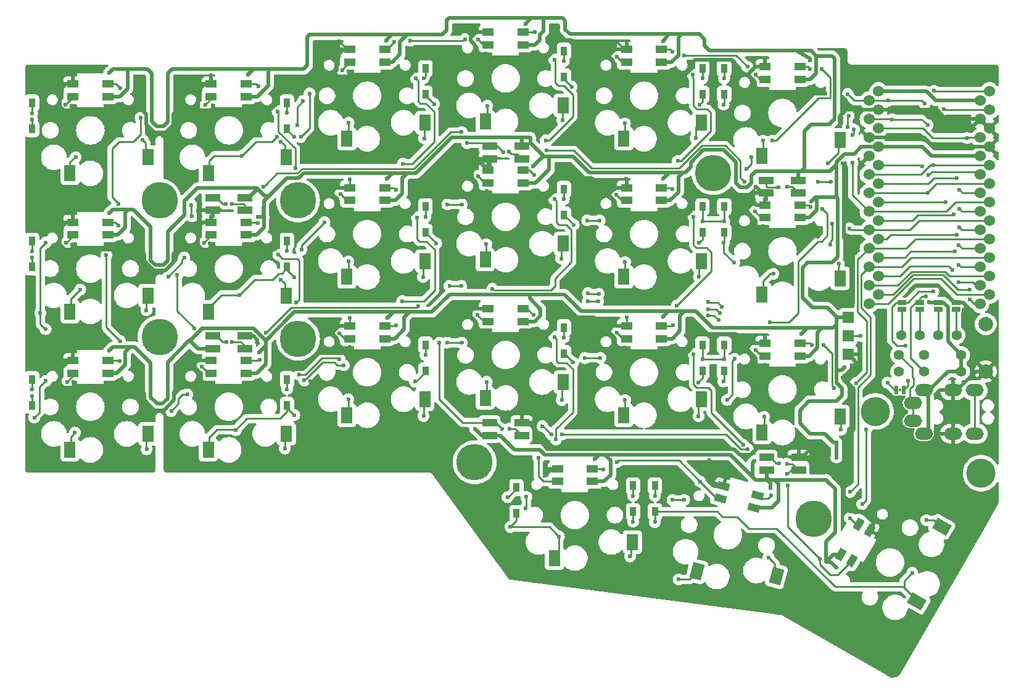
<source format=gbr>
G04 #@! TF.GenerationSoftware,KiCad,Pcbnew,7.0.7*
G04 #@! TF.CreationDate,2023-09-12T18:14:10+01:00*
G04 #@! TF.ProjectId,corne_dark,636f726e-655f-4646-9172-6b2e6b696361,1.0*
G04 #@! TF.SameCoordinates,Original*
G04 #@! TF.FileFunction,Copper,L1,Top*
G04 #@! TF.FilePolarity,Positive*
%FSLAX46Y46*%
G04 Gerber Fmt 4.6, Leading zero omitted, Abs format (unit mm)*
G04 Created by KiCad (PCBNEW 7.0.7) date 2023-09-12 18:14:10*
%MOMM*%
%LPD*%
G01*
G04 APERTURE LIST*
G04 Aperture macros list*
%AMRotRect*
0 Rectangle, with rotation*
0 The origin of the aperture is its center*
0 $1 length*
0 $2 width*
0 $3 Rotation angle, in degrees counterclockwise*
0 Add horizontal line*
21,1,$1,$2,0,0,$3*%
G04 Aperture macros list end*
G04 #@! TA.AperFunction,SMDPad,CuDef*
%ADD10R,0.950000X1.300000*%
G04 #@! TD*
G04 #@! TA.AperFunction,SMDPad,CuDef*
%ADD11R,1.600000X1.000000*%
G04 #@! TD*
G04 #@! TA.AperFunction,SMDPad,CuDef*
%ADD12RotRect,1.600000X1.000000X345.000000*%
G04 #@! TD*
G04 #@! TA.AperFunction,SMDPad,CuDef*
%ADD13RotRect,1.600000X1.000000X240.000000*%
G04 #@! TD*
G04 #@! TA.AperFunction,SMDPad,CuDef*
%ADD14R,1.600000X2.200000*%
G04 #@! TD*
G04 #@! TA.AperFunction,SMDPad,CuDef*
%ADD15RotRect,1.600000X2.200000X165.000000*%
G04 #@! TD*
G04 #@! TA.AperFunction,SMDPad,CuDef*
%ADD16R,1.143000X0.635000*%
G04 #@! TD*
G04 #@! TA.AperFunction,ComponentPad*
%ADD17C,1.524000*%
G04 #@! TD*
G04 #@! TA.AperFunction,ComponentPad*
%ADD18C,4.000000*%
G04 #@! TD*
G04 #@! TA.AperFunction,ComponentPad*
%ADD19C,5.000000*%
G04 #@! TD*
G04 #@! TA.AperFunction,SMDPad,CuDef*
%ADD20R,1.524000X1.524000*%
G04 #@! TD*
G04 #@! TA.AperFunction,SMDPad,CuDef*
%ADD21R,0.400000X0.400000*%
G04 #@! TD*
G04 #@! TA.AperFunction,SMDPad,CuDef*
%ADD22R,0.600000X1.143000*%
G04 #@! TD*
G04 #@! TA.AperFunction,ComponentPad*
%ADD23C,1.397000*%
G04 #@! TD*
G04 #@! TA.AperFunction,ComponentPad*
%ADD24O,2.500000X1.700000*%
G04 #@! TD*
G04 #@! TA.AperFunction,ComponentPad*
%ADD25C,2.000000*%
G04 #@! TD*
G04 #@! TA.AperFunction,SMDPad,CuDef*
%ADD26R,2.000000X1.000000*%
G04 #@! TD*
G04 #@! TA.AperFunction,SMDPad,CuDef*
%ADD27RotRect,1.600000X2.200000X240.000000*%
G04 #@! TD*
G04 #@! TA.AperFunction,ViaPad*
%ADD28C,0.600000*%
G04 #@! TD*
G04 #@! TA.AperFunction,Conductor*
%ADD29C,0.250000*%
G04 #@! TD*
G04 #@! TA.AperFunction,Conductor*
%ADD30C,0.500000*%
G04 #@! TD*
G04 APERTURE END LIST*
D10*
X62000000Y-73350000D03*
X62000000Y-76900000D03*
X97000000Y-73350000D03*
X97000000Y-76900000D03*
X116000000Y-68600000D03*
X116000000Y-72150000D03*
X135000000Y-66225000D03*
X135000000Y-69775000D03*
X154000000Y-68600000D03*
X154000000Y-72150000D03*
X157000000Y-68600000D03*
X157000000Y-72150000D03*
X62000000Y-92350000D03*
X62000000Y-95900000D03*
X97000000Y-92350000D03*
X97000000Y-95900000D03*
X116000000Y-87600000D03*
X116000000Y-91150000D03*
X135000000Y-85225000D03*
X135000000Y-88775000D03*
X154000000Y-87600000D03*
X154000000Y-91150000D03*
X157000000Y-87600000D03*
X157000000Y-91150000D03*
X62000000Y-111350000D03*
X62000000Y-114900000D03*
X97000000Y-111350000D03*
X97000000Y-114900000D03*
X116000000Y-106600000D03*
X116000000Y-110150000D03*
X135000000Y-104225000D03*
X135000000Y-107775000D03*
X154000000Y-106600000D03*
X154000000Y-110150000D03*
X157000000Y-106600000D03*
X157000000Y-110150000D03*
X128500000Y-126225000D03*
X128500000Y-129775000D03*
X144500000Y-125975000D03*
X144500000Y-129525000D03*
X147500000Y-125975000D03*
X147500000Y-129525000D03*
D11*
X67600000Y-72500000D03*
X67600000Y-70750000D03*
X72400000Y-70750000D03*
X72400000Y-72500000D03*
X86600000Y-72500000D03*
X86600000Y-70750000D03*
X91400000Y-70750000D03*
X91400000Y-72500000D03*
X105600000Y-67750000D03*
X105600000Y-66000000D03*
X110400000Y-66000000D03*
X110400000Y-67750000D03*
X124600000Y-65375000D03*
X124600000Y-63625000D03*
X129400000Y-63625000D03*
X129400000Y-65375000D03*
X143600000Y-67750000D03*
X143600000Y-66000000D03*
X148400000Y-66000000D03*
X148400000Y-67750000D03*
X162600000Y-70125000D03*
X162600000Y-68375000D03*
X167400000Y-68375000D03*
X167400000Y-70125000D03*
X67600000Y-91500000D03*
X67600000Y-89750000D03*
X72400000Y-89750000D03*
X72400000Y-91500000D03*
X86600000Y-91500000D03*
X86600000Y-89750000D03*
X91400000Y-89750000D03*
X91400000Y-91500000D03*
X105600000Y-86750000D03*
X105600000Y-85000000D03*
X110400000Y-85000000D03*
X110400000Y-86750000D03*
X124600000Y-84375000D03*
X124600000Y-82625000D03*
X129400000Y-82625000D03*
X129400000Y-84375000D03*
X143600000Y-86750000D03*
X143600000Y-85000000D03*
X148400000Y-85000000D03*
X148400000Y-86750000D03*
X162600000Y-89125000D03*
X162600000Y-87375000D03*
X167400000Y-87375000D03*
X167400000Y-89125000D03*
X67600000Y-110500000D03*
X67600000Y-108750000D03*
X72400000Y-108750000D03*
X72400000Y-110500000D03*
X86600000Y-110500000D03*
X86600000Y-108750000D03*
X91400000Y-108750000D03*
X91400000Y-110500000D03*
X105600000Y-105750000D03*
X105600000Y-104000000D03*
X110400000Y-104000000D03*
X110400000Y-105750000D03*
X124600000Y-103375000D03*
X124600000Y-101625000D03*
X129400000Y-101625000D03*
X129400000Y-103375000D03*
X143600000Y-105750000D03*
X143600000Y-104000000D03*
X148400000Y-104000000D03*
X148400000Y-105750000D03*
X162600000Y-108125000D03*
X162600000Y-106375000D03*
X167400000Y-106375000D03*
X167400000Y-108125000D03*
X134100000Y-125375000D03*
X134100000Y-123625000D03*
X138900000Y-123625000D03*
X138900000Y-125375000D03*
D12*
X156455311Y-127724019D03*
X156908245Y-126033649D03*
X161544689Y-127275981D03*
X161091755Y-128966351D03*
D13*
X175442228Y-131234039D03*
X176957772Y-132109039D03*
X174557772Y-136265961D03*
X173042228Y-135390961D03*
D14*
X77900000Y-80825000D03*
X67200000Y-83025000D03*
X96900000Y-80825000D03*
X86200000Y-83025000D03*
X115900000Y-76075000D03*
X105200000Y-78275000D03*
X134900000Y-73700000D03*
X124200000Y-75900000D03*
X153900000Y-76075000D03*
X143200000Y-78275000D03*
X172900000Y-78450000D03*
X162200000Y-80650000D03*
X77900000Y-99825000D03*
X67200000Y-102025000D03*
X96900000Y-99825000D03*
X86200000Y-102025000D03*
X115900000Y-95075000D03*
X105200000Y-97275000D03*
X134900000Y-92700000D03*
X124200000Y-94900000D03*
X153900000Y-95075000D03*
X143200000Y-97275000D03*
X172900000Y-97450000D03*
X162200000Y-99650000D03*
X77900000Y-118825000D03*
X67200000Y-121025000D03*
X96900000Y-118825000D03*
X86200000Y-121025000D03*
X115900000Y-114075000D03*
X105200000Y-116275000D03*
X134900000Y-111700000D03*
X124200000Y-113900000D03*
X153900000Y-114075000D03*
X143200000Y-116275000D03*
X172900000Y-116450000D03*
X162200000Y-118650000D03*
X144400000Y-133700000D03*
X133700000Y-135900000D03*
D15*
X164173184Y-138368596D03*
X153268375Y-137724269D03*
D16*
X188875000Y-100749620D03*
X188875000Y-101750380D03*
X186375000Y-100749620D03*
X186375000Y-101750380D03*
X183875000Y-100749620D03*
X183875000Y-101750380D03*
X181375000Y-100749620D03*
X181375000Y-101750380D03*
D17*
X176860000Y-73042000D03*
X193406400Y-71772000D03*
X176860000Y-75582000D03*
X193406400Y-74312000D03*
X176860000Y-78122000D03*
X193406400Y-76852000D03*
X176860000Y-80662000D03*
X193406400Y-79392000D03*
X176860000Y-83202000D03*
X193406400Y-81932000D03*
X176860000Y-85742000D03*
X193406400Y-84472000D03*
X176860000Y-88282000D03*
X193406400Y-87012000D03*
X176860000Y-90822000D03*
X193406400Y-89552000D03*
X176860000Y-93362000D03*
X193406400Y-92092000D03*
X176860000Y-95902000D03*
X193406400Y-94632000D03*
X176860000Y-98442000D03*
X193406400Y-97172000D03*
X176860000Y-100982000D03*
X193406400Y-99712000D03*
X178186400Y-99712000D03*
X192100000Y-100982000D03*
X178186400Y-97172000D03*
X192100000Y-98442000D03*
X178186400Y-94632000D03*
X192100000Y-95902000D03*
X178186400Y-92092000D03*
X192100000Y-93362000D03*
X178186400Y-89552000D03*
X192100000Y-90822000D03*
X178186400Y-87012000D03*
X192100000Y-88282000D03*
X178186400Y-84472000D03*
X192100000Y-85742000D03*
X178186400Y-81932000D03*
X192100000Y-83202000D03*
X178186400Y-79392000D03*
X192100000Y-80662000D03*
X178186400Y-76852000D03*
X192100000Y-78122000D03*
X178186400Y-74312000D03*
X192100000Y-75582000D03*
X178186400Y-71772000D03*
X192100000Y-73042000D03*
D18*
X177750000Y-115750000D03*
X192250000Y-124250000D03*
D19*
X79500000Y-86750000D03*
X79500000Y-105500000D03*
X98500000Y-86750000D03*
X98500000Y-105750000D03*
X155500000Y-83000000D03*
X122750000Y-122750000D03*
X169250000Y-130500000D03*
D20*
X174000000Y-107900000D03*
X174000000Y-105360000D03*
X174000000Y-102820000D03*
D21*
X181100000Y-112800000D03*
D22*
X180600000Y-112800000D03*
X181600000Y-112800000D03*
D23*
X181300000Y-105300000D03*
X183840000Y-105300000D03*
X186380000Y-105300000D03*
X188920000Y-105300000D03*
D24*
X182900000Y-114600000D03*
X182900000Y-117050000D03*
X191400000Y-112850000D03*
X191400000Y-118800000D03*
X188400000Y-112850000D03*
X188400000Y-118800000D03*
X184400000Y-112850000D03*
X184400000Y-118800000D03*
D25*
X192900000Y-103750000D03*
X192900000Y-110250000D03*
D26*
X124820000Y-79285000D03*
X124820000Y-81035000D03*
X129220000Y-81035000D03*
X129220000Y-79285000D03*
X162770000Y-84005000D03*
X162770000Y-85755000D03*
X167170000Y-85755000D03*
X167170000Y-84005000D03*
X129190000Y-119045000D03*
X129190000Y-117295000D03*
X124790000Y-117295000D03*
X124790000Y-119045000D03*
X167210000Y-123795000D03*
X167210000Y-122045000D03*
X162810000Y-122045000D03*
X162810000Y-123795000D03*
D27*
X186854294Y-131595002D03*
X183459550Y-141874871D03*
D23*
X189540000Y-110300000D03*
X184460000Y-110300000D03*
X189540000Y-108000000D03*
X184460000Y-108000000D03*
X181000000Y-108000000D03*
X181000000Y-110300000D03*
D26*
X86800000Y-86375000D03*
X86800000Y-88125000D03*
X91200000Y-88125000D03*
X91200000Y-86375000D03*
X91200000Y-107115000D03*
X91200000Y-105365000D03*
X86800000Y-105365000D03*
X86800000Y-107115000D03*
D28*
X154000000Y-70000000D03*
X174620000Y-81580000D03*
X135000000Y-67600000D03*
X157000000Y-70000000D03*
X97000000Y-74750000D03*
X115750000Y-69950000D03*
X174623487Y-77768529D03*
X174800000Y-77000000D03*
X62000000Y-74800000D03*
X67990000Y-80820000D03*
X62000000Y-75650000D03*
X139900000Y-89500000D03*
X96950000Y-93700000D03*
X80689988Y-97200000D03*
X157000000Y-89600000D03*
X154000000Y-89600000D03*
X138200000Y-89500000D03*
X119000000Y-87300000D03*
X62000000Y-93800000D03*
X82900000Y-94600000D03*
X121000000Y-87300000D03*
X135000000Y-86600000D03*
X116000000Y-89050000D03*
X174185032Y-90599960D03*
X98980000Y-93530000D03*
X102140000Y-89750000D03*
X90800000Y-80610000D03*
X95633058Y-78016942D03*
X98028051Y-78028051D03*
X116000000Y-108000000D03*
X135000000Y-105600000D03*
X83300000Y-113400000D03*
X137900000Y-108400000D03*
X119000000Y-106300000D03*
X97000000Y-112700000D03*
X62000000Y-112750000D03*
X81100000Y-115700000D03*
X157000000Y-108600000D03*
X99377920Y-111491107D03*
X175101795Y-111841119D03*
X140000000Y-108400000D03*
X104800000Y-109400000D03*
X154000000Y-108600000D03*
X121000000Y-106300000D03*
X105450000Y-76070000D03*
X117180000Y-73510000D03*
X144500000Y-127350000D03*
X127269998Y-127540000D03*
X151500000Y-127900000D03*
X149900000Y-127900000D03*
X174300000Y-126800000D03*
X147500000Y-127350000D03*
X124460000Y-73760000D03*
X136050000Y-71130000D03*
X153580000Y-73590000D03*
X143370000Y-76180000D03*
X162360000Y-78550000D03*
X156910000Y-73580000D03*
X62000000Y-94650000D03*
X68620000Y-98999998D03*
X90470000Y-99750000D03*
X98000000Y-97300000D03*
X117460000Y-92620000D03*
X105410000Y-95150000D03*
X124350000Y-92770000D03*
X136350000Y-90080000D03*
X143390000Y-95220000D03*
X153510000Y-92610000D03*
X163756487Y-96826357D03*
X156950000Y-92580000D03*
X158370000Y-95310000D03*
X67890000Y-118660000D03*
X62000000Y-113650000D03*
X98000000Y-116250000D03*
X89957624Y-118322339D03*
X105400000Y-114090000D03*
X114550000Y-111640000D03*
X136280000Y-109010000D03*
X124400000Y-111690000D03*
X143400000Y-114190000D03*
X153440000Y-111790002D03*
X162490000Y-116470000D03*
X156900000Y-111630000D03*
X134310000Y-132920000D03*
X127660000Y-131620000D03*
X144490000Y-130900000D03*
X150750000Y-138830000D03*
X182820000Y-137930000D03*
X147480000Y-130960000D03*
X173150010Y-72494731D03*
X176800000Y-130300000D03*
X162300000Y-71400000D03*
X92943075Y-105926925D03*
X105400000Y-88000000D03*
X143590000Y-102850000D03*
X104210000Y-64850000D03*
X100220000Y-111610000D03*
X162300000Y-90300000D03*
X124300000Y-66600000D03*
X105610000Y-102890000D03*
X86800000Y-73700000D03*
X168960000Y-122860000D03*
X67580000Y-107350000D03*
X131010000Y-118150000D03*
X84840000Y-86750000D03*
X143300000Y-88000000D03*
X173435022Y-91800000D03*
X170900000Y-72094990D03*
X105400000Y-69000000D03*
X173300000Y-111100000D03*
X155000000Y-125400000D03*
X182480000Y-99200000D03*
X169900000Y-91750000D03*
X105600000Y-106900000D03*
X142120000Y-64850000D03*
X124400000Y-85500000D03*
X160972712Y-86380010D03*
X67400000Y-73800000D03*
X132800000Y-120900000D03*
X123000000Y-81600000D03*
X67590000Y-88370000D03*
X157300000Y-120900000D03*
X189960000Y-79370000D03*
X132400000Y-124600000D03*
X143400000Y-69000000D03*
X86590000Y-69530000D03*
X174650000Y-101320000D03*
X173295338Y-81665338D03*
X143580000Y-83800000D03*
X171000000Y-110200000D03*
X162600000Y-109300000D03*
X143400000Y-107000000D03*
X173400000Y-120300000D03*
X86400000Y-92700000D03*
X95200000Y-107700000D03*
X67700000Y-111700000D03*
X188360000Y-75620000D03*
X172863344Y-75788215D03*
X99200000Y-109900000D03*
X161312274Y-84838391D03*
X122900000Y-103400000D03*
X105610000Y-83840000D03*
X190400000Y-70900000D03*
X155000000Y-122500000D03*
X67500000Y-92800000D03*
X137400000Y-120900000D03*
X67590000Y-69350000D03*
X85200000Y-110500000D03*
X110600000Y-64800000D03*
X72600000Y-88500000D03*
X168800000Y-67500000D03*
X163370000Y-126310000D03*
X167600000Y-105100000D03*
X170990000Y-125170000D03*
X93190000Y-107630002D03*
X91600000Y-69500000D03*
X110700000Y-83800000D03*
X168980000Y-86870000D03*
X93769999Y-89030000D03*
X172400000Y-137200000D03*
X72600000Y-107400000D03*
X185100000Y-100700000D03*
X148600000Y-64900000D03*
X122800000Y-118140000D03*
X129700000Y-62500000D03*
X139200000Y-122300000D03*
X161181942Y-122508058D03*
X85410000Y-104325010D03*
X148600000Y-83800000D03*
X131700000Y-101600000D03*
X110800000Y-102900000D03*
X72600000Y-69200000D03*
X172410000Y-120020000D03*
X173500000Y-109700000D03*
X148600000Y-102700000D03*
X172400000Y-122100000D03*
X130779998Y-82070000D03*
X92970000Y-89039998D03*
X62310000Y-116580000D03*
X63900000Y-92550000D03*
X77690000Y-101850000D03*
X98380000Y-76419998D03*
X77720000Y-120950002D03*
X77200000Y-78450000D03*
X63124999Y-102230000D03*
X99200000Y-73100000D03*
X184200000Y-82100000D03*
X63900000Y-111550000D03*
X63860000Y-104440000D03*
X185000000Y-83300000D03*
X100100000Y-72050000D03*
X96130000Y-78680000D03*
X188900000Y-83700000D03*
X96140000Y-97630000D03*
X189300000Y-85300000D03*
X96690000Y-120850000D03*
X98880000Y-78039998D03*
X154800000Y-100700000D03*
X187400000Y-87000000D03*
X115750000Y-116380000D03*
X156690000Y-101360000D03*
X139800000Y-99600000D03*
X115660000Y-97280000D03*
X189300000Y-87900000D03*
X115830000Y-78230000D03*
X120900000Y-98500000D03*
X138300000Y-99500000D03*
X119300000Y-98500000D03*
X156400000Y-102200000D03*
X154800000Y-101700000D03*
X134720000Y-114180000D03*
X144080000Y-135670000D03*
X188500000Y-88700000D03*
X189300000Y-90500000D03*
X134790000Y-75710000D03*
X139700000Y-100600000D03*
X129700000Y-129065010D03*
X134630000Y-94740000D03*
X129835698Y-127493160D03*
X138300000Y-100600000D03*
X189200000Y-92900000D03*
X153460000Y-116410000D03*
X163090000Y-135800000D03*
X188960000Y-91460000D03*
X156200000Y-103200000D03*
X154800000Y-102600000D03*
X153520000Y-97220000D03*
X153080000Y-78200000D03*
X188700000Y-93800000D03*
X172710319Y-95440319D03*
X171240000Y-81650000D03*
X158440000Y-108530000D03*
X157410000Y-114170000D03*
X184750000Y-130690000D03*
X173020000Y-118270000D03*
X171799979Y-89950504D03*
X171600000Y-92800000D03*
X189200000Y-95600000D03*
X179500000Y-73042000D03*
X174095096Y-75106970D03*
X184530000Y-73450000D03*
X165650000Y-84910000D03*
X173970000Y-76660000D03*
X175700000Y-105360000D03*
X169900000Y-84200000D03*
X171620000Y-84160000D03*
X185800000Y-71700000D03*
X173970000Y-72160000D03*
X187160000Y-74220000D03*
X180060000Y-75619998D03*
X179400000Y-111800000D03*
X184910000Y-76400000D03*
X74100000Y-71300000D03*
X85800000Y-73600000D03*
X76900000Y-75400000D03*
X73900000Y-90200000D03*
X66600000Y-73600000D03*
X73900000Y-87200000D03*
X111700000Y-65000000D03*
X121400000Y-64600000D03*
X123200000Y-64600000D03*
X113900000Y-64800000D03*
X133700000Y-67400000D03*
X132500000Y-78510000D03*
X123200000Y-83400000D03*
X131000000Y-63600000D03*
X150000000Y-103900000D03*
X150501565Y-101201565D03*
X152800000Y-89000000D03*
X142200000Y-86000000D03*
X66800000Y-111700000D03*
X93230338Y-108630338D03*
X104200000Y-108600000D03*
X104200000Y-105000000D03*
X98700000Y-110700000D03*
X130900000Y-83300000D03*
X125200000Y-98900000D03*
X133700000Y-86600000D03*
X123100000Y-102500000D03*
X163570000Y-78550000D03*
X168800000Y-68700000D03*
X160710000Y-80800000D03*
X170400000Y-68700000D03*
X160020000Y-82420000D03*
X161200000Y-88300000D03*
X72200000Y-94300000D03*
X66700000Y-92600000D03*
X74000000Y-108800000D03*
X74100000Y-106100000D03*
X104300000Y-85900000D03*
X112000000Y-103900000D03*
X112800000Y-100600000D03*
X114800000Y-89100000D03*
X131500000Y-122100000D03*
X133900000Y-119600000D03*
X130800000Y-102500000D03*
X133700000Y-105500000D03*
X190350000Y-78180000D03*
X184700000Y-99900000D03*
X184900000Y-85700000D03*
X185700000Y-99240010D03*
X185700000Y-81900000D03*
X181900000Y-106700000D03*
X161300000Y-69500000D03*
X151500000Y-66800000D03*
X160200000Y-68400000D03*
X149900000Y-66300000D03*
X188300000Y-96300000D03*
X189200000Y-98000000D03*
X190700000Y-100400000D03*
X190700000Y-99000000D03*
X85600000Y-92600000D03*
X83959998Y-88940000D03*
X95700000Y-74500000D03*
X98150000Y-82290002D03*
X83880000Y-87400000D03*
X93100000Y-71100000D03*
X104600000Y-68900000D03*
X112900000Y-81700000D03*
X114700000Y-70000000D03*
X112000000Y-85300000D03*
X150620000Y-81329998D03*
X142300000Y-67000000D03*
X152700000Y-69500000D03*
X149900000Y-85200000D03*
X98260000Y-100749998D03*
X93007518Y-89849132D03*
X95800000Y-94200000D03*
X85300000Y-109600000D03*
X161300000Y-107300000D03*
X170500000Y-87900000D03*
X163300000Y-103500044D03*
X168897471Y-87665743D03*
X163400000Y-127300000D03*
X142300000Y-104900000D03*
X152800000Y-107900000D03*
X159620000Y-120350000D03*
X176509034Y-118197206D03*
X170600000Y-106600000D03*
X169000000Y-106600000D03*
X174250000Y-130400000D03*
X175950000Y-128500000D03*
X172080000Y-112570000D03*
X142300000Y-122700000D03*
X153700000Y-125400000D03*
X140400000Y-123700000D03*
X182200000Y-111500000D03*
X165670000Y-124330000D03*
X170100000Y-136000000D03*
X165600000Y-122930000D03*
X165700000Y-125940010D03*
X121700000Y-78890000D03*
X126690000Y-80090000D03*
X89460000Y-87230000D03*
X93759989Y-84887916D03*
X120950000Y-77350000D03*
X84280000Y-104325010D03*
X88560000Y-87230000D03*
X81940000Y-97020000D03*
X88650000Y-106210000D03*
X132580000Y-79889998D03*
X127489725Y-80068955D03*
X159779999Y-84190000D03*
X164470000Y-84930000D03*
X94054204Y-104916730D03*
X89449950Y-106200103D03*
X114975000Y-101325000D03*
X117900000Y-106300000D03*
X126510000Y-118170000D03*
X132050000Y-117779998D03*
X134700000Y-118900000D03*
X127520000Y-118130000D03*
X160260000Y-120950000D03*
X164570000Y-122890000D03*
X133260000Y-118900000D03*
D29*
X187518000Y-88282000D02*
X188788000Y-87012000D01*
X188788000Y-87012000D02*
X193406400Y-87012000D01*
X115750000Y-69950000D02*
X116000000Y-69700000D01*
X116000000Y-69700000D02*
X116000000Y-68600000D01*
X135000000Y-67600000D02*
X135000000Y-66225000D01*
X97000000Y-74750000D02*
X97000000Y-73350000D01*
X62000000Y-74800000D02*
X62000000Y-73350000D01*
X154000000Y-70000000D02*
X154000000Y-68600000D01*
X174620000Y-86042000D02*
X174620000Y-82004264D01*
X157000000Y-68600000D02*
X157000000Y-70000000D01*
X176860000Y-88282000D02*
X174620000Y-86042000D01*
X174800000Y-77000000D02*
X174800000Y-77592016D01*
X174800000Y-77592016D02*
X174623487Y-77768529D01*
X174620000Y-82004264D02*
X174620000Y-81580000D01*
X176860000Y-88282000D02*
X187518000Y-88282000D01*
X62000000Y-75650000D02*
X62000000Y-76900000D01*
X67200000Y-83025000D02*
X67200000Y-81525000D01*
X67200000Y-81525000D02*
X67905000Y-80820000D01*
X67905000Y-80820000D02*
X67990000Y-80820000D01*
X121000000Y-87300000D02*
X119000000Y-87300000D01*
X139900000Y-89500000D02*
X138200000Y-89500000D01*
X182478000Y-90822000D02*
X183748000Y-89552000D01*
X183748000Y-89552000D02*
X193406400Y-89552000D01*
X96950000Y-93700000D02*
X97000000Y-93650000D01*
X97000000Y-93650000D02*
X97000000Y-92350000D01*
X116000000Y-89050000D02*
X116000000Y-87600000D01*
X135000000Y-86600000D02*
X135000000Y-85225000D01*
X154000000Y-89600000D02*
X157000000Y-89600000D01*
X98980000Y-92910000D02*
X102140000Y-89750000D01*
X98980000Y-92910000D02*
X98980000Y-93530000D01*
X176860000Y-90822000D02*
X182478000Y-90822000D01*
X82600001Y-94899999D02*
X82600001Y-95289987D01*
X176860000Y-90822000D02*
X174407072Y-90822000D01*
X154000000Y-87600000D02*
X154000000Y-89600000D01*
X174407072Y-90822000D02*
X174185032Y-90599960D01*
X82900000Y-94600000D02*
X82600001Y-94899999D01*
X157000000Y-87600000D02*
X157000000Y-89600000D01*
X62000000Y-92350000D02*
X62000000Y-93800000D01*
X82600001Y-95289987D02*
X80689988Y-97200000D01*
X94960000Y-78690000D02*
X92720000Y-78690000D01*
X97000000Y-76900000D02*
X97000000Y-77075000D01*
X92720000Y-78690000D02*
X90800000Y-80610000D01*
X90800000Y-80610000D02*
X87020000Y-80610000D01*
X97000000Y-77075000D02*
X97953051Y-78028051D01*
X86300000Y-81330000D02*
X86300000Y-83025000D01*
X97953051Y-78028051D02*
X98028051Y-78028051D01*
X87020000Y-80610000D02*
X86300000Y-81330000D01*
X95633058Y-78016942D02*
X94960000Y-78690000D01*
X81100000Y-115700000D02*
X82100000Y-114700000D01*
X82100000Y-114700000D02*
X82100000Y-114000000D01*
X82100000Y-114000000D02*
X82700000Y-113400000D01*
X82700000Y-113400000D02*
X83300000Y-113400000D01*
X121000000Y-106300000D02*
X119000000Y-106300000D01*
X140000000Y-108400000D02*
X137900000Y-108400000D01*
X135000000Y-105600000D02*
X135000000Y-104225000D01*
X62000000Y-112750000D02*
X62000000Y-111350000D01*
X154000000Y-108550000D02*
X154000000Y-106565000D01*
X154000000Y-108550000D02*
X154000000Y-108600000D01*
X157000000Y-106565000D02*
X157000000Y-108600000D01*
X188409999Y-92105001D02*
X189010001Y-92105001D01*
X104800000Y-109400000D02*
X103900000Y-109400000D01*
X116000000Y-106600000D02*
X116000000Y-108000000D01*
X188396998Y-92092000D02*
X188409999Y-92105001D01*
X183208000Y-92092000D02*
X188396998Y-92092000D01*
X175322988Y-94899012D02*
X175322988Y-102022988D01*
X103900000Y-109400000D02*
X103500000Y-109000000D01*
X181938000Y-93362000D02*
X183208000Y-92092000D01*
X103500000Y-109000000D02*
X101869027Y-109000000D01*
X176860000Y-93362000D02*
X175322988Y-94899012D01*
X189010001Y-92105001D02*
X189023002Y-92092000D01*
X176600000Y-110342914D02*
X175401794Y-111541120D01*
X175401794Y-111541120D02*
X175101795Y-111841119D01*
X175322988Y-102022988D02*
X176600000Y-103300000D01*
X97000000Y-111350000D02*
X97000000Y-112700000D01*
X189023002Y-92092000D02*
X192328770Y-92092000D01*
X101869027Y-109000000D02*
X99677919Y-111191108D01*
X176860000Y-93362000D02*
X181938000Y-93362000D01*
X99677919Y-111191108D02*
X99377920Y-111491107D01*
X176600000Y-103300000D02*
X176600000Y-110342914D01*
X154000000Y-108600000D02*
X157000000Y-108600000D01*
X192328770Y-92092000D02*
X193406400Y-92092000D01*
X116000000Y-72330000D02*
X117180000Y-73510000D01*
X116000000Y-72150000D02*
X116000000Y-72330000D01*
X105450000Y-76070000D02*
X105450000Y-78125000D01*
X105450000Y-78125000D02*
X105300000Y-78275000D01*
X149900000Y-127900000D02*
X151500000Y-127900000D01*
X181398000Y-95902000D02*
X182668000Y-94632000D01*
X182668000Y-94632000D02*
X193406400Y-94632000D01*
X147500000Y-127350000D02*
X147500000Y-125975000D01*
X175375011Y-125724989D02*
X175375011Y-112460771D01*
X128500000Y-126400000D02*
X127360000Y-127540000D01*
X128500000Y-126225000D02*
X128500000Y-126400000D01*
X174300000Y-126800000D02*
X175375011Y-125724989D01*
X176098001Y-96663999D02*
X176860000Y-95902000D01*
X175772999Y-96989001D02*
X176098001Y-96663999D01*
X177100000Y-110735782D02*
X177100000Y-102830762D01*
X177100000Y-102830762D02*
X175772999Y-101503761D01*
X175772999Y-101503761D02*
X175772999Y-96989001D01*
X144500000Y-125975000D02*
X144500000Y-127350000D01*
X175375011Y-112460771D02*
X177100000Y-110735782D01*
X176860000Y-95902000D02*
X181398000Y-95902000D01*
X127360000Y-127540000D02*
X127269998Y-127540000D01*
X135000000Y-70080000D02*
X136050000Y-71130000D01*
X124460000Y-75740000D02*
X124300000Y-75900000D01*
X124460000Y-73760000D02*
X124460000Y-75740000D01*
X135000000Y-69775000D02*
X135000000Y-70080000D01*
X143370000Y-78205000D02*
X143300000Y-78275000D01*
X154000000Y-73170000D02*
X153879999Y-73290001D01*
X153879999Y-73290001D02*
X153580000Y-73590000D01*
X154000000Y-72150000D02*
X154000000Y-73170000D01*
X143370000Y-76180000D02*
X143370000Y-78205000D01*
X156910000Y-73580000D02*
X157000000Y-73490000D01*
X157000000Y-73490000D02*
X157000000Y-72150000D01*
X162360000Y-80590000D02*
X162300000Y-80650000D01*
X162360000Y-78550000D02*
X162360000Y-80590000D01*
X62000000Y-94650000D02*
X62000000Y-95900000D01*
X67300000Y-100319998D02*
X68320001Y-99299997D01*
X68320001Y-99299997D02*
X68620000Y-98999998D01*
X67300000Y-102025000D02*
X67300000Y-100319998D01*
X97000000Y-96300000D02*
X98000000Y-97300000D01*
X88025000Y-99750000D02*
X86300000Y-101475000D01*
X90470000Y-99750000D02*
X88025000Y-99750000D01*
X96275000Y-96800000D02*
X95880000Y-96800000D01*
X97000000Y-95900000D02*
X97000000Y-96300000D01*
X95050000Y-97630000D02*
X92590000Y-97630000D01*
X97000000Y-95900000D02*
X97000000Y-96075000D01*
X92590000Y-97630000D02*
X90470000Y-99750000D01*
X86300000Y-101475000D02*
X86300000Y-102025000D01*
X97000000Y-96075000D02*
X96275000Y-96800000D01*
X95880000Y-96800000D02*
X95050000Y-97630000D01*
X116000000Y-91160000D02*
X117460000Y-92620000D01*
X105410000Y-97165000D02*
X105300000Y-97275000D01*
X116000000Y-91150000D02*
X116000000Y-91160000D01*
X105410000Y-95150000D02*
X105410000Y-97165000D01*
X135045000Y-88775000D02*
X136350000Y-90080000D01*
X124350000Y-92770000D02*
X124350000Y-94850000D01*
X135000000Y-88775000D02*
X135045000Y-88775000D01*
X124350000Y-94850000D02*
X124300000Y-94900000D01*
X143390000Y-95220000D02*
X143390000Y-97185000D01*
X143390000Y-97185000D02*
X143300000Y-97275000D01*
X154000000Y-92120000D02*
X153809999Y-92310001D01*
X153809999Y-92310001D02*
X153510000Y-92610000D01*
X154000000Y-91150000D02*
X154000000Y-92120000D01*
X156950000Y-92580000D02*
X157000000Y-92530000D01*
X157000000Y-92530000D02*
X157000000Y-91150000D01*
X162300000Y-98150000D02*
X162300000Y-99650000D01*
X156950000Y-93890000D02*
X158370000Y-95310000D01*
X156950000Y-92580000D02*
X156950000Y-93890000D01*
X163332223Y-96826357D02*
X162300000Y-97858580D01*
X162300000Y-97858580D02*
X162300000Y-98150000D01*
X163756487Y-96826357D02*
X163332223Y-96826357D01*
X62000000Y-113650000D02*
X62000000Y-114900000D01*
X67590001Y-118959999D02*
X67890000Y-118660000D01*
X67300000Y-121025000D02*
X67300000Y-119250000D01*
X67300000Y-119250000D02*
X67590001Y-118959999D01*
X97000000Y-115250000D02*
X98000000Y-116250000D01*
X89950000Y-118240000D02*
X89950000Y-118314715D01*
X97000000Y-114900000D02*
X97000000Y-115800000D01*
X91470000Y-116720000D02*
X89957624Y-118322339D01*
X89950000Y-118240000D02*
X87410000Y-118240000D01*
X97000000Y-115800000D02*
X96080000Y-116720000D01*
X87410000Y-118240000D02*
X86300000Y-119350000D01*
X86300000Y-119350000D02*
X86300000Y-121025000D01*
X96080000Y-116720000D02*
X91470000Y-116720000D01*
X89950000Y-118314715D02*
X89957624Y-118322339D01*
X97000000Y-114900000D02*
X97000000Y-115250000D01*
X116000000Y-110150000D02*
X116000000Y-110325000D01*
X116000000Y-110325000D02*
X114685000Y-111640000D01*
X105400000Y-116175000D02*
X105300000Y-116275000D01*
X114685000Y-111640000D02*
X114550000Y-111640000D01*
X105400000Y-114090000D02*
X105400000Y-116175000D01*
X135045000Y-107775000D02*
X136280000Y-109010000D01*
X124400000Y-111690000D02*
X124400000Y-113800000D01*
X124400000Y-113800000D02*
X124300000Y-113900000D01*
X135000000Y-107775000D02*
X135045000Y-107775000D01*
X154000000Y-111230002D02*
X153739999Y-111490003D01*
X143400000Y-114190000D02*
X143400000Y-116175000D01*
X153739999Y-111490003D02*
X153440000Y-111790002D01*
X154000000Y-110150000D02*
X154000000Y-111230002D01*
X143400000Y-116175000D02*
X143300000Y-116275000D01*
X156900000Y-111630000D02*
X157000000Y-111530000D01*
X157000000Y-111530000D02*
X157000000Y-110150000D01*
X162490000Y-116470000D02*
X162490000Y-118460000D01*
X162490000Y-118460000D02*
X162300000Y-118650000D01*
X127660000Y-131620000D02*
X128500000Y-130780000D01*
X128500000Y-130780000D02*
X128500000Y-129775000D01*
X134010001Y-132620001D02*
X134310000Y-132920000D01*
X134310000Y-132920000D02*
X134310000Y-135390000D01*
X133010000Y-131620000D02*
X134010001Y-132620001D01*
X134310000Y-135390000D02*
X133800000Y-135900000D01*
X127660000Y-131620000D02*
X133010000Y-131620000D01*
X144500000Y-130890000D02*
X144490000Y-130900000D01*
X152285119Y-138830000D02*
X153364968Y-137750151D01*
X144500000Y-129525000D02*
X144500000Y-130890000D01*
X150750000Y-138830000D02*
X152285119Y-138830000D01*
X147480000Y-130960000D02*
X147500000Y-130940000D01*
X147500000Y-130940000D02*
X147500000Y-129525000D01*
X147500000Y-129525000D02*
X156035000Y-129525000D01*
X181711281Y-139990000D02*
X183509550Y-141788269D01*
X182520001Y-138229999D02*
X182820000Y-137930000D01*
X172220000Y-139840000D02*
X181561281Y-139840000D01*
X160370000Y-131850000D02*
X164230000Y-131850000D01*
X181711281Y-139990000D02*
X181711281Y-139038719D01*
X156035000Y-129525000D02*
X156740000Y-130230000D01*
X181561281Y-139840000D02*
X181711281Y-139990000D01*
X158650143Y-130230000D02*
X158785949Y-130265949D01*
X181711281Y-139038719D02*
X182520001Y-138229999D01*
X164230000Y-131850000D02*
X172220000Y-139840000D01*
X158785949Y-130265949D02*
X160370000Y-131850000D01*
X156740000Y-130230000D02*
X158650143Y-130230000D01*
D30*
X143100000Y-66000000D02*
X143600000Y-66000000D01*
X105000000Y-66000000D02*
X105600000Y-66000000D01*
X67050000Y-70750000D02*
X67600000Y-70750000D01*
X161925000Y-106375000D02*
X161700000Y-106375000D01*
X123875000Y-101625000D02*
X124600000Y-101625000D01*
X85950000Y-108750000D02*
X86600000Y-108750000D01*
X67050000Y-108750000D02*
X65800000Y-110000000D01*
X66650000Y-70750000D02*
X65800000Y-71600000D01*
X65800000Y-71600000D02*
X65800000Y-73900000D01*
X65800000Y-73900000D02*
X66300000Y-74400000D01*
X66300000Y-74400000D02*
X68200000Y-74400000D01*
X77200000Y-74400000D02*
X77699998Y-74899998D01*
X77699998Y-74899998D02*
X77699998Y-76299998D01*
X77699998Y-76299998D02*
X78800000Y-77400000D01*
X78800000Y-77400000D02*
X80400000Y-77400000D01*
X80400000Y-77400000D02*
X81400000Y-76400000D01*
X81400000Y-76400000D02*
X81400000Y-74900000D01*
X81400000Y-74900000D02*
X81900000Y-74400000D01*
X94600000Y-74400000D02*
X95500000Y-73500000D01*
X95500000Y-73500000D02*
X95500000Y-70400000D01*
X95500000Y-70400000D02*
X96200000Y-69700000D01*
X96200000Y-69700000D02*
X103000000Y-69700000D01*
X113700000Y-69700000D02*
X114500000Y-68900000D01*
X114500000Y-68900000D02*
X114500000Y-67700000D01*
X114500000Y-67700000D02*
X114900000Y-67300000D01*
X114900000Y-67300000D02*
X122200000Y-67300000D01*
X132500000Y-67300000D02*
X133500000Y-66300000D01*
X133500000Y-66300000D02*
X133500000Y-65200000D01*
X133500000Y-65200000D02*
X134000000Y-64700000D01*
X134000000Y-64700000D02*
X136000000Y-64700000D01*
X136000000Y-64700000D02*
X136300000Y-65000000D01*
X136300000Y-65000000D02*
X136300000Y-66200000D01*
X136300000Y-66200000D02*
X137000000Y-66900000D01*
X137000000Y-66900000D02*
X141100000Y-66900000D01*
X141100000Y-66900000D02*
X141800000Y-67600000D01*
X141800000Y-67600000D02*
X141800000Y-68900000D01*
X141800000Y-68900000D02*
X142600000Y-69700000D01*
X142600000Y-69700000D02*
X143900000Y-69700000D01*
X151400000Y-69700000D02*
X152600000Y-68500000D01*
X158400000Y-68800000D02*
X159100000Y-69500000D01*
X159100000Y-69500000D02*
X160200000Y-69500000D01*
X160200000Y-69500000D02*
X161200000Y-70500000D01*
X161200000Y-70500000D02*
X161200000Y-71600000D01*
X161200000Y-71600000D02*
X161700000Y-72100000D01*
X161700000Y-72100000D02*
X163000000Y-72100000D01*
X143600000Y-66000000D02*
X142100000Y-66000000D01*
X122200000Y-67300000D02*
X125000000Y-67300000D01*
X104800000Y-66000000D02*
X103800000Y-67000000D01*
X103800000Y-67000000D02*
X103800000Y-68900000D01*
X103800000Y-68900000D02*
X103000000Y-69700000D01*
X103000000Y-69700000D02*
X106000000Y-69700000D01*
X85750000Y-70750000D02*
X84800000Y-71700000D01*
X84800000Y-71700000D02*
X84800000Y-73800000D01*
X84200000Y-74400000D02*
X86800000Y-74400000D01*
X85750000Y-70750000D02*
X86600000Y-70750000D01*
X68200000Y-74400000D02*
X77200000Y-74400000D01*
X68000000Y-74400000D02*
X67400000Y-73800000D01*
X86800000Y-73700000D02*
X86800000Y-74400000D01*
X86800000Y-74400000D02*
X86800000Y-74300000D01*
X86800000Y-74300000D02*
X86800000Y-74400000D01*
X86800000Y-74400000D02*
X94600000Y-74400000D01*
X106000000Y-69700000D02*
X113700000Y-69700000D01*
X106000000Y-69600000D02*
X105400000Y-69000000D01*
X124300000Y-66600000D02*
X125000000Y-67300000D01*
X125000000Y-67300000D02*
X132500000Y-67300000D01*
X143900000Y-69700000D02*
X151400000Y-69700000D01*
X143900000Y-69500000D02*
X143400000Y-69000000D01*
X162300000Y-71400000D02*
X163000000Y-72100000D01*
X173400000Y-128600000D02*
X174300000Y-129500000D01*
X175000000Y-109400000D02*
X175000000Y-108900000D01*
X175000000Y-108900000D02*
X174000000Y-107900000D01*
X162900000Y-91100000D02*
X169250000Y-91100000D01*
X161800000Y-91100000D02*
X161300000Y-90600000D01*
X159000000Y-86200000D02*
X153100000Y-86200000D01*
X153100000Y-86200000D02*
X152500000Y-86800000D01*
X152500000Y-86800000D02*
X152500000Y-88100000D01*
X152500000Y-88100000D02*
X151900000Y-88700000D01*
X144000000Y-88700000D02*
X151900000Y-88700000D01*
X142700000Y-88700000D02*
X142000000Y-88000000D01*
X142000000Y-88000000D02*
X142000000Y-86900000D01*
X142000000Y-86900000D02*
X141100000Y-86000000D01*
X138800000Y-83700000D02*
X134100000Y-83700000D01*
X134100000Y-83700000D02*
X133500000Y-84300000D01*
X133500000Y-84300000D02*
X133500000Y-85600000D01*
X133500000Y-85600000D02*
X132800000Y-86300000D01*
X132800000Y-86300000D02*
X125100000Y-86300000D01*
X117400000Y-86300000D02*
X117000000Y-85900000D01*
X117000000Y-85900000D02*
X114700000Y-85900000D01*
X114700000Y-85900000D02*
X114400000Y-86200000D01*
X114400000Y-86200000D02*
X114400000Y-88300000D01*
X114400000Y-88300000D02*
X114000000Y-88700000D01*
X114000000Y-88700000D02*
X106300000Y-88700000D01*
X101300000Y-88700000D02*
X99100000Y-90900000D01*
X99100000Y-90900000D02*
X96100000Y-90900000D01*
X96100000Y-90900000D02*
X95600000Y-91400000D01*
X95600000Y-91400000D02*
X95600000Y-93200000D01*
X95600000Y-93200000D02*
X95300000Y-93500000D01*
X95300000Y-93500000D02*
X86900000Y-93500000D01*
X82000000Y-93500000D02*
X81400000Y-94100000D01*
X81400000Y-94100000D02*
X81400000Y-95300000D01*
X81400000Y-95300000D02*
X80300000Y-96400000D01*
X80300000Y-96400000D02*
X78700000Y-96400000D01*
X78700000Y-96400000D02*
X77400000Y-95100000D01*
X77400000Y-95100000D02*
X77400000Y-94100000D01*
X77400000Y-94100000D02*
X76800000Y-93500000D01*
X76800000Y-93500000D02*
X68000000Y-93500000D01*
X66950000Y-89750000D02*
X67600000Y-89750000D01*
X66500000Y-93500000D02*
X68000000Y-93500000D01*
X68000000Y-93300000D02*
X67500000Y-92800000D01*
X86400000Y-92700000D02*
X86900000Y-93200000D01*
X86900000Y-93200000D02*
X86900000Y-93500000D01*
X86900000Y-93500000D02*
X85400000Y-93500000D01*
X85400000Y-93500000D02*
X82000000Y-93500000D01*
X84800000Y-92900000D02*
X84800000Y-90400000D01*
X84800000Y-90400000D02*
X85450000Y-89750000D01*
X85450000Y-89750000D02*
X86600000Y-89750000D01*
X104500000Y-88700000D02*
X103900000Y-88700000D01*
X106300000Y-88700000D02*
X104500000Y-88700000D01*
X106100000Y-88700000D02*
X105400000Y-88000000D01*
X124400000Y-85500000D02*
X125100000Y-86200000D01*
X125100000Y-86200000D02*
X125100000Y-86300000D01*
X125100000Y-86300000D02*
X123700000Y-86300000D01*
X123700000Y-86300000D02*
X117400000Y-86300000D01*
X144000000Y-88700000D02*
X142700000Y-88700000D01*
X162300000Y-90300000D02*
X162900000Y-90900000D01*
X162900000Y-90900000D02*
X162900000Y-91100000D01*
X161800000Y-91100000D02*
X162900000Y-91100000D01*
X161425000Y-87375000D02*
X161500000Y-87375000D01*
X161500000Y-87375000D02*
X162600000Y-87375000D01*
X161475000Y-87375000D02*
X161000000Y-86900000D01*
X171000000Y-110200000D02*
X170900000Y-110100000D01*
X170900000Y-110100000D02*
X162300000Y-110100000D01*
X162200000Y-110100000D02*
X161300000Y-109200000D01*
X158600000Y-105100000D02*
X153200000Y-105100000D01*
X153200000Y-105100000D02*
X152400000Y-105900000D01*
X152400000Y-105900000D02*
X152400000Y-107100000D01*
X152400000Y-107100000D02*
X151800000Y-107700000D01*
X143700000Y-107700000D02*
X151800000Y-107700000D01*
X142900000Y-107700000D02*
X142000000Y-106800000D01*
X142000000Y-106800000D02*
X142000000Y-105700000D01*
X142000000Y-105700000D02*
X140800000Y-104500000D01*
X139100000Y-102800000D02*
X134000000Y-102800000D01*
X134000000Y-102800000D02*
X133400000Y-103400000D01*
X133400000Y-103400000D02*
X133400000Y-104600000D01*
X133400000Y-104600000D02*
X132700000Y-105300000D01*
X132700000Y-105300000D02*
X123700000Y-105300000D01*
X117200000Y-105300000D02*
X117000000Y-105100000D01*
X117000000Y-105100000D02*
X114900000Y-105100000D01*
X114900000Y-105100000D02*
X114400000Y-105600000D01*
X114400000Y-105600000D02*
X114400000Y-107000000D01*
X114400000Y-107000000D02*
X113700000Y-107700000D01*
X113700000Y-107700000D02*
X105600000Y-107700000D01*
X101400000Y-107700000D02*
X99200000Y-109900000D01*
X99200000Y-109900000D02*
X96100000Y-109900000D01*
X96100000Y-109900000D02*
X95500000Y-110500000D01*
X95500000Y-110500000D02*
X95500000Y-111700000D01*
X95500000Y-111700000D02*
X94800000Y-112400000D01*
X94800000Y-112400000D02*
X84700000Y-112400000D01*
X82200000Y-112400000D02*
X81500000Y-113100000D01*
X81500000Y-113100000D02*
X81500000Y-114200000D01*
X81500000Y-114200000D02*
X80100000Y-115600000D01*
X80100000Y-115600000D02*
X78800000Y-115600000D01*
X78800000Y-115600000D02*
X77400000Y-114200000D01*
X77400000Y-114200000D02*
X77400000Y-113300000D01*
X77400000Y-113300000D02*
X76600000Y-112500000D01*
X76600000Y-112500000D02*
X67900000Y-112500000D01*
X66300000Y-112500000D02*
X65800000Y-112000000D01*
X65800000Y-112000000D02*
X65800000Y-110000000D01*
X104700000Y-107700000D02*
X103800000Y-107700000D01*
X123700000Y-105300000D02*
X117200000Y-105300000D01*
X143700000Y-107700000D02*
X142900000Y-107700000D01*
X143700000Y-107300000D02*
X143400000Y-107000000D01*
X162600000Y-109300000D02*
X162300000Y-109600000D01*
X162300000Y-109600000D02*
X162300000Y-110100000D01*
X162200000Y-110100000D02*
X162300000Y-110100000D01*
X161700000Y-106375000D02*
X162600000Y-106375000D01*
X157300000Y-120900000D02*
X137400000Y-120900000D01*
X155000000Y-125400000D02*
X155633649Y-126033649D01*
X155633649Y-126033649D02*
X156908245Y-126033649D01*
X155000000Y-125400000D02*
X155000000Y-122500000D01*
X132400000Y-124600000D02*
X133375000Y-123625000D01*
X133375000Y-123625000D02*
X134100000Y-123625000D01*
X176000000Y-129500000D02*
X176800000Y-130300000D01*
X177400000Y-130900000D02*
X177400000Y-131666811D01*
X177400000Y-131666811D02*
X176957772Y-132109039D01*
X161300000Y-108400000D02*
X159450000Y-106550000D01*
X159450000Y-106550000D02*
X159450000Y-105950000D01*
X159450000Y-105950000D02*
X158600000Y-105100000D01*
X159875000Y-106375000D02*
X159450000Y-105950000D01*
X161300000Y-89500000D02*
X160100000Y-88300000D01*
X160100000Y-88300000D02*
X160100000Y-87300000D01*
X160100000Y-87300000D02*
X160050000Y-87250000D01*
X160050000Y-87250000D02*
X159000000Y-86200000D01*
X160650000Y-87250000D02*
X161000000Y-86900000D01*
X161325000Y-68375000D02*
X160200000Y-69500000D01*
X158400000Y-67800000D02*
X158000000Y-67400000D01*
X158000000Y-67400000D02*
X153000000Y-67400000D01*
X153000000Y-67400000D02*
X152600000Y-67800000D01*
X152600000Y-67800000D02*
X152600000Y-68500000D01*
X142000000Y-66000000D02*
X141100000Y-66900000D01*
X142100000Y-85000000D02*
X141100000Y-86000000D01*
X141100000Y-86000000D02*
X138800000Y-83700000D01*
X141300000Y-104000000D02*
X140800000Y-104500000D01*
X140800000Y-104500000D02*
X139100000Y-102800000D01*
X122900000Y-103400000D02*
X122900000Y-104500000D01*
X122900000Y-104500000D02*
X123700000Y-105300000D01*
X122200000Y-102700000D02*
X122200000Y-102000000D01*
X122200000Y-102000000D02*
X122575000Y-101625000D01*
X122575000Y-101625000D02*
X123875000Y-101625000D01*
X123875000Y-101625000D02*
X124600000Y-101625000D01*
X123000000Y-81900000D02*
X122400000Y-82500000D01*
X122400000Y-82500000D02*
X122400000Y-83700000D01*
X122400000Y-83700000D02*
X123000000Y-84300000D01*
X123000000Y-84300000D02*
X123000000Y-85600000D01*
X122975000Y-63625000D02*
X122200000Y-64400000D01*
X122200000Y-64400000D02*
X122200000Y-64800000D01*
X122200000Y-64800000D02*
X122800000Y-65400000D01*
X122800000Y-65400000D02*
X122800000Y-66700000D01*
X122800000Y-66700000D02*
X122200000Y-67300000D01*
X103300000Y-85000000D02*
X103000000Y-85300000D01*
X103000000Y-85300000D02*
X103000000Y-85700000D01*
X103000000Y-85700000D02*
X103900000Y-86600000D01*
X103900000Y-86600000D02*
X103900000Y-88700000D01*
X103900000Y-88700000D02*
X101300000Y-88700000D01*
X105600000Y-106900000D02*
X105600000Y-107700000D01*
X105600000Y-107700000D02*
X105600000Y-107600000D01*
X105600000Y-107600000D02*
X105600000Y-107700000D01*
X105600000Y-107700000D02*
X104700000Y-107700000D01*
X104100000Y-104000000D02*
X103300000Y-104800000D01*
X103300000Y-104800000D02*
X103300000Y-105200000D01*
X103300000Y-105200000D02*
X103800000Y-105700000D01*
X103800000Y-105700000D02*
X103800000Y-107700000D01*
X103800000Y-107700000D02*
X101400000Y-107700000D01*
X85200000Y-111900000D02*
X84700000Y-112400000D01*
X84700000Y-112400000D02*
X82200000Y-112400000D01*
X85100000Y-110500000D02*
X84400000Y-109800000D01*
X84400000Y-109800000D02*
X84400000Y-109100000D01*
X84400000Y-109100000D02*
X84750000Y-108750000D01*
X84750000Y-108750000D02*
X86600000Y-108750000D01*
X66650000Y-89750000D02*
X65800000Y-90600000D01*
X65800000Y-90600000D02*
X65800000Y-92800000D01*
X65800000Y-92800000D02*
X66500000Y-93500000D01*
X67700000Y-111700000D02*
X67900000Y-111900000D01*
X67900000Y-111900000D02*
X67900000Y-112500000D01*
X67900000Y-112500000D02*
X66300000Y-112500000D01*
X188950000Y-112850000D02*
X191550000Y-110250000D01*
X191550000Y-110250000D02*
X192900000Y-110250000D01*
X173400000Y-120300000D02*
X173400000Y-122900000D01*
X189749620Y-100749620D02*
X191100000Y-102100000D01*
X191100000Y-108450000D02*
X192900000Y-110250000D01*
X184422000Y-78122000D02*
X185692000Y-79392000D01*
X185692000Y-79392000D02*
X193406400Y-79392000D01*
X95200000Y-109000000D02*
X95200000Y-107700000D01*
X137400000Y-120900000D02*
X132800000Y-120900000D01*
X191100000Y-102100000D02*
X191100000Y-108450000D01*
D29*
X67600000Y-70750000D02*
X67600000Y-69360000D01*
D30*
X172040000Y-123540000D02*
X173400000Y-123540000D01*
X105600000Y-66000000D02*
X104800000Y-66000000D01*
X160972712Y-86804274D02*
X160972712Y-86380010D01*
X167710000Y-122045000D02*
X167210000Y-122045000D01*
D29*
X104210000Y-64910000D02*
X104210000Y-64850000D01*
D30*
X188875000Y-100749620D02*
X188621000Y-100749620D01*
X160972712Y-86872712D02*
X160972712Y-86804274D01*
X186182000Y-74312000D02*
X187490000Y-75620000D01*
X188621000Y-100749620D02*
X186361381Y-98490001D01*
X68000000Y-93500000D02*
X68000000Y-93300000D01*
X161500000Y-87375000D02*
X161475000Y-87375000D01*
X161000000Y-86900000D02*
X160972712Y-86872712D01*
X173300000Y-111100000D02*
X174800000Y-112600000D01*
X132800000Y-120900000D02*
X131010000Y-119110000D01*
X131010000Y-118150000D02*
X130155000Y-117295000D01*
X169900000Y-91750000D02*
X169250000Y-91100000D01*
X144000000Y-88700000D02*
X143300000Y-88000000D01*
X122900000Y-103400000D02*
X122200000Y-102700000D01*
X188398000Y-75582000D02*
X188360000Y-75620000D01*
X168960000Y-122860000D02*
X168145000Y-122045000D01*
X131010000Y-118574264D02*
X131010000Y-118150000D01*
X174300000Y-129500000D02*
X176000000Y-129500000D01*
D29*
X86600000Y-70750000D02*
X86600000Y-69540000D01*
D30*
X186361381Y-98490001D02*
X183189999Y-98490001D01*
X189930000Y-79400000D02*
X189960000Y-79370000D01*
X84200000Y-74400000D02*
X84800000Y-73800000D01*
X163000000Y-72100000D02*
X163005010Y-72094990D01*
X169150001Y-120650001D02*
X172040000Y-123540000D01*
X158400000Y-68800000D02*
X158400000Y-67800000D01*
X162600000Y-87375000D02*
X162025000Y-87375000D01*
X143900000Y-69700000D02*
X143900000Y-69500000D01*
X188400000Y-112850000D02*
X188950000Y-112850000D01*
X173400000Y-119875736D02*
X173400000Y-120300000D01*
X178186400Y-74312000D02*
X186182000Y-74312000D01*
X105600000Y-104000000D02*
X105000000Y-104000000D01*
D29*
X143300000Y-66000000D02*
X142150000Y-64850000D01*
D30*
X84840000Y-88610000D02*
X84840000Y-87174264D01*
X159140000Y-121700000D02*
X160610000Y-121700000D01*
D29*
X67600000Y-107370000D02*
X67580000Y-107350000D01*
X142150000Y-64850000D02*
X142120000Y-64850000D01*
D30*
X169150001Y-120650001D02*
X169104999Y-120650001D01*
X176860000Y-78122000D02*
X184422000Y-78122000D01*
X173450009Y-72794730D02*
X173150010Y-72494731D01*
X86600000Y-70750000D02*
X85950000Y-70750000D01*
D29*
X67600000Y-108750000D02*
X67600000Y-107370000D01*
D30*
X161300000Y-109200000D02*
X161300000Y-108400000D01*
X162228883Y-85755000D02*
X161312274Y-84838391D01*
X123000000Y-81600000D02*
X123299999Y-81300001D01*
X173788000Y-74312000D02*
X173788000Y-73132721D01*
X142100000Y-66000000D02*
X142000000Y-66000000D01*
X188875000Y-100749620D02*
X189749620Y-100749620D01*
D29*
X67600000Y-69360000D02*
X67590000Y-69350000D01*
X105600000Y-66000000D02*
X105300000Y-66000000D01*
D30*
X173435022Y-91800000D02*
X173435022Y-81805022D01*
X143700000Y-107700000D02*
X143700000Y-107300000D01*
X162770000Y-85755000D02*
X162228883Y-85755000D01*
X105600000Y-104000000D02*
X104100000Y-104000000D01*
X67600000Y-89750000D02*
X66650000Y-89750000D01*
X124600000Y-63625000D02*
X123975000Y-63625000D01*
X161659999Y-120650001D02*
X169150001Y-120650001D01*
X157300000Y-120900000D02*
X158340000Y-120900000D01*
D29*
X143600000Y-102860000D02*
X143590000Y-102850000D01*
X143600000Y-85000000D02*
X143600000Y-83820000D01*
D30*
X174660011Y-100885725D02*
X174660011Y-93024989D01*
X158340000Y-120900000D02*
X159140000Y-121700000D01*
X67600000Y-108750000D02*
X67050000Y-108750000D01*
X85400000Y-93500000D02*
X84800000Y-92900000D01*
X123299999Y-81300001D02*
X124554999Y-81300001D01*
X130155000Y-117295000D02*
X129190000Y-117295000D01*
X124600000Y-63625000D02*
X122975000Y-63625000D01*
X123700000Y-86300000D02*
X123000000Y-85600000D01*
X81900000Y-74400000D02*
X84200000Y-74400000D01*
X124554999Y-81300001D02*
X124724990Y-81130010D01*
X162600000Y-68375000D02*
X161925000Y-68375000D01*
X67600000Y-70750000D02*
X66650000Y-70750000D01*
X86600000Y-70750000D02*
X85750000Y-70750000D01*
X174660011Y-93024989D02*
X173735021Y-92099999D01*
X173400000Y-123540000D02*
X173400000Y-128600000D01*
X123000000Y-81600000D02*
X123575000Y-81600000D01*
X185692000Y-79392000D02*
X185700000Y-79400000D01*
X174800000Y-118195701D02*
X173400000Y-119595701D01*
X174650000Y-101320000D02*
X174650000Y-100895736D01*
X192100000Y-75582000D02*
X188398000Y-75582000D01*
X173400000Y-122900000D02*
X173400000Y-123540000D01*
X85200000Y-110500000D02*
X85100000Y-110500000D01*
X178186400Y-74312000D02*
X173788000Y-74312000D01*
X172863344Y-75363951D02*
X172863344Y-75788215D01*
X187490000Y-75620000D02*
X187935736Y-75620000D01*
X143600000Y-104000000D02*
X142900000Y-104000000D01*
X163005010Y-72094990D02*
X170475736Y-72094990D01*
X86600000Y-89750000D02*
X86050000Y-89750000D01*
X143600000Y-85000000D02*
X142500000Y-85000000D01*
X131010000Y-119110000D02*
X131010000Y-118574264D01*
X67600000Y-89750000D02*
X66950000Y-89750000D01*
X161300000Y-90600000D02*
X161300000Y-89500000D01*
X160050000Y-87250000D02*
X160650000Y-87250000D01*
X187935736Y-75620000D02*
X188360000Y-75620000D01*
X142500000Y-85000000D02*
X142100000Y-85000000D01*
X173788000Y-74312000D02*
X172863344Y-75236656D01*
X188400000Y-112850000D02*
X188400000Y-118800000D01*
X123575000Y-81600000D02*
X124600000Y-82625000D01*
X106300000Y-88700000D02*
X106100000Y-88700000D01*
X185700000Y-79400000D02*
X189930000Y-79400000D01*
D29*
X105300000Y-66000000D02*
X104210000Y-64910000D01*
D30*
X105600000Y-85000000D02*
X103300000Y-85000000D01*
X176800000Y-130300000D02*
X177400000Y-130900000D01*
X168145000Y-122045000D02*
X167210000Y-122045000D01*
X173300000Y-111100000D02*
X175000000Y-109400000D01*
X68200000Y-74400000D02*
X68000000Y-74400000D01*
X84840000Y-87174264D02*
X84840000Y-86750000D01*
X182779999Y-98900001D02*
X182480000Y-99200000D01*
X143600000Y-104000000D02*
X141300000Y-104000000D01*
X162770000Y-85755000D02*
X161270000Y-85755000D01*
X169104999Y-120650001D02*
X167710000Y-122045000D01*
X174650000Y-100895736D02*
X174660011Y-100885725D01*
X105600000Y-104000000D02*
X104900000Y-104000000D01*
D29*
X162600000Y-68375000D02*
X162600000Y-68100000D01*
D30*
X86800000Y-88125000D02*
X85300000Y-88125000D01*
D29*
X143600000Y-83820000D02*
X143580000Y-83800000D01*
X86600000Y-69540000D02*
X86590000Y-69530000D01*
D30*
X173788000Y-73132721D02*
X173450009Y-72794730D01*
X84840000Y-90360000D02*
X84840000Y-88610000D01*
X170475736Y-72094990D02*
X170900000Y-72094990D01*
X173735021Y-92099999D02*
X173435022Y-91800000D01*
X96100000Y-109900000D02*
X95200000Y-109000000D01*
X123000000Y-81600000D02*
X123000000Y-81900000D01*
X183189999Y-98490001D02*
X182779999Y-98900001D01*
X160972712Y-86052288D02*
X160972712Y-86380010D01*
X173435022Y-81805022D02*
X173295338Y-81665338D01*
D29*
X143600000Y-104000000D02*
X143600000Y-102860000D01*
X105600000Y-83850000D02*
X105610000Y-83840000D01*
D30*
X160610000Y-121700000D02*
X161659999Y-120650001D01*
D29*
X105600000Y-85000000D02*
X105600000Y-83850000D01*
D30*
X85200000Y-110500000D02*
X85200000Y-111900000D01*
X173400000Y-119595701D02*
X173400000Y-119875736D01*
X161700000Y-106375000D02*
X159875000Y-106375000D01*
X85300000Y-88125000D02*
X84840000Y-88585000D01*
X91200000Y-105365000D02*
X92381150Y-105365000D01*
X161270000Y-85755000D02*
X160972712Y-86052288D01*
D29*
X143600000Y-66000000D02*
X143300000Y-66000000D01*
X105600000Y-102900000D02*
X105610000Y-102890000D01*
D30*
X162600000Y-68375000D02*
X161325000Y-68375000D01*
X172863344Y-75236656D02*
X172863344Y-75363951D01*
D29*
X105600000Y-104000000D02*
X105600000Y-102900000D01*
D30*
X174800000Y-112600000D02*
X174800000Y-118195701D01*
X92381150Y-105365000D02*
X92943075Y-105926925D01*
X84840000Y-88585000D02*
X84840000Y-88610000D01*
D29*
X67600000Y-88380000D02*
X67590000Y-88370000D01*
D30*
X106000000Y-69700000D02*
X106000000Y-69600000D01*
X84800000Y-90400000D02*
X84840000Y-90360000D01*
D29*
X67600000Y-89750000D02*
X67600000Y-88380000D01*
D30*
X154300000Y-64600000D02*
X153600000Y-63900000D01*
X153600000Y-63900000D02*
X151200000Y-63900000D01*
X135800000Y-63900000D02*
X135200000Y-63300000D01*
X135200000Y-63300000D02*
X135200000Y-62100000D01*
X135200000Y-62100000D02*
X134800000Y-61700000D01*
X134800000Y-61700000D02*
X132200000Y-61700000D01*
X119200000Y-61700000D02*
X118900000Y-62000000D01*
X118900000Y-62000000D02*
X118900000Y-63400000D01*
X118900000Y-63400000D02*
X118300000Y-64000000D01*
X118300000Y-64000000D02*
X113500000Y-64000000D01*
X100100000Y-64000000D02*
X99800000Y-64300000D01*
X99800000Y-64300000D02*
X99800000Y-68200000D01*
X99800000Y-68200000D02*
X99300000Y-68700000D01*
X99300000Y-68700000D02*
X94400000Y-68700000D01*
X81200000Y-68700000D02*
X80600000Y-69300000D01*
X80600000Y-69300000D02*
X80600000Y-74900000D01*
X80600000Y-76000000D02*
X80000000Y-76600000D01*
X80000000Y-76600000D02*
X79100000Y-76600000D01*
X79100000Y-76600000D02*
X78400000Y-75900000D01*
X78400000Y-75900000D02*
X78400000Y-69300000D01*
X78400000Y-69300000D02*
X77800000Y-68700000D01*
X77800000Y-68700000D02*
X75100000Y-68700000D01*
X73100000Y-68700000D02*
X72600000Y-69200000D01*
X75100000Y-68700000D02*
X73100000Y-68700000D01*
X92400000Y-68700000D02*
X81200000Y-68700000D01*
X94400000Y-68700000D02*
X92400000Y-68700000D01*
X111450000Y-67750000D02*
X112500000Y-66700000D01*
X112500000Y-66700000D02*
X112500000Y-65000000D01*
X112500000Y-65000000D02*
X113500000Y-64000000D01*
X113500000Y-64000000D02*
X111700000Y-64000000D01*
X111700000Y-64000000D02*
X100100000Y-64000000D01*
X111400000Y-64000000D02*
X110600000Y-64800000D01*
X129700000Y-62500000D02*
X130500000Y-61700000D01*
X130500000Y-61700000D02*
X119200000Y-61700000D01*
X132200000Y-61700000D02*
X130500000Y-61700000D01*
X149750000Y-67750000D02*
X150700000Y-66800000D01*
X150700000Y-66800000D02*
X150700000Y-64400000D01*
X150700000Y-64400000D02*
X151200000Y-63900000D01*
X151200000Y-63900000D02*
X149400000Y-63900000D01*
X149400000Y-63900000D02*
X135800000Y-63900000D01*
X168775000Y-70125000D02*
X169600000Y-69300000D01*
X139800000Y-121700000D02*
X139200000Y-122300000D01*
X172009039Y-135390961D02*
X171000000Y-136400000D01*
X173500000Y-109700000D02*
X173100000Y-110100000D01*
X173100000Y-110100000D02*
X172400000Y-110100000D01*
X73100000Y-88000000D02*
X72600000Y-88500000D01*
X73800000Y-91500000D02*
X74800000Y-90500000D01*
X74800000Y-90500000D02*
X74800000Y-88400000D01*
X74800000Y-88400000D02*
X75200000Y-88000000D01*
X75200000Y-88000000D02*
X73100000Y-88000000D01*
X92800000Y-91500000D02*
X93800000Y-90500000D01*
X93800000Y-90500000D02*
X93800000Y-87600000D01*
X110700000Y-83800000D02*
X111500000Y-83000000D01*
X111850000Y-86750000D02*
X112800000Y-85800000D01*
X112800000Y-85800000D02*
X112800000Y-83700000D01*
X112800000Y-83700000D02*
X113500000Y-83000000D01*
X113500000Y-83000000D02*
X111500000Y-83000000D01*
X148600000Y-83800000D02*
X149400000Y-83000000D01*
X149400000Y-83000000D02*
X149400000Y-82900000D01*
X172400000Y-103900000D02*
X172400000Y-110100000D01*
X172300000Y-103900000D02*
X171900000Y-104300000D01*
X171900000Y-104300000D02*
X170400000Y-104300000D01*
X155400000Y-104300000D02*
X153100000Y-102000000D01*
X153100000Y-102000000D02*
X151500000Y-102000000D01*
X137400000Y-102000000D02*
X135100000Y-99700000D01*
X135100000Y-99700000D02*
X130300000Y-99700000D01*
X119300000Y-99700000D02*
X116900000Y-102100000D01*
X116900000Y-102100000D02*
X113800000Y-102100000D01*
X73100000Y-106900000D02*
X72600000Y-107400000D01*
X73600000Y-110500000D02*
X74800000Y-109300000D01*
X74800000Y-109300000D02*
X74800000Y-107600000D01*
X74800000Y-107600000D02*
X75500000Y-106900000D01*
X75500000Y-106900000D02*
X73100000Y-106900000D01*
X110800000Y-102900000D02*
X111600000Y-102100000D01*
X111750000Y-105750000D02*
X113100000Y-104400000D01*
X113100000Y-104400000D02*
X113100000Y-102800000D01*
X113100000Y-102800000D02*
X113800000Y-102100000D01*
X113800000Y-102100000D02*
X111600000Y-102100000D01*
X149850000Y-105750000D02*
X150900000Y-104700000D01*
X150900000Y-104700000D02*
X150900000Y-102600000D01*
X150900000Y-102600000D02*
X151500000Y-102000000D01*
X151500000Y-102000000D02*
X149500000Y-102000000D01*
X149500000Y-102000000D02*
X137400000Y-102000000D01*
X149300000Y-102000000D02*
X148600000Y-102700000D01*
X167600000Y-105100000D02*
X168400000Y-104300000D01*
X168400000Y-104300000D02*
X155400000Y-104300000D01*
X168675000Y-108125000D02*
X169800000Y-107000000D01*
X169800000Y-107000000D02*
X169800000Y-104900000D01*
X169800000Y-104900000D02*
X170400000Y-104300000D01*
X170400000Y-104300000D02*
X168400000Y-104300000D01*
X149550000Y-86750000D02*
X150700000Y-85600000D01*
X150700000Y-85600000D02*
X150700000Y-83500000D01*
X150700000Y-83500000D02*
X151300000Y-82900000D01*
X151300000Y-82900000D02*
X149400000Y-82900000D01*
X169700000Y-88100000D02*
X168675000Y-89125000D01*
X168675000Y-89125000D02*
X167400000Y-89125000D01*
X172400000Y-81500000D02*
X172400000Y-86300000D01*
X130300000Y-99700000D02*
X119300000Y-99700000D01*
X171600000Y-136400000D02*
X172400000Y-137200000D01*
X155000000Y-66200000D02*
X154300000Y-65500000D01*
X154300000Y-65500000D02*
X154300000Y-64600000D01*
X169600000Y-66900000D02*
X168900000Y-66200000D01*
X168900000Y-66200000D02*
X166900000Y-66200000D01*
X168800000Y-67300000D02*
X166900000Y-66200000D01*
X166900000Y-66200000D02*
X155000000Y-66200000D01*
X140600000Y-121700000D02*
X139800000Y-121700000D01*
X140525000Y-125375000D02*
X141400000Y-124500000D01*
X141400000Y-124500000D02*
X141400000Y-122500000D01*
X141400000Y-122500000D02*
X140600000Y-121700000D01*
X130300000Y-100200000D02*
X131800000Y-101700000D01*
X131800000Y-101700000D02*
X131800000Y-102600000D01*
X131800000Y-102600000D02*
X131025000Y-103375000D01*
X131025000Y-103375000D02*
X129400000Y-103375000D01*
X132200000Y-63500000D02*
X131700000Y-64000000D01*
X131700000Y-64000000D02*
X131700000Y-64700000D01*
X131700000Y-64700000D02*
X131025000Y-65375000D01*
X131025000Y-65375000D02*
X129400000Y-65375000D01*
X94400000Y-71000000D02*
X92900000Y-72500000D01*
X92900000Y-72500000D02*
X91400000Y-72500000D01*
X75100000Y-71400000D02*
X74000000Y-72500000D01*
X74000000Y-72500000D02*
X72400000Y-72500000D01*
X184400000Y-113100000D02*
X185000000Y-113700000D01*
X185000000Y-113700000D02*
X185000000Y-118200000D01*
X185000000Y-118200000D02*
X184400000Y-118800000D01*
X185150000Y-112850000D02*
X187700000Y-110300000D01*
X187700000Y-110300000D02*
X189540000Y-110300000D01*
X184192000Y-79392000D02*
X185462000Y-80662000D01*
X185462000Y-80662000D02*
X192100000Y-80662000D01*
X172410000Y-120020000D02*
X172400000Y-122100000D01*
X185100000Y-100700000D02*
X185149620Y-100749620D01*
X185149620Y-100749620D02*
X186375000Y-100749620D01*
X187049620Y-100749620D02*
X187700000Y-101400000D01*
X187700000Y-101400000D02*
X187700000Y-106160000D01*
X187700000Y-106160000D02*
X189540000Y-108000000D01*
X93800000Y-86850000D02*
X94500000Y-86150000D01*
X94075000Y-109225000D02*
X92800000Y-110500000D01*
X72400000Y-110500000D02*
X73600000Y-110500000D01*
X111600000Y-102100000D02*
X98013188Y-102100000D01*
X110400000Y-67750000D02*
X111450000Y-67750000D01*
X91400000Y-91500000D02*
X92800000Y-91500000D01*
X129405000Y-78100000D02*
X129220000Y-78285000D01*
X93912071Y-86150000D02*
X94500000Y-86150000D01*
X148400000Y-105750000D02*
X149850000Y-105750000D01*
X169550000Y-86300000D02*
X169700000Y-86300000D01*
X98013188Y-102100000D02*
X97338177Y-102775011D01*
X82900000Y-88770000D02*
X82900000Y-86830000D01*
X79900000Y-114700000D02*
X80600000Y-114000000D01*
X174840000Y-80360000D02*
X173540000Y-80360000D01*
X161310000Y-82780000D02*
X160750002Y-83339998D01*
X122800000Y-118140000D02*
X123705000Y-119045000D01*
X170565736Y-125170000D02*
X170990000Y-125170000D01*
X76100000Y-106900000D02*
X78300000Y-109100000D01*
X168450000Y-95310000D02*
X167750000Y-96010000D01*
X138500000Y-82900000D02*
X136300000Y-80700000D01*
X79200000Y-114700000D02*
X79900000Y-114700000D01*
X172400000Y-81500000D02*
X172400000Y-81860002D01*
X167400000Y-108125000D02*
X168675000Y-108125000D01*
X169110000Y-101470000D02*
X171133998Y-101470000D01*
X83630000Y-105970000D02*
X84775000Y-107115000D01*
X92787072Y-85287928D02*
X91700000Y-86375000D01*
X78300000Y-109100000D02*
X78300000Y-113800000D01*
X132400000Y-121700000D02*
X139800000Y-121700000D01*
X75500000Y-106900000D02*
X76100000Y-106900000D01*
X163950000Y-125190000D02*
X163970000Y-125170000D01*
X83765010Y-105970000D02*
X85110001Y-104625009D01*
X172140000Y-75590000D02*
X172140000Y-67240000D01*
X94075000Y-106775000D02*
X94045002Y-106775000D01*
X173160000Y-112579998D02*
X173160000Y-113580000D01*
X80600000Y-95000000D02*
X80600000Y-91070000D01*
X149400000Y-82900000D02*
X138500000Y-82900000D01*
X149400000Y-63900000D02*
X148600000Y-64900000D01*
X171985736Y-120020000D02*
X172410000Y-120020000D01*
X85834264Y-104325010D02*
X85410000Y-104325010D01*
X97298177Y-102775011D02*
X94075000Y-105998188D01*
X152400000Y-82200000D02*
X151700000Y-82900000D01*
X148400000Y-86750000D02*
X149550000Y-86750000D01*
X126290000Y-119045000D02*
X124790000Y-119045000D01*
X123705000Y-119045000D02*
X124790000Y-119045000D01*
X160881943Y-124741943D02*
X161220000Y-125080000D01*
X168980000Y-86870000D02*
X169550000Y-86300000D01*
X80600000Y-91070000D02*
X82900000Y-88770000D01*
X158600000Y-84330000D02*
X158600000Y-81483188D01*
X167750000Y-96010000D02*
X167750000Y-100110000D01*
X132259996Y-80700000D02*
X130389998Y-78830002D01*
X96969988Y-83680012D02*
X94500000Y-86150000D01*
X172400000Y-81860002D02*
X171480002Y-82780000D01*
X154139598Y-79800000D02*
X152400000Y-81539598D01*
X170775736Y-118810000D02*
X171985736Y-120020000D01*
X167170000Y-83005000D02*
X167395000Y-82780000D01*
X163205000Y-125190000D02*
X163950000Y-125190000D01*
X80600000Y-74900000D02*
X80600000Y-76000000D01*
X172400000Y-86300000D02*
X172549989Y-86449989D01*
X171289999Y-125469999D02*
X170990000Y-125170000D01*
X164480000Y-128040000D02*
X164480000Y-125720000D01*
X92401822Y-104325010D02*
X85834264Y-104325010D01*
X172410000Y-103790000D02*
X172410000Y-102913998D01*
X171000000Y-133600000D02*
X172209999Y-132390001D01*
X173890000Y-102820000D02*
X174000000Y-102820000D01*
X172549989Y-94539987D02*
X171779976Y-95310000D01*
X119600000Y-78100000D02*
X114700000Y-83000000D01*
X175808000Y-79392000D02*
X174840000Y-80360000D01*
X132989998Y-80700000D02*
X132259996Y-80700000D01*
X140600000Y-121700000D02*
X157840000Y-121700000D01*
X172493998Y-102830000D02*
X173880000Y-102830000D01*
X171000000Y-136400000D02*
X171600000Y-136400000D01*
X167400000Y-70125000D02*
X168775000Y-70125000D01*
X93800000Y-87600000D02*
X93800000Y-86850000D01*
X131700000Y-121000000D02*
X128245000Y-121000000D01*
X161330000Y-125190000D02*
X162930000Y-125190000D01*
X110400000Y-86750000D02*
X111850000Y-86750000D01*
X82900000Y-86830000D02*
X84704999Y-85025001D01*
X98608178Y-83680012D02*
X96969988Y-83680012D01*
X111500000Y-83000000D02*
X99288190Y-83000000D01*
X167395000Y-82780000D02*
X167780000Y-82780000D01*
X132989998Y-82510002D02*
X131125000Y-84375000D01*
X83630000Y-105970000D02*
X83765010Y-105970000D01*
X136300000Y-80700000D02*
X132989998Y-80700000D01*
X80000000Y-95600000D02*
X80600000Y-95000000D01*
X131125000Y-84375000D02*
X129400000Y-84375000D01*
X94400000Y-68700000D02*
X94400000Y-71000000D01*
X93760001Y-89039998D02*
X93769999Y-89030000D01*
X132989998Y-80700000D02*
X132989998Y-82510002D01*
X94075000Y-105998188D02*
X92401822Y-104325010D01*
X148400000Y-67750000D02*
X149750000Y-67750000D01*
X167380000Y-115570000D02*
X167380000Y-117400000D01*
X110400000Y-105750000D02*
X111750000Y-105750000D01*
X157840000Y-121700000D02*
X161220000Y-125080000D01*
X162930000Y-125190000D02*
X163370000Y-125630000D01*
X92787072Y-85025001D02*
X93912071Y-86150000D01*
X97338177Y-102775011D02*
X97298177Y-102775011D01*
X161220000Y-125080000D02*
X161330000Y-125190000D01*
X167750000Y-100110000D02*
X169110000Y-101470000D01*
X75900000Y-88000000D02*
X78300000Y-90400000D01*
X162930000Y-125190000D02*
X163950000Y-125190000D01*
X92787072Y-85025001D02*
X92787072Y-85287928D01*
X92800000Y-110500000D02*
X91400000Y-110500000D01*
X78300000Y-95000000D02*
X78900000Y-95600000D01*
X160750002Y-83339998D02*
X160750002Y-84340002D01*
X160881943Y-122808057D02*
X160881943Y-124741943D01*
X94075000Y-106775000D02*
X94075000Y-109225000D01*
X128245000Y-121000000D02*
X126290000Y-119045000D01*
X169600000Y-66900000D02*
X171800000Y-66900000D01*
X163370000Y-125630000D02*
X163370000Y-125885736D01*
X186375000Y-100749620D02*
X187049620Y-100749620D01*
X75100000Y-68700000D02*
X75100000Y-71400000D01*
X178186400Y-79392000D02*
X175808000Y-79392000D01*
X93769999Y-87630001D02*
X93769999Y-88605736D01*
X168800000Y-67500000D02*
X168800000Y-67300000D01*
X162810000Y-123795000D02*
X162810000Y-124795000D01*
X169700000Y-86300000D02*
X169700000Y-88100000D01*
X161181942Y-122508058D02*
X160881943Y-122808057D01*
X169600000Y-69300000D02*
X169600000Y-66900000D01*
X171800000Y-66900000D02*
X172140000Y-67240000D01*
X84704999Y-85025001D02*
X92787072Y-85025001D01*
X161091755Y-128966351D02*
X163553649Y-128966351D01*
X184400000Y-112850000D02*
X185150000Y-112850000D01*
X160140002Y-84950002D02*
X159220002Y-84950002D01*
X172400000Y-103900000D02*
X172300000Y-103900000D01*
X172300000Y-103900000D02*
X172410000Y-103790000D01*
X164480000Y-125720000D02*
X163950000Y-125190000D01*
X171000000Y-136400000D02*
X171000000Y-133600000D01*
X132400000Y-121700000D02*
X131700000Y-121000000D01*
X173160000Y-113580000D02*
X172410000Y-114330000D01*
X172400000Y-110100000D02*
X172400000Y-111819998D01*
X78900000Y-95600000D02*
X80000000Y-95600000D01*
X130389998Y-78100000D02*
X119600000Y-78100000D01*
X172400000Y-86300000D02*
X169700000Y-86300000D01*
X138900000Y-125375000D02*
X140525000Y-125375000D01*
X130389998Y-78100000D02*
X129405000Y-78100000D01*
X171133998Y-101470000D02*
X172493998Y-102830000D01*
X173880000Y-102830000D02*
X173890000Y-102820000D01*
X172209999Y-132390001D02*
X172209999Y-126389999D01*
X151700000Y-82900000D02*
X151300000Y-82900000D01*
X84775000Y-107115000D02*
X86800000Y-107115000D01*
X189540000Y-110300000D02*
X189540000Y-108000000D01*
X159220002Y-84950002D02*
X158600000Y-84330000D01*
X93769999Y-88605736D02*
X93769999Y-89030000D01*
X168620000Y-114330000D02*
X167380000Y-115570000D01*
X167540000Y-82780000D02*
X161310000Y-82780000D01*
X114700000Y-83000000D02*
X113500000Y-83000000D01*
X94075000Y-105998188D02*
X94075000Y-106775000D01*
X93800000Y-87600000D02*
X93769999Y-87630001D01*
X92400000Y-68700000D02*
X91600000Y-69500000D01*
X167170000Y-84005000D02*
X167170000Y-83005000D01*
X173042228Y-135390961D02*
X172009039Y-135390961D01*
X80600000Y-109000000D02*
X83630000Y-105970000D01*
X72400000Y-91500000D02*
X73800000Y-91500000D01*
X163970000Y-125170000D02*
X170565736Y-125170000D01*
X111700000Y-64000000D02*
X111400000Y-64000000D01*
X172140000Y-75590000D02*
X171400000Y-76330000D01*
X160750002Y-84340002D02*
X160140002Y-84950002D01*
X149500000Y-102000000D02*
X149300000Y-102000000D01*
X132989998Y-80700000D02*
X132149998Y-80700000D01*
X93489999Y-107330003D02*
X93190000Y-107630002D01*
X132200000Y-61700000D02*
X132200000Y-63500000D01*
X85110001Y-104625009D02*
X85410000Y-104325010D01*
X163370000Y-125885736D02*
X163370000Y-126310000D01*
X152400000Y-81539598D02*
X152400000Y-82200000D01*
X168950000Y-76330000D02*
X167999999Y-77280001D01*
X167999999Y-77280001D02*
X167999999Y-82320001D01*
X172209999Y-126389999D02*
X171289999Y-125469999D01*
X178186400Y-79392000D02*
X184192000Y-79392000D01*
X171400000Y-76330000D02*
X168950000Y-76330000D01*
X167999999Y-82320001D02*
X167540000Y-82780000D01*
X172400000Y-111819998D02*
X173160000Y-112579998D01*
X132149998Y-80700000D02*
X130779998Y-82070000D01*
X171779976Y-95310000D02*
X168450000Y-95310000D01*
X78300000Y-90400000D02*
X78300000Y-95000000D01*
X171480002Y-82780000D02*
X167780000Y-82780000D01*
X158600000Y-81483188D02*
X156916812Y-79800000D01*
X172549989Y-86449989D02*
X172549989Y-94539987D01*
X172410000Y-102913998D02*
X172493998Y-102830000D01*
X162810000Y-124795000D02*
X163205000Y-125190000D01*
X130300000Y-99700000D02*
X130300000Y-100200000D01*
X99288190Y-83000000D02*
X98608178Y-83680012D01*
X173540000Y-80360000D02*
X172400000Y-81500000D01*
X78300000Y-113800000D02*
X79200000Y-114700000D01*
X168790000Y-118810000D02*
X170775736Y-118810000D01*
X80600000Y-114000000D02*
X80600000Y-109000000D01*
X172410000Y-114330000D02*
X168620000Y-114330000D01*
X163553649Y-128966351D02*
X164480000Y-128040000D01*
X167780000Y-82780000D02*
X167540000Y-82780000D01*
X130389998Y-78830002D02*
X130389998Y-78100000D01*
X167380000Y-117400000D02*
X168790000Y-118810000D01*
X184400000Y-112850000D02*
X184400000Y-113100000D01*
X129220000Y-78285000D02*
X129220000Y-79285000D01*
X156916812Y-79800000D02*
X154139598Y-79800000D01*
X92970000Y-89039998D02*
X93760001Y-89039998D01*
X91700000Y-86375000D02*
X91200000Y-86375000D01*
X75200000Y-88000000D02*
X75900000Y-88000000D01*
X94045002Y-106775000D02*
X93489999Y-107330003D01*
D29*
X184032000Y-81932000D02*
X184200000Y-82100000D01*
X185000000Y-83300000D02*
X185500000Y-82800000D01*
X185500000Y-82800000D02*
X191698000Y-82800000D01*
X191698000Y-82800000D02*
X192100000Y-83202000D01*
X98380000Y-73920000D02*
X98380000Y-75995734D01*
X99200000Y-73100000D02*
X98380000Y-73920000D01*
X63820000Y-104440000D02*
X63860000Y-104440000D01*
X63124999Y-93325001D02*
X63124999Y-102230000D01*
X63124999Y-102230000D02*
X63124999Y-103744999D01*
X63900000Y-92550000D02*
X63124999Y-93325001D01*
X63124999Y-112325001D02*
X63900000Y-111550000D01*
X77700000Y-118825000D02*
X77700000Y-120930002D01*
X63124999Y-103744999D02*
X63820000Y-104440000D01*
X77499999Y-78749999D02*
X77200000Y-78450000D01*
X62310000Y-116580000D02*
X63060000Y-115830000D01*
X178186400Y-81932000D02*
X184032000Y-81932000D01*
X98380000Y-75995734D02*
X98380000Y-76419998D01*
X63060000Y-115830000D02*
X63060000Y-112390000D01*
X77600000Y-78850000D02*
X77499999Y-78749999D01*
X77700000Y-120930002D02*
X77720000Y-120950002D01*
X77690000Y-101850000D02*
X77690000Y-99835000D01*
X63060000Y-112390000D02*
X63124999Y-112325001D01*
X77600000Y-80825000D02*
X77600000Y-78850000D01*
X77690000Y-99835000D02*
X77700000Y-99825000D01*
X185028000Y-84472000D02*
X185800000Y-83700000D01*
X185800000Y-83700000D02*
X188900000Y-83700000D01*
X189300000Y-85300000D02*
X189742000Y-85742000D01*
X189742000Y-85742000D02*
X192100000Y-85742000D01*
X96439999Y-97929999D02*
X96140000Y-97630000D01*
X96700000Y-98190000D02*
X96439999Y-97929999D01*
X100100000Y-76819998D02*
X99179999Y-77739999D01*
X96700000Y-99825000D02*
X96700000Y-98190000D01*
X99179999Y-77739999D02*
X98880000Y-78039998D01*
X178186400Y-84472000D02*
X185028000Y-84472000D01*
X100100000Y-72050000D02*
X100100000Y-76819998D01*
X96700000Y-118825000D02*
X96700000Y-120840000D01*
X96700000Y-79250000D02*
X96429999Y-78979999D01*
X96429999Y-78979999D02*
X96130000Y-78680000D01*
X96700000Y-120840000D02*
X96690000Y-120850000D01*
X96700000Y-80825000D02*
X96700000Y-79250000D01*
X119300000Y-98500000D02*
X120900000Y-98500000D01*
X138300000Y-99500000D02*
X138400000Y-99600000D01*
X138400000Y-99600000D02*
X139800000Y-99600000D01*
X154800000Y-100700000D02*
X154900000Y-100800000D01*
X154900000Y-100800000D02*
X156000000Y-100800000D01*
X187388000Y-87012000D02*
X187400000Y-87000000D01*
X189300000Y-87900000D02*
X189682000Y-88282000D01*
X189682000Y-88282000D02*
X192100000Y-88282000D01*
X156690000Y-101360000D02*
X156130000Y-100800000D01*
X156130000Y-100800000D02*
X156000000Y-100800000D01*
X115830000Y-76205000D02*
X115700000Y-76075000D01*
X115750000Y-114125000D02*
X115700000Y-114075000D01*
X115830000Y-78230000D02*
X115830000Y-76205000D01*
X115750000Y-116380000D02*
X115750000Y-114125000D01*
X178186400Y-87012000D02*
X187388000Y-87012000D01*
X115660000Y-97280000D02*
X115660000Y-95115000D01*
X115660000Y-95115000D02*
X115700000Y-95075000D01*
X156400000Y-102200000D02*
X155900000Y-101700000D01*
X155900000Y-101700000D02*
X154800000Y-101700000D01*
X139700000Y-100600000D02*
X138300000Y-100600000D01*
X182848000Y-89552000D02*
X183600000Y-88800000D01*
X183600000Y-88800000D02*
X188500000Y-88800000D01*
X189300000Y-90500000D02*
X189622000Y-90822000D01*
X189622000Y-90822000D02*
X192100000Y-90822000D01*
X144200000Y-135550000D02*
X144080000Y-135670000D01*
X134630000Y-94740000D02*
X134630000Y-92770000D01*
X134790000Y-73790000D02*
X134700000Y-73700000D01*
X129835698Y-128929312D02*
X129700000Y-129065010D01*
X129700000Y-127570000D02*
X129776840Y-127493160D01*
X129776840Y-127493160D02*
X129835698Y-127493160D01*
X134720000Y-111720000D02*
X134700000Y-111700000D01*
X134720000Y-114180000D02*
X134720000Y-111720000D01*
X129835698Y-127493160D02*
X129835698Y-128929312D01*
X134630000Y-92770000D02*
X134700000Y-92700000D01*
X134790000Y-75710000D02*
X134790000Y-73790000D01*
X178186400Y-89552000D02*
X182848000Y-89552000D01*
X144200000Y-133700000D02*
X144200000Y-135550000D01*
X156200000Y-103200000D02*
X155600000Y-102600000D01*
X155600000Y-102600000D02*
X154800000Y-102600000D01*
X189200000Y-92900000D02*
X189662000Y-93362000D01*
X189662000Y-93362000D02*
X192100000Y-93362000D01*
X178186400Y-92092000D02*
X179264030Y-92092000D01*
X179264030Y-92092000D02*
X179896030Y-91460000D01*
X153460000Y-116410000D02*
X153460000Y-114315000D01*
X153520000Y-95255000D02*
X153700000Y-95075000D01*
X179896030Y-91460000D02*
X188535736Y-91460000D01*
X153080000Y-76695000D02*
X153700000Y-76075000D01*
X163979998Y-138316832D02*
X163979998Y-136689998D01*
X188535736Y-91460000D02*
X188960000Y-91460000D01*
X153460000Y-114315000D02*
X153700000Y-114075000D01*
X153080000Y-78200000D02*
X153080000Y-76695000D01*
X163979998Y-136689998D02*
X163090000Y-135800000D01*
X153520000Y-97220000D02*
X153520000Y-95255000D01*
X181768000Y-94632000D02*
X182600000Y-93800000D01*
X182600000Y-93800000D02*
X188700000Y-93800000D01*
X189200000Y-95600000D02*
X189502000Y-95902000D01*
X189502000Y-95902000D02*
X192100000Y-95902000D01*
X171799979Y-90374768D02*
X171799979Y-89950504D01*
X171600000Y-92375736D02*
X171799979Y-92175757D01*
X171799979Y-92175757D02*
X171799979Y-90374768D01*
X173020000Y-116570000D02*
X172900000Y-116450000D01*
X171600000Y-92800000D02*
X171600000Y-92375736D01*
X172700000Y-80190000D02*
X171539999Y-81350001D01*
X173020000Y-118270000D02*
X173020000Y-116570000D01*
X158140001Y-108829999D02*
X158140001Y-113439999D01*
X172710319Y-95939681D02*
X172700000Y-95950000D01*
X172700000Y-78450000D02*
X172700000Y-80190000D01*
X171539999Y-81350001D02*
X171240000Y-81650000D01*
X172700000Y-95950000D02*
X172700000Y-97450000D01*
X184750000Y-130690000D02*
X185812690Y-130690000D01*
X185812690Y-130690000D02*
X186804294Y-131681604D01*
X172710319Y-95440319D02*
X172710319Y-95939681D01*
X158140001Y-113439999D02*
X157410000Y-114170000D01*
X178186400Y-94632000D02*
X181768000Y-94632000D01*
X158440000Y-108530000D02*
X158140001Y-108829999D01*
X185800000Y-71700000D02*
X185872000Y-71772000D01*
X185872000Y-71772000D02*
X193406400Y-71772000D01*
X175700000Y-105360000D02*
X174000000Y-105360000D01*
X169900000Y-84200000D02*
X169940000Y-84160000D01*
X169940000Y-84160000D02*
X171620000Y-84160000D01*
X166325000Y-84910000D02*
X165650000Y-84910000D01*
X173970000Y-76660000D02*
X173970000Y-75232066D01*
X184230001Y-73150001D02*
X184530000Y-73450000D01*
X176860000Y-73042000D02*
X179500000Y-73042000D01*
X176860000Y-73042000D02*
X174852000Y-73042000D01*
X174269999Y-72459999D02*
X173970000Y-72160000D01*
X184122000Y-73042000D02*
X184230001Y-73150001D01*
X173970000Y-75232066D02*
X174095096Y-75106970D01*
X174852000Y-73042000D02*
X174269999Y-72459999D01*
X179500000Y-73042000D02*
X184122000Y-73042000D01*
X167170000Y-85755000D02*
X166325000Y-84910000D01*
X180400000Y-112800000D02*
X179400000Y-111800000D01*
X187252000Y-74312000D02*
X187160000Y-74220000D01*
X193406400Y-74312000D02*
X187252000Y-74312000D01*
X180600000Y-112800000D02*
X180400000Y-112800000D01*
X180022002Y-75582000D02*
X180060000Y-75619998D01*
X184129998Y-75619998D02*
X184610001Y-76100001D01*
X176860000Y-75582000D02*
X180022002Y-75582000D01*
X180060000Y-75619998D02*
X184129998Y-75619998D01*
X184610001Y-76100001D02*
X184910000Y-76400000D01*
X85800000Y-73600000D02*
X86600000Y-72800000D01*
X86600000Y-72800000D02*
X86600000Y-72500000D01*
X73550000Y-70750000D02*
X74100000Y-71300000D01*
X72400000Y-70750000D02*
X73550000Y-70750000D01*
X66600000Y-73600000D02*
X67600000Y-72600000D01*
X67600000Y-72600000D02*
X67600000Y-72500000D01*
X73450000Y-89750000D02*
X73900000Y-90200000D01*
X72400000Y-89750000D02*
X73450000Y-89750000D01*
X72990000Y-79630000D02*
X72990000Y-86290000D01*
X76900000Y-77700000D02*
X75900000Y-78700000D01*
X73920000Y-78700000D02*
X72990000Y-79630000D01*
X76900000Y-75400000D02*
X76900000Y-77700000D01*
X72990000Y-86290000D02*
X73600001Y-86900001D01*
X75900000Y-78700000D02*
X73920000Y-78700000D01*
X73600001Y-86900001D02*
X73900000Y-87200000D01*
X123200000Y-64600000D02*
X123975000Y-65375000D01*
X123975000Y-65375000D02*
X124600000Y-65375000D01*
X121400000Y-64600000D02*
X121200000Y-64800000D01*
X121200000Y-64800000D02*
X113900000Y-64800000D01*
X111700000Y-65000000D02*
X110700000Y-66000000D01*
X110700000Y-66000000D02*
X110400000Y-66000000D01*
X131000000Y-63600000D02*
X130975000Y-63625000D01*
X130975000Y-63625000D02*
X129400000Y-63625000D01*
X123200000Y-83400000D02*
X124175000Y-84375000D01*
X124175000Y-84375000D02*
X124600000Y-84375000D01*
X136250000Y-75184264D02*
X132924264Y-78510000D01*
X134250000Y-71000000D02*
X135000000Y-71000000D01*
X135000000Y-71000000D02*
X136250000Y-72250000D01*
X132924264Y-78510000D02*
X132500000Y-78510000D01*
X136250000Y-72250000D02*
X136250000Y-75184264D01*
X133840000Y-70590000D02*
X134250000Y-71000000D01*
X133700000Y-67400000D02*
X133840000Y-67540000D01*
X133840000Y-67540000D02*
X133840000Y-70590000D01*
X142950000Y-86750000D02*
X142200000Y-86000000D01*
X149900000Y-104000000D02*
X150000000Y-103900000D01*
X148400000Y-104000000D02*
X149900000Y-104000000D01*
X155210000Y-96493130D02*
X150801564Y-100901566D01*
X143600000Y-86750000D02*
X142950000Y-86750000D01*
X152800000Y-92875002D02*
X153219999Y-93295001D01*
X154605003Y-93295001D02*
X155210000Y-93899998D01*
X155210000Y-93899998D02*
X155210000Y-96493130D01*
X150801564Y-100901566D02*
X150501565Y-101201565D01*
X152800000Y-89000000D02*
X152800000Y-92875002D01*
X153219999Y-93295001D02*
X154605003Y-93295001D01*
X66800000Y-111700000D02*
X67600000Y-110900000D01*
X67600000Y-110900000D02*
X67600000Y-110500000D01*
X104200000Y-105000000D02*
X104950000Y-105750000D01*
X104950000Y-105750000D02*
X105600000Y-105750000D01*
X98700000Y-110700000D02*
X99500000Y-110700000D01*
X99500000Y-110700000D02*
X101800000Y-108400000D01*
X101800000Y-108400000D02*
X104000000Y-108400000D01*
X104000000Y-108400000D02*
X104200000Y-108600000D01*
X93110676Y-108750000D02*
X93230338Y-108630338D01*
X91400000Y-108750000D02*
X93110676Y-108750000D01*
X123975000Y-103375000D02*
X123100000Y-102500000D01*
X130900000Y-83300000D02*
X130225000Y-82625000D01*
X130225000Y-82625000D02*
X129400000Y-82625000D01*
X136030000Y-90830000D02*
X136030000Y-95220000D01*
X135300000Y-90100000D02*
X136030000Y-90830000D01*
X136030000Y-95220000D02*
X133800000Y-97450000D01*
X134000000Y-89800000D02*
X134300000Y-90100000D01*
X125400000Y-99100000D02*
X125200000Y-98900000D01*
X133800000Y-97450000D02*
X133800000Y-98500000D01*
X133800000Y-98500000D02*
X133200000Y-99100000D01*
X133200000Y-99100000D02*
X125400000Y-99100000D01*
X124600000Y-103375000D02*
X123975000Y-103375000D01*
X134300000Y-90100000D02*
X135300000Y-90100000D01*
X134000000Y-86900000D02*
X134000000Y-89800000D01*
X133700000Y-86600000D02*
X134000000Y-86900000D01*
X162025000Y-89125000D02*
X161200000Y-88300000D01*
X168800000Y-68700000D02*
X168475000Y-68375000D01*
X168475000Y-68375000D02*
X167400000Y-68375000D01*
X171480000Y-72720000D02*
X171564989Y-72635011D01*
X163570000Y-78550000D02*
X164100000Y-78550000D01*
X160710000Y-81730000D02*
X160319999Y-82120001D01*
X169930000Y-72720000D02*
X171480000Y-72720000D01*
X160319999Y-82120001D02*
X160020000Y-82420000D01*
X170699999Y-68999999D02*
X170400000Y-68700000D01*
X171564989Y-69864989D02*
X170699999Y-68999999D01*
X160710000Y-80800000D02*
X160710000Y-81730000D01*
X171564989Y-72635011D02*
X171564989Y-69864989D01*
X164100000Y-78550000D02*
X169930000Y-72720000D01*
X162600000Y-89125000D02*
X162025000Y-89125000D01*
X66700000Y-92600000D02*
X67600000Y-91700000D01*
X67600000Y-91700000D02*
X67600000Y-91500000D01*
X74000000Y-108800000D02*
X73950000Y-108750000D01*
X73950000Y-108750000D02*
X72400000Y-108750000D01*
X72200000Y-94300000D02*
X72200000Y-104200000D01*
X72200000Y-104200000D02*
X74100000Y-106100000D01*
X104300000Y-85900000D02*
X105150000Y-86750000D01*
X105150000Y-86750000D02*
X105600000Y-86750000D01*
X112000000Y-103900000D02*
X111900000Y-104000000D01*
X111900000Y-104000000D02*
X110400000Y-104000000D01*
X114800000Y-89100000D02*
X114800000Y-92050000D01*
X117260000Y-99090000D02*
X115750000Y-100600000D01*
X115150000Y-92400000D02*
X116150000Y-92400000D01*
X115750000Y-100600000D02*
X112800000Y-100600000D01*
X114800000Y-92050000D02*
X115150000Y-92400000D01*
X117260000Y-93510000D02*
X117260000Y-99090000D01*
X116150000Y-92400000D02*
X117260000Y-93510000D01*
X132175000Y-125375000D02*
X131500000Y-124700000D01*
X131500000Y-124700000D02*
X131500000Y-122100000D01*
X130800000Y-102500000D02*
X129925000Y-101625000D01*
X129925000Y-101625000D02*
X129400000Y-101625000D01*
X133900000Y-118150000D02*
X133900000Y-119600000D01*
X133700000Y-105500000D02*
X134000000Y-105800000D01*
X135350000Y-109050000D02*
X136230000Y-109930000D01*
X134100000Y-125375000D02*
X132175000Y-125375000D01*
X134000000Y-108800000D02*
X134250000Y-109050000D01*
X136230000Y-115820000D02*
X133900000Y-118150000D01*
X134250000Y-109050000D02*
X135350000Y-109050000D01*
X134000000Y-105800000D02*
X134000000Y-108800000D01*
X136230000Y-109930000D02*
X136230000Y-115820000D01*
X185580000Y-78180000D02*
X189925736Y-78180000D01*
X190408000Y-78122000D02*
X190350000Y-78180000D01*
X189925736Y-78180000D02*
X190350000Y-78180000D01*
X178186400Y-76852000D02*
X184252000Y-76852000D01*
X184252000Y-76852000D02*
X185580000Y-78180000D01*
X192100000Y-78122000D02*
X190408000Y-78122000D01*
X183875000Y-100225000D02*
X184200000Y-99900000D01*
X184200000Y-99900000D02*
X184700000Y-99900000D01*
X183350380Y-100749620D02*
X182600000Y-101500000D01*
X182600000Y-101500000D02*
X182600000Y-108440000D01*
X182600000Y-108440000D02*
X184460000Y-110300000D01*
X184858000Y-85742000D02*
X186128000Y-84472000D01*
X186128000Y-84472000D02*
X193406400Y-84472000D01*
X184900000Y-85700000D02*
X184858000Y-85742000D01*
X183875000Y-100749620D02*
X183350380Y-100749620D01*
X176860000Y-85742000D02*
X184858000Y-85742000D01*
X183875000Y-100749620D02*
X183875000Y-100225000D01*
X180650380Y-100749620D02*
X180000000Y-101400000D01*
X180000000Y-101400000D02*
X180000000Y-106000000D01*
X180000000Y-106000000D02*
X180700000Y-106700000D01*
X180700000Y-106700000D02*
X181900000Y-106700000D01*
X185700000Y-81900000D02*
X185700000Y-81932000D01*
X185700000Y-81932000D02*
X185700000Y-81800000D01*
X193374400Y-81900000D02*
X193406400Y-81932000D01*
X183998000Y-83202000D02*
X185300000Y-81900000D01*
X185300000Y-81900000D02*
X185700000Y-81900000D01*
X181375000Y-100749620D02*
X182196500Y-100749620D01*
X185700000Y-81900000D02*
X193374400Y-81900000D01*
X181375000Y-100749620D02*
X180650380Y-100749620D01*
X185275736Y-99240010D02*
X185700000Y-99240010D01*
X183706110Y-99240010D02*
X185275736Y-99240010D01*
X182196500Y-100749620D02*
X183706110Y-99240010D01*
X176860000Y-83202000D02*
X183998000Y-83202000D01*
X161300000Y-69500000D02*
X161925000Y-70125000D01*
X161925000Y-70125000D02*
X162600000Y-70125000D01*
X149900000Y-66300000D02*
X149600000Y-66000000D01*
X149600000Y-66000000D02*
X148400000Y-66000000D01*
X160200000Y-68400000D02*
X158600000Y-66800000D01*
X158600000Y-66800000D02*
X151500000Y-66800000D01*
X181128000Y-97172000D02*
X182500000Y-95800000D01*
X182500000Y-95800000D02*
X187800000Y-95800000D01*
X187800000Y-95800000D02*
X188300000Y-96300000D01*
X189200000Y-98000000D02*
X191100000Y-98000000D01*
X191100000Y-98000000D02*
X191542000Y-98442000D01*
X191542000Y-98442000D02*
X192100000Y-98442000D01*
X178186400Y-97172000D02*
X181128000Y-97172000D01*
X190700000Y-100400000D02*
X191282000Y-100982000D01*
X191282000Y-100982000D02*
X192100000Y-100982000D01*
X178186400Y-99712000D02*
X180176585Y-99712000D01*
X189100000Y-99000000D02*
X190275736Y-99000000D01*
X182888585Y-97000000D02*
X187100000Y-97000000D01*
X190275736Y-99000000D02*
X190700000Y-99000000D01*
X180176585Y-99712000D02*
X182888585Y-97000000D01*
X187100000Y-97000000D02*
X189100000Y-99000000D01*
X176860000Y-100982000D02*
X179542996Y-100982000D01*
X186700000Y-97500000D02*
X188912000Y-99712000D01*
X183024996Y-97500000D02*
X186700000Y-97500000D01*
X188912000Y-99712000D02*
X192328770Y-99712000D01*
X192328770Y-99712000D02*
X193406400Y-99712000D01*
X179542996Y-100982000D02*
X183024996Y-97500000D01*
X192328770Y-97172000D02*
X193406400Y-97172000D01*
X180810174Y-98442000D02*
X182702185Y-96549989D01*
X182702185Y-96549989D02*
X187286400Y-96549989D01*
X187286400Y-96549989D02*
X187908410Y-97172000D01*
X187908410Y-97172000D02*
X192328770Y-97172000D01*
X176860000Y-98442000D02*
X180810174Y-98442000D01*
X181375000Y-105225000D02*
X181300000Y-105300000D01*
X181375000Y-101750380D02*
X181375000Y-105225000D01*
X183840000Y-101785380D02*
X183875000Y-101750380D01*
X183840000Y-105300000D02*
X183840000Y-101785380D01*
X186375000Y-105295000D02*
X186380000Y-105300000D01*
X186375000Y-101750380D02*
X186375000Y-105295000D01*
X188875000Y-105255000D02*
X188920000Y-105300000D01*
X188875000Y-101750380D02*
X188875000Y-105255000D01*
X85600000Y-92600000D02*
X86600000Y-91600000D01*
X86600000Y-91600000D02*
X86600000Y-91500000D01*
X91650000Y-70750000D02*
X91400000Y-70750000D01*
X93100000Y-71100000D02*
X92750000Y-70750000D01*
X92750000Y-70750000D02*
X91400000Y-70750000D01*
X95830000Y-77330000D02*
X98150000Y-79650000D01*
X83880000Y-88860002D02*
X83959998Y-88940000D01*
X98150000Y-79650000D02*
X98150000Y-81865738D01*
X95700000Y-74500000D02*
X95830000Y-74630000D01*
X95830000Y-74630000D02*
X95830000Y-77330000D01*
X83880000Y-87400000D02*
X83880000Y-88860002D01*
X98150000Y-81865738D02*
X98150000Y-82290002D01*
X104600000Y-68900000D02*
X104800000Y-68700000D01*
X104800000Y-68700000D02*
X104800000Y-68550000D01*
X104800000Y-68550000D02*
X105600000Y-67750000D01*
X112000000Y-85300000D02*
X111700000Y-85000000D01*
X111700000Y-85000000D02*
X110400000Y-85000000D01*
X114700000Y-70000000D02*
X115000000Y-70300000D01*
X114150000Y-81700000D02*
X112900000Y-81700000D01*
X115000000Y-70300000D02*
X115000000Y-73100000D01*
X117170000Y-78680000D02*
X114150000Y-81700000D01*
X115000000Y-73100000D02*
X115300000Y-73400000D01*
X115300000Y-73400000D02*
X116050000Y-73400000D01*
X117170000Y-74520000D02*
X117170000Y-78680000D01*
X116050000Y-73400000D02*
X117170000Y-74520000D01*
X143050000Y-67750000D02*
X142300000Y-67000000D01*
X149900000Y-85200000D02*
X149700000Y-85000000D01*
X149700000Y-85000000D02*
X148400000Y-85000000D01*
X152700000Y-69500000D02*
X152700000Y-69924264D01*
X152810000Y-70034264D02*
X152810000Y-73765002D01*
X153259999Y-74215001D02*
X154685001Y-74215001D01*
X155150000Y-74680000D02*
X155150000Y-77224262D01*
X152810000Y-73765002D02*
X153259999Y-74215001D01*
X154685001Y-74215001D02*
X155150000Y-74680000D01*
X152700000Y-69924264D02*
X152810000Y-70034264D01*
X151044264Y-81329998D02*
X150620000Y-81329998D01*
X143600000Y-67750000D02*
X143050000Y-67750000D01*
X155150000Y-77224262D02*
X151044264Y-81329998D01*
X86200000Y-110500000D02*
X85300000Y-109600000D01*
X91400000Y-89750000D02*
X92908386Y-89750000D01*
X95800000Y-94200000D02*
X96350000Y-94750000D01*
X98400000Y-94750000D02*
X98639999Y-94989999D01*
X92908386Y-89750000D02*
X93007518Y-89849132D01*
X98639999Y-100369999D02*
X98559999Y-100449999D01*
X86600000Y-110500000D02*
X86200000Y-110500000D01*
X96350000Y-94750000D02*
X98400000Y-94750000D01*
X98639999Y-94989999D02*
X98639999Y-100369999D01*
X98559999Y-100449999D02*
X98260000Y-100749998D01*
X162125000Y-108125000D02*
X161300000Y-107300000D01*
X167174990Y-102235010D02*
X165909956Y-103500044D01*
X170500000Y-87900000D02*
X171174977Y-88574977D01*
X165909956Y-103500044D02*
X163724264Y-103500044D01*
X169900000Y-92400000D02*
X167174990Y-95125010D01*
X163724264Y-103500044D02*
X163300000Y-103500044D01*
X167400000Y-87375000D02*
X168606728Y-87375000D01*
X167174990Y-95125010D02*
X167174990Y-102235010D01*
X162600000Y-108125000D02*
X162125000Y-108125000D01*
X171174977Y-91575023D02*
X170350000Y-92400000D01*
X170350000Y-92400000D02*
X169900000Y-92400000D01*
X171174977Y-88574977D02*
X171174977Y-91575023D01*
X168606728Y-87375000D02*
X168897471Y-87665743D01*
X143150000Y-105750000D02*
X142300000Y-104900000D01*
X163000000Y-127700000D02*
X163400000Y-127300000D01*
X161968708Y-127700000D02*
X163000000Y-127700000D01*
X161968708Y-127700000D02*
X161544689Y-127275981D01*
X155200000Y-115930000D02*
X159320001Y-120050001D01*
X152800000Y-112055004D02*
X153194996Y-112450000D01*
X154770000Y-112450000D02*
X155200000Y-112880000D01*
X159320001Y-120050001D02*
X159620000Y-120350000D01*
X155200000Y-112880000D02*
X155200000Y-115930000D01*
X143600000Y-105750000D02*
X143150000Y-105750000D01*
X152800000Y-107900000D02*
X152800000Y-112055004D01*
X153194996Y-112450000D02*
X154770000Y-112450000D01*
X175234039Y-131234039D02*
X175442228Y-131234039D01*
X169000000Y-106600000D02*
X168775000Y-106375000D01*
X168775000Y-106375000D02*
X167400000Y-106375000D01*
X174250000Y-130400000D02*
X175084039Y-131234039D01*
X175084039Y-131234039D02*
X175442228Y-131234039D01*
X171820000Y-107820000D02*
X171820000Y-112310000D01*
X176509034Y-127940966D02*
X176509034Y-118621470D01*
X170600000Y-106600000D02*
X171820000Y-107820000D01*
X171820000Y-112310000D02*
X172080000Y-112570000D01*
X176509034Y-118621470D02*
X176509034Y-118197206D01*
X175950000Y-128500000D02*
X176509034Y-127940966D01*
X156024019Y-127724019D02*
X153700000Y-125400000D01*
X150800000Y-122500000D02*
X142500000Y-122500000D01*
X140400000Y-123700000D02*
X140325000Y-123625000D01*
X140325000Y-123625000D02*
X138900000Y-123625000D01*
X156455311Y-127724019D02*
X156024019Y-127724019D01*
X153700000Y-125400000D02*
X150800000Y-122500000D01*
X142500000Y-122500000D02*
X142300000Y-122700000D01*
X182800000Y-109800000D02*
X182800000Y-111000000D01*
X182800000Y-111000000D02*
X183000000Y-111200000D01*
X183000000Y-111200000D02*
X183000000Y-112150000D01*
X183000000Y-112150000D02*
X182500000Y-112650000D01*
X182500000Y-112650000D02*
X182500000Y-114200000D01*
X182500000Y-114200000D02*
X182900000Y-114600000D01*
X181000000Y-108000000D02*
X182800000Y-109800000D01*
X182900000Y-114600000D02*
X182900000Y-117050000D01*
X182200000Y-112200000D02*
X181600000Y-112800000D01*
X191400000Y-112850000D02*
X191400000Y-118800000D01*
X182200000Y-111500000D02*
X182200000Y-112200000D01*
D30*
X184772000Y-71772000D02*
X186042000Y-73042000D01*
X186042000Y-73042000D02*
X192100000Y-73042000D01*
X178186400Y-71772000D02*
X184772000Y-71772000D01*
D29*
X172593733Y-138230000D02*
X174557772Y-136265961D01*
X165700000Y-126364274D02*
X165700000Y-125940010D01*
X166345000Y-122930000D02*
X167210000Y-123795000D01*
X170100000Y-136800000D02*
X171530000Y-138230000D01*
X165700000Y-131600000D02*
X165700000Y-126364274D01*
X165600000Y-122930000D02*
X166345000Y-122930000D01*
X171530000Y-138230000D02*
X172593733Y-138230000D01*
X170100000Y-136000000D02*
X170100000Y-136800000D01*
X166205000Y-123795000D02*
X165670000Y-124330000D01*
X167210000Y-123795000D02*
X166205000Y-123795000D01*
X170100000Y-136000000D02*
X165700000Y-131600000D01*
X167210000Y-123795000D02*
X166405000Y-123795000D01*
X168005000Y-123795000D02*
X167210000Y-123795000D01*
X91200000Y-87375000D02*
X91055000Y-87230000D01*
X91200000Y-88125000D02*
X91200000Y-87375000D01*
X120950000Y-77350000D02*
X119474998Y-77350000D01*
X98430001Y-83045001D02*
X95602904Y-83045001D01*
X94059988Y-84587917D02*
X93759989Y-84887916D01*
X95602904Y-83045001D02*
X94059988Y-84587917D01*
X99075002Y-82400000D02*
X98430001Y-83045001D01*
X91055000Y-87230000D02*
X89884264Y-87230000D01*
X124820000Y-79285000D02*
X125885000Y-79285000D01*
X125885000Y-79285000D02*
X126690000Y-80090000D01*
X121700000Y-78890000D02*
X124425000Y-78890000D01*
X114424998Y-82400000D02*
X99075002Y-82400000D01*
X119474998Y-77350000D02*
X114424998Y-82400000D01*
X89884264Y-87230000D02*
X89460000Y-87230000D01*
X124425000Y-78890000D02*
X124820000Y-79285000D01*
X88225736Y-106210000D02*
X88650000Y-106210000D01*
X87300000Y-86375000D02*
X88155000Y-87230000D01*
X81940000Y-97020000D02*
X81940000Y-101985010D01*
X86800000Y-86375000D02*
X87300000Y-86375000D01*
X86800000Y-105365000D02*
X87300000Y-105365000D01*
X81940000Y-101985010D02*
X83980001Y-104025011D01*
X87300000Y-105365000D02*
X88145000Y-106210000D01*
X83980001Y-104025011D02*
X84280000Y-104325010D01*
X88145000Y-106210000D02*
X88225736Y-106210000D01*
X88155000Y-87230000D02*
X88560000Y-87230000D01*
X138775002Y-82300000D02*
X150826410Y-82300000D01*
X162945000Y-84930000D02*
X162770000Y-84755000D01*
X159480000Y-83890001D02*
X159779999Y-84190000D01*
X128553954Y-80368954D02*
X129220000Y-81035000D01*
X136365000Y-79889998D02*
X138775002Y-82300000D01*
X159240000Y-81310000D02*
X159240000Y-83650001D01*
X127489725Y-80068955D02*
X127789724Y-80368954D01*
X127789724Y-80368954D02*
X128553954Y-80368954D01*
X162770000Y-84755000D02*
X162770000Y-84005000D01*
X157130000Y-79200000D02*
X159240000Y-81310000D01*
X159240000Y-83650001D02*
X159480000Y-83890001D01*
X150826410Y-82300000D02*
X153926410Y-79200000D01*
X132580000Y-79889998D02*
X136365000Y-79889998D01*
X164470000Y-84930000D02*
X162945000Y-84930000D01*
X153926410Y-79200000D02*
X157130000Y-79200000D01*
X114860000Y-101440000D02*
X97860000Y-101440000D01*
X114975000Y-101325000D02*
X114860000Y-101440000D01*
X121145000Y-117295000D02*
X124790000Y-117295000D01*
X117900000Y-114050000D02*
X121145000Y-117295000D01*
X125635000Y-117295000D02*
X126510000Y-118170000D01*
X124790000Y-117295000D02*
X125635000Y-117295000D01*
X90650103Y-106200103D02*
X89874214Y-106200103D01*
X91200000Y-107115000D02*
X91200000Y-106750000D01*
X91200000Y-106750000D02*
X90650103Y-106200103D01*
X97860000Y-101440000D02*
X97530934Y-101440000D01*
X89874214Y-106200103D02*
X89449950Y-106200103D01*
X117900000Y-106300000D02*
X117900000Y-114050000D01*
X97530934Y-101440000D02*
X94054204Y-104916730D01*
X157244998Y-118900000D02*
X159319999Y-120975001D01*
X160234999Y-120975001D02*
X160260000Y-120950000D01*
X159319999Y-120975001D02*
X160234999Y-120975001D01*
X164155000Y-122890000D02*
X164570000Y-122890000D01*
X133260000Y-118900000D02*
X132139998Y-117779998D01*
X128275000Y-118130000D02*
X129190000Y-119045000D01*
X163310000Y-122045000D02*
X164155000Y-122890000D01*
X157150000Y-118900000D02*
X157244998Y-118900000D01*
X162810000Y-122045000D02*
X163310000Y-122045000D01*
X134700000Y-118900000D02*
X157150000Y-118900000D01*
X132139998Y-117779998D02*
X132050000Y-117779998D01*
X127520000Y-118130000D02*
X128275000Y-118130000D01*
G04 #@! TA.AperFunction,Conductor*
G36*
X157541750Y-122478502D02*
G01*
X157562724Y-122495405D01*
X160274831Y-125207512D01*
X160308857Y-125269824D01*
X160303792Y-125340639D01*
X160261245Y-125397475D01*
X160194725Y-125422286D01*
X160153494Y-125418412D01*
X157962967Y-124838567D01*
X157941448Y-124830717D01*
X157934278Y-124827334D01*
X157923716Y-124826363D01*
X157909698Y-124823881D01*
X157900954Y-124823143D01*
X157888612Y-124823133D01*
X157879553Y-124822300D01*
X157872454Y-124824168D01*
X157865824Y-124827284D01*
X157859414Y-124833734D01*
X157841861Y-124848441D01*
X157834390Y-124853622D01*
X157830161Y-124859603D01*
X157827079Y-124866266D01*
X157826314Y-124875328D01*
X157822322Y-124897870D01*
X157769640Y-125091036D01*
X157732419Y-125151493D01*
X157668421Y-125182230D01*
X157615469Y-125179590D01*
X157414477Y-125125735D01*
X157210591Y-125886654D01*
X157210591Y-125886656D01*
X157120461Y-126223026D01*
X157083509Y-126283649D01*
X157019649Y-126314670D01*
X156966143Y-126312122D01*
X155579072Y-125940458D01*
X155542002Y-126078811D01*
X155505050Y-126139434D01*
X155441190Y-126170455D01*
X155370695Y-126162027D01*
X155331200Y-126135295D01*
X154645674Y-125449769D01*
X155710553Y-125449769D01*
X156728639Y-125722564D01*
X156923788Y-124994255D01*
X156349457Y-124840364D01*
X156349459Y-124840364D01*
X156289331Y-124830987D01*
X156143917Y-124844873D01*
X156008305Y-124899164D01*
X156008304Y-124899164D01*
X155893476Y-124989466D01*
X155808745Y-125108452D01*
X155786799Y-125165220D01*
X155710553Y-125449769D01*
X154645674Y-125449769D01*
X154534343Y-125338438D01*
X154500317Y-125276126D01*
X154498230Y-125263449D01*
X154493217Y-125218953D01*
X154433043Y-125046985D01*
X154433041Y-125046982D01*
X154433041Y-125046981D01*
X154336112Y-124892720D01*
X154336111Y-124892718D01*
X154207281Y-124763888D01*
X154207279Y-124763887D01*
X154053018Y-124666958D01*
X154053015Y-124666957D01*
X153881049Y-124606783D01*
X153881042Y-124606782D01*
X153836546Y-124601768D01*
X153771094Y-124574264D01*
X153761561Y-124565656D01*
X151869500Y-122673595D01*
X151835474Y-122611283D01*
X151840539Y-122540468D01*
X151883086Y-122483632D01*
X151949606Y-122458821D01*
X151958595Y-122458500D01*
X157473629Y-122458500D01*
X157541750Y-122478502D01*
G37*
G04 #@! TD.AperFunction*
G04 #@! TA.AperFunction,Conductor*
G36*
X132313695Y-122458915D02*
G01*
X132314200Y-122458833D01*
X132318645Y-122459353D01*
X132318637Y-122459419D01*
X132326122Y-122460184D01*
X132326128Y-122460118D01*
X132333435Y-122460756D01*
X132333442Y-122460758D01*
X132411045Y-122458500D01*
X132964082Y-122458500D01*
X133032203Y-122478502D01*
X133078696Y-122532158D01*
X133088800Y-122602432D01*
X133059306Y-122667012D01*
X133039591Y-122685368D01*
X132937095Y-122762095D01*
X132849555Y-122879034D01*
X132849555Y-122879035D01*
X132798505Y-123015906D01*
X132792000Y-123076402D01*
X132792000Y-123371000D01*
X134228000Y-123371000D01*
X134296121Y-123391002D01*
X134342614Y-123444658D01*
X134354000Y-123497000D01*
X134354000Y-123753000D01*
X134333998Y-123821121D01*
X134280342Y-123867614D01*
X134228000Y-123879000D01*
X132792000Y-123879000D01*
X132792000Y-124173597D01*
X132798505Y-124234093D01*
X132849555Y-124370964D01*
X132849555Y-124370965D01*
X132889312Y-124424073D01*
X132914123Y-124490593D01*
X132899032Y-124559967D01*
X132889313Y-124575090D01*
X132849112Y-124628792D01*
X132849111Y-124628795D01*
X132837646Y-124659534D01*
X132795099Y-124716369D01*
X132728578Y-124741179D01*
X132719591Y-124741500D01*
X132489595Y-124741500D01*
X132421474Y-124721498D01*
X132400499Y-124704595D01*
X132170404Y-124474499D01*
X132136379Y-124412187D01*
X132133500Y-124385404D01*
X132133500Y-122647737D01*
X132152812Y-122580702D01*
X132178092Y-122540468D01*
X132192874Y-122516942D01*
X132246050Y-122469907D01*
X132304005Y-122460489D01*
X132304005Y-122458500D01*
X132309633Y-122458500D01*
X132313695Y-122458915D01*
G37*
G04 #@! TD.AperFunction*
G04 #@! TA.AperFunction,Conductor*
G36*
X159133616Y-121588115D02*
G01*
X159134240Y-121585970D01*
X159141851Y-121588181D01*
X159141854Y-121588182D01*
X159188476Y-121595565D01*
X159194261Y-121596764D01*
X159239969Y-121608501D01*
X159260223Y-121608501D01*
X159279933Y-121610052D01*
X159282140Y-121610401D01*
X159299942Y-121613221D01*
X159333869Y-121610013D01*
X159346916Y-121608781D01*
X159352849Y-121608501D01*
X159752052Y-121608501D01*
X159819088Y-121627814D01*
X159843325Y-121643043D01*
X159906985Y-121683043D01*
X160078953Y-121743217D01*
X160260000Y-121763616D01*
X160441047Y-121743217D01*
X160477364Y-121730508D01*
X160548266Y-121726889D01*
X160609872Y-121762178D01*
X160642619Y-121825171D01*
X160636111Y-121895869D01*
X160608074Y-121938533D01*
X160545828Y-122000779D01*
X160448900Y-122155039D01*
X160445829Y-122161418D01*
X160443775Y-122160428D01*
X160421363Y-122195954D01*
X160391168Y-122226149D01*
X160377319Y-122238119D01*
X160357886Y-122252587D01*
X160323950Y-122293028D01*
X160320243Y-122297074D01*
X160314364Y-122302954D01*
X160314355Y-122302964D01*
X160293806Y-122328953D01*
X160243908Y-122388421D01*
X160239878Y-122394548D01*
X160239823Y-122394512D01*
X160235768Y-122400877D01*
X160235825Y-122400912D01*
X160231971Y-122407158D01*
X160199163Y-122477515D01*
X160164334Y-122546869D01*
X160161825Y-122553764D01*
X160161763Y-122553741D01*
X160159286Y-122560867D01*
X160159347Y-122560888D01*
X160157040Y-122567847D01*
X160146994Y-122616500D01*
X160143704Y-122632437D01*
X160141334Y-122643913D01*
X160138838Y-122654437D01*
X160103659Y-122716105D01*
X160040724Y-122748964D01*
X159970015Y-122742581D01*
X159927145Y-122714463D01*
X159007788Y-121795107D01*
X158973765Y-121732797D01*
X158978829Y-121661982D01*
X159021376Y-121605146D01*
X159087896Y-121580335D01*
X159133616Y-121588115D01*
G37*
G04 #@! TD.AperFunction*
G04 #@! TA.AperFunction,Conductor*
G36*
X61270683Y-96996932D02*
G01*
X61270882Y-96996568D01*
X61274274Y-96998420D01*
X61277014Y-96999555D01*
X61278796Y-97000889D01*
X61327227Y-97018953D01*
X61415795Y-97051988D01*
X61415803Y-97051990D01*
X61476350Y-97058499D01*
X61476355Y-97058499D01*
X61476362Y-97058500D01*
X62365499Y-97058500D01*
X62433620Y-97078502D01*
X62480113Y-97132158D01*
X62491499Y-97184500D01*
X62491499Y-101682262D01*
X62472186Y-101749298D01*
X62391957Y-101876981D01*
X62391956Y-101876984D01*
X62335705Y-102037742D01*
X62331782Y-102048953D01*
X62311383Y-102230000D01*
X62331782Y-102411047D01*
X62331782Y-102411049D01*
X62331783Y-102411050D01*
X62391955Y-102583014D01*
X62409119Y-102610330D01*
X62472185Y-102710699D01*
X62491498Y-102777734D01*
X62491498Y-103661145D01*
X62489750Y-103676987D01*
X62490043Y-103677015D01*
X62489297Y-103684906D01*
X62489297Y-103684908D01*
X62489990Y-103706957D01*
X62491499Y-103754956D01*
X62491499Y-103784850D01*
X62491500Y-103784871D01*
X62492377Y-103791819D01*
X62492843Y-103797731D01*
X62494325Y-103844887D01*
X62494326Y-103844892D01*
X62499976Y-103864338D01*
X62503985Y-103883696D01*
X62506524Y-103903792D01*
X62506525Y-103903798D01*
X62523892Y-103947661D01*
X62525815Y-103953278D01*
X62538981Y-103998592D01*
X62549293Y-104016030D01*
X62557987Y-104033778D01*
X62565443Y-104052608D01*
X62565449Y-104052619D01*
X62593176Y-104090782D01*
X62596436Y-104095745D01*
X62620459Y-104136364D01*
X62634778Y-104150683D01*
X62647616Y-104165713D01*
X62656401Y-104177804D01*
X62659527Y-104182106D01*
X62687793Y-104205490D01*
X62695885Y-104212184D01*
X62700266Y-104216170D01*
X62867595Y-104383499D01*
X63030736Y-104546640D01*
X63064762Y-104608952D01*
X63066673Y-104620567D01*
X63066783Y-104621049D01*
X63126957Y-104793015D01*
X63126958Y-104793018D01*
X63223887Y-104947279D01*
X63223888Y-104947281D01*
X63352718Y-105076111D01*
X63352720Y-105076112D01*
X63506981Y-105173041D01*
X63506982Y-105173041D01*
X63506985Y-105173043D01*
X63678953Y-105233217D01*
X63860000Y-105253616D01*
X64041047Y-105233217D01*
X64213015Y-105173043D01*
X64367281Y-105076111D01*
X64496111Y-104947281D01*
X64593043Y-104793015D01*
X64653217Y-104621047D01*
X64673616Y-104440000D01*
X64653217Y-104258953D01*
X64593043Y-104086985D01*
X64593041Y-104086982D01*
X64593041Y-104086981D01*
X64496112Y-103932720D01*
X64496111Y-103932718D01*
X64367281Y-103803888D01*
X64367279Y-103803887D01*
X64213018Y-103706958D01*
X64213015Y-103706957D01*
X64041049Y-103646783D01*
X64041042Y-103646782D01*
X63951467Y-103636688D01*
X63886015Y-103609184D01*
X63876482Y-103600576D01*
X63795403Y-103519497D01*
X63761377Y-103457185D01*
X63758498Y-103430402D01*
X63758498Y-103111747D01*
X63758498Y-102777733D01*
X63777810Y-102710702D01*
X63858042Y-102583015D01*
X63918216Y-102411047D01*
X63938615Y-102230000D01*
X63918216Y-102048953D01*
X63858042Y-101876985D01*
X63810786Y-101801777D01*
X63777811Y-101749298D01*
X63758498Y-101682262D01*
X63758498Y-101391002D01*
X63758498Y-101335548D01*
X63778500Y-101267429D01*
X63832156Y-101220936D01*
X63902430Y-101210832D01*
X63963056Y-101237038D01*
X64011143Y-101275386D01*
X64011146Y-101275388D01*
X64238352Y-101406566D01*
X64238356Y-101406567D01*
X64238357Y-101406568D01*
X64482584Y-101502420D01*
X64738370Y-101560802D01*
X64890409Y-101572195D01*
X64934503Y-101575500D01*
X64934506Y-101575500D01*
X65065497Y-101575500D01*
X65108036Y-101572312D01*
X65261630Y-101560802D01*
X65517416Y-101502420D01*
X65719466Y-101423121D01*
X65790186Y-101416853D01*
X65853068Y-101449814D01*
X65888147Y-101511539D01*
X65891500Y-101540411D01*
X65891500Y-103173649D01*
X65898009Y-103234196D01*
X65898011Y-103234204D01*
X65949110Y-103371202D01*
X65949112Y-103371207D01*
X66036738Y-103488261D01*
X66153792Y-103575887D01*
X66153794Y-103575888D01*
X66153796Y-103575889D01*
X66202039Y-103593883D01*
X66290795Y-103626988D01*
X66290803Y-103626990D01*
X66351350Y-103633499D01*
X66351355Y-103633499D01*
X66351362Y-103633500D01*
X66351368Y-103633500D01*
X68048632Y-103633500D01*
X68048638Y-103633500D01*
X68048645Y-103633499D01*
X68048649Y-103633499D01*
X68109196Y-103626990D01*
X68109199Y-103626989D01*
X68109201Y-103626989D01*
X68246204Y-103575889D01*
X68262407Y-103563760D01*
X68363261Y-103488261D01*
X68450886Y-103371208D01*
X68450885Y-103371208D01*
X68450889Y-103371204D01*
X68497099Y-103247311D01*
X68539644Y-103190479D01*
X68606165Y-103165668D01*
X68675539Y-103180760D01*
X68707518Y-103205646D01*
X68806014Y-103311801D01*
X68806017Y-103311803D01*
X68806019Y-103311805D01*
X69011143Y-103475386D01*
X69011146Y-103475388D01*
X69238352Y-103606566D01*
X69238356Y-103606567D01*
X69238357Y-103606568D01*
X69482584Y-103702420D01*
X69738370Y-103760802D01*
X69890409Y-103772195D01*
X69934503Y-103775500D01*
X69934506Y-103775500D01*
X70065497Y-103775500D01*
X70106516Y-103772425D01*
X70261630Y-103760802D01*
X70517416Y-103702420D01*
X70761643Y-103606568D01*
X70761645Y-103606566D01*
X70761647Y-103606566D01*
X70908393Y-103521842D01*
X70988857Y-103475386D01*
X71193981Y-103311805D01*
X71197528Y-103307983D01*
X71348135Y-103145666D01*
X71409131Y-103109334D01*
X71480087Y-103111747D01*
X71538474Y-103152139D01*
X71565755Y-103217685D01*
X71566500Y-103231367D01*
X71566500Y-104116146D01*
X71564751Y-104131988D01*
X71565044Y-104132016D01*
X71564298Y-104139907D01*
X71564298Y-104139909D01*
X71565625Y-104182108D01*
X71566500Y-104209957D01*
X71566500Y-104239851D01*
X71566501Y-104239872D01*
X71567378Y-104246820D01*
X71567844Y-104252732D01*
X71569326Y-104299888D01*
X71569327Y-104299893D01*
X71574977Y-104319339D01*
X71578986Y-104338697D01*
X71581525Y-104358793D01*
X71581526Y-104358799D01*
X71598893Y-104402662D01*
X71600816Y-104408279D01*
X71613982Y-104453593D01*
X71624294Y-104471031D01*
X71632988Y-104488779D01*
X71640444Y-104507609D01*
X71640450Y-104507620D01*
X71668177Y-104545783D01*
X71671437Y-104550746D01*
X71695460Y-104591365D01*
X71709779Y-104605684D01*
X71722617Y-104620714D01*
X71732156Y-104633843D01*
X71734528Y-104637107D01*
X71749111Y-104649171D01*
X71770886Y-104667185D01*
X71775267Y-104671171D01*
X73040153Y-105936057D01*
X73074178Y-105998368D01*
X73069113Y-106069183D01*
X73026566Y-106126019D01*
X72962045Y-106150671D01*
X72945573Y-106152112D01*
X72938389Y-106153596D01*
X72938376Y-106153533D01*
X72931003Y-106155168D01*
X72931018Y-106155231D01*
X72923881Y-106156922D01*
X72873947Y-106175097D01*
X72850934Y-106183473D01*
X72816197Y-106194984D01*
X72777261Y-106207886D01*
X72770612Y-106210987D01*
X72770583Y-106210926D01*
X72763792Y-106214214D01*
X72763822Y-106214273D01*
X72757269Y-106217563D01*
X72692394Y-106260232D01*
X72626351Y-106300968D01*
X72620588Y-106305525D01*
X72620547Y-106305473D01*
X72614704Y-106310233D01*
X72614746Y-106310283D01*
X72609128Y-106314996D01*
X72555836Y-106371482D01*
X72287896Y-106639421D01*
X72252370Y-106661833D01*
X72253360Y-106663887D01*
X72246981Y-106666958D01*
X72092720Y-106763887D01*
X72092718Y-106763888D01*
X71963888Y-106892718D01*
X71963887Y-106892720D01*
X71866958Y-107046981D01*
X71866957Y-107046984D01*
X71806784Y-107218947D01*
X71805209Y-107225852D01*
X71802207Y-107225166D01*
X71780042Y-107278003D01*
X71721541Y-107318231D01*
X71682291Y-107324500D01*
X68295530Y-107324500D01*
X68273650Y-107322586D01*
X68263952Y-107320875D01*
X68254254Y-107322586D01*
X68240938Y-107323750D01*
X68232453Y-107325246D01*
X68219539Y-107328706D01*
X68209827Y-107330419D01*
X68203737Y-107333934D01*
X68198354Y-107338452D01*
X68193426Y-107346987D01*
X68180835Y-107364969D01*
X68174499Y-107372519D01*
X68172097Y-107379119D01*
X68170876Y-107386048D01*
X68172586Y-107395746D01*
X68174500Y-107417624D01*
X68174500Y-107616000D01*
X68154498Y-107684121D01*
X68100842Y-107730614D01*
X68048500Y-107742000D01*
X67854000Y-107742000D01*
X67854000Y-108878000D01*
X67833998Y-108946121D01*
X67780342Y-108992614D01*
X67728000Y-109004000D01*
X66292000Y-109004000D01*
X66292000Y-109298597D01*
X66298505Y-109359093D01*
X66349555Y-109495964D01*
X66349555Y-109495965D01*
X66389312Y-109549073D01*
X66414123Y-109615593D01*
X66399032Y-109684967D01*
X66389313Y-109700090D01*
X66349112Y-109753792D01*
X66349110Y-109753797D01*
X66298011Y-109890795D01*
X66298009Y-109890803D01*
X66291500Y-109951350D01*
X66291500Y-111012917D01*
X66271498Y-111081038D01*
X66254595Y-111102012D01*
X66163888Y-111192718D01*
X66163887Y-111192720D01*
X66066958Y-111346981D01*
X66066957Y-111346984D01*
X66009652Y-111510755D01*
X66006783Y-111518953D01*
X65986384Y-111700000D01*
X66006783Y-111881047D01*
X66006783Y-111881049D01*
X66006784Y-111881050D01*
X66066957Y-112053015D01*
X66066958Y-112053018D01*
X66163887Y-112207279D01*
X66163888Y-112207281D01*
X66292718Y-112336111D01*
X66292720Y-112336112D01*
X66446981Y-112433041D01*
X66446982Y-112433041D01*
X66446985Y-112433043D01*
X66618953Y-112493217D01*
X66800000Y-112513616D01*
X66981047Y-112493217D01*
X67153015Y-112433043D01*
X67307281Y-112336111D01*
X67436111Y-112207281D01*
X67533043Y-112053015D01*
X67593217Y-111881047D01*
X67598230Y-111836549D01*
X67625732Y-111771098D01*
X67634332Y-111761571D01*
X67850500Y-111545404D01*
X67912813Y-111511379D01*
X67939596Y-111508500D01*
X68048500Y-111508500D01*
X68116621Y-111528502D01*
X68163114Y-111582158D01*
X68174500Y-111634500D01*
X68174500Y-111854469D01*
X68172587Y-111876343D01*
X68170876Y-111886048D01*
X68172586Y-111895746D01*
X68173750Y-111909059D01*
X68175249Y-111917559D01*
X68178707Y-111930468D01*
X68180418Y-111940170D01*
X68183935Y-111946262D01*
X68188452Y-111951645D01*
X68196982Y-111956570D01*
X68214972Y-111969167D01*
X68222518Y-111975499D01*
X68222519Y-111975499D01*
X68222520Y-111975500D01*
X68222521Y-111975500D01*
X68229123Y-111977903D01*
X68236047Y-111979124D01*
X68236047Y-111979123D01*
X68236048Y-111979124D01*
X68245746Y-111977413D01*
X68267625Y-111975500D01*
X71704470Y-111975500D01*
X71726350Y-111977414D01*
X71736047Y-111979124D01*
X71736047Y-111979123D01*
X71736048Y-111979124D01*
X71745746Y-111977413D01*
X71759067Y-111976248D01*
X71763310Y-111975500D01*
X71763312Y-111975500D01*
X71763313Y-111975499D01*
X71767576Y-111974748D01*
X71780473Y-111971290D01*
X71790172Y-111969581D01*
X71790173Y-111969579D01*
X71796260Y-111966064D01*
X71801641Y-111961549D01*
X71801645Y-111961548D01*
X71806569Y-111953018D01*
X71819165Y-111935028D01*
X71825500Y-111927480D01*
X71825500Y-111927479D01*
X71827902Y-111920879D01*
X71829122Y-111913955D01*
X71829124Y-111913952D01*
X71827414Y-111904253D01*
X71825500Y-111882374D01*
X71825500Y-111634500D01*
X71845502Y-111566379D01*
X71899158Y-111519886D01*
X71951500Y-111508500D01*
X73248632Y-111508500D01*
X73248638Y-111508500D01*
X73248645Y-111508499D01*
X73248649Y-111508499D01*
X73309196Y-111501990D01*
X73309199Y-111501989D01*
X73309201Y-111501989D01*
X73318773Y-111498419D01*
X73346146Y-111488209D01*
X73446204Y-111450889D01*
X73451421Y-111446984D01*
X73488712Y-111419068D01*
X73563261Y-111363261D01*
X73608522Y-111302799D01*
X73665357Y-111260253D01*
X73698405Y-111252787D01*
X73754426Y-111247887D01*
X73754430Y-111247885D01*
X73761618Y-111246402D01*
X73761631Y-111246468D01*
X73768987Y-111244836D01*
X73768972Y-111244771D01*
X73776104Y-111243079D01*
X73776113Y-111243079D01*
X73849065Y-111216526D01*
X73849065Y-111216525D01*
X73922735Y-111192115D01*
X73922735Y-111192114D01*
X73922738Y-111192114D01*
X73922740Y-111192112D01*
X73929389Y-111189012D01*
X73929418Y-111189074D01*
X73936203Y-111185789D01*
X73936173Y-111185729D01*
X73942728Y-111182436D01*
X73942732Y-111182435D01*
X74007605Y-111139766D01*
X74073651Y-111099030D01*
X74073660Y-111099020D01*
X74079408Y-111094477D01*
X74079450Y-111094531D01*
X74085289Y-111089775D01*
X74085246Y-111089723D01*
X74090865Y-111085006D01*
X74090874Y-111085001D01*
X74144163Y-111028517D01*
X74255258Y-110917421D01*
X74317568Y-110883398D01*
X74388384Y-110888462D01*
X74445220Y-110931009D01*
X74468437Y-110984636D01*
X74496135Y-111141711D01*
X74531752Y-111224281D01*
X74565624Y-111302807D01*
X74670387Y-111443527D01*
X74670389Y-111443528D01*
X74670390Y-111443530D01*
X74701259Y-111469432D01*
X74804784Y-111556301D01*
X74804786Y-111556302D01*
X74961567Y-111635040D01*
X75132279Y-111675500D01*
X75132281Y-111675500D01*
X75263712Y-111675500D01*
X75374458Y-111662555D01*
X75394255Y-111660241D01*
X75559117Y-111600237D01*
X75705696Y-111503830D01*
X75826092Y-111376218D01*
X75913812Y-111224281D01*
X75964130Y-111056210D01*
X75973228Y-110900000D01*
X75974331Y-110881068D01*
X75974330Y-110881067D01*
X75974331Y-110881065D01*
X75943865Y-110708289D01*
X75874377Y-110547196D01*
X75874376Y-110547195D01*
X75874375Y-110547192D01*
X75769612Y-110406472D01*
X75765673Y-110403167D01*
X75698719Y-110346985D01*
X75635215Y-110293698D01*
X75478434Y-110214960D01*
X75386693Y-110193217D01*
X75307721Y-110174500D01*
X75302370Y-110174500D01*
X75234249Y-110154498D01*
X75187756Y-110100842D01*
X75177652Y-110030568D01*
X75207146Y-109965988D01*
X75213260Y-109959419D01*
X75290784Y-109881895D01*
X75304617Y-109869941D01*
X75324058Y-109855469D01*
X75358001Y-109815015D01*
X75361700Y-109810979D01*
X75367580Y-109805101D01*
X75388136Y-109779103D01*
X75409371Y-109753797D01*
X75438035Y-109719637D01*
X75442066Y-109713508D01*
X75442122Y-109713545D01*
X75446171Y-109707190D01*
X75446113Y-109707155D01*
X75449966Y-109700908D01*
X75482773Y-109630553D01*
X75498312Y-109599612D01*
X75517609Y-109561188D01*
X75517609Y-109561184D01*
X75520119Y-109554291D01*
X75520183Y-109554314D01*
X75522658Y-109547193D01*
X75522593Y-109547172D01*
X75524898Y-109540213D01*
X75524902Y-109540206D01*
X75524909Y-109540172D01*
X75540599Y-109464182D01*
X75558500Y-109388656D01*
X75559352Y-109381368D01*
X75559418Y-109381375D01*
X75560184Y-109373877D01*
X75560118Y-109373872D01*
X75560756Y-109366565D01*
X75560758Y-109366558D01*
X75558500Y-109288954D01*
X75558500Y-107966370D01*
X75578502Y-107898250D01*
X75595400Y-107877280D01*
X75710907Y-107761773D01*
X75773216Y-107727750D01*
X75844032Y-107732814D01*
X75889094Y-107761774D01*
X77504596Y-109377277D01*
X77538621Y-109439587D01*
X77541500Y-109466370D01*
X77541500Y-113735559D01*
X77540170Y-113753819D01*
X77536659Y-113777786D01*
X77536659Y-113777794D01*
X77538732Y-113801482D01*
X77541255Y-113830324D01*
X77541260Y-113830372D01*
X77541500Y-113835866D01*
X77541500Y-113844182D01*
X77545347Y-113877094D01*
X77552112Y-113954419D01*
X77553596Y-113961606D01*
X77553531Y-113961619D01*
X77555165Y-113968989D01*
X77555229Y-113968975D01*
X77556921Y-113976116D01*
X77576741Y-114030568D01*
X77583473Y-114049065D01*
X77589762Y-114068044D01*
X77607885Y-114122736D01*
X77610987Y-114129388D01*
X77610926Y-114129416D01*
X77614211Y-114136202D01*
X77614270Y-114136173D01*
X77617560Y-114142724D01*
X77617564Y-114142731D01*
X77617565Y-114142732D01*
X77637839Y-114173557D01*
X77660233Y-114207605D01*
X77700967Y-114273648D01*
X77705522Y-114279408D01*
X77705468Y-114279450D01*
X77710228Y-114285292D01*
X77710279Y-114285250D01*
X77714993Y-114290868D01*
X77714998Y-114290873D01*
X77714999Y-114290874D01*
X77771482Y-114344163D01*
X78618098Y-115190779D01*
X78630065Y-115204627D01*
X78644226Y-115223649D01*
X78644531Y-115224058D01*
X78670928Y-115246208D01*
X78684975Y-115257994D01*
X78689021Y-115261702D01*
X78694899Y-115267580D01*
X78712230Y-115281284D01*
X78717439Y-115285403D01*
X78720896Y-115288136D01*
X78780360Y-115338032D01*
X78780366Y-115338035D01*
X78786495Y-115342067D01*
X78786457Y-115342123D01*
X78792811Y-115346171D01*
X78792847Y-115346114D01*
X78799089Y-115349964D01*
X78799091Y-115349965D01*
X78799094Y-115349967D01*
X78869447Y-115382773D01*
X78938812Y-115417609D01*
X78938814Y-115417609D01*
X78945713Y-115420121D01*
X78945689Y-115420184D01*
X78952806Y-115422658D01*
X78952828Y-115422594D01*
X78959792Y-115424902D01*
X79035818Y-115440599D01*
X79111343Y-115458500D01*
X79118632Y-115459352D01*
X79118624Y-115459418D01*
X79126122Y-115460184D01*
X79126128Y-115460118D01*
X79133435Y-115460756D01*
X79133442Y-115460758D01*
X79211045Y-115458500D01*
X79835559Y-115458500D01*
X79853819Y-115459830D01*
X79858715Y-115460547D01*
X79877789Y-115463341D01*
X79911146Y-115460422D01*
X79930385Y-115458740D01*
X79935878Y-115458500D01*
X79944176Y-115458500D01*
X79944180Y-115458500D01*
X79970512Y-115455421D01*
X79977096Y-115454652D01*
X79983861Y-115454060D01*
X80054426Y-115447887D01*
X80054432Y-115447884D01*
X80061618Y-115446402D01*
X80061631Y-115446468D01*
X80068987Y-115444836D01*
X80068972Y-115444771D01*
X80076104Y-115443080D01*
X80076113Y-115443079D01*
X80134493Y-115421829D01*
X80205345Y-115417325D01*
X80267386Y-115451842D01*
X80300917Y-115514422D01*
X80302796Y-115554337D01*
X80288817Y-115678405D01*
X80286384Y-115700000D01*
X80306783Y-115881047D01*
X80306783Y-115881049D01*
X80306784Y-115881050D01*
X80366957Y-116053015D01*
X80366958Y-116053018D01*
X80463887Y-116207279D01*
X80463888Y-116207281D01*
X80592718Y-116336111D01*
X80592720Y-116336112D01*
X80746981Y-116433041D01*
X80746982Y-116433041D01*
X80746985Y-116433043D01*
X80918953Y-116493217D01*
X81100000Y-116513616D01*
X81281047Y-116493217D01*
X81453015Y-116433043D01*
X81607281Y-116336111D01*
X81736111Y-116207281D01*
X81833043Y-116053015D01*
X81893217Y-115881047D01*
X81898230Y-115836548D01*
X81925732Y-115771096D01*
X81934333Y-115761569D01*
X82214538Y-115481364D01*
X82276848Y-115447340D01*
X82347663Y-115452405D01*
X82404499Y-115494952D01*
X82421121Y-115524941D01*
X82465702Y-115640019D01*
X82465703Y-115640020D01*
X82465705Y-115640025D01*
X82577945Y-115821298D01*
X82577946Y-115821300D01*
X82718524Y-115975505D01*
X82721593Y-115978872D01*
X82891745Y-116107366D01*
X83082611Y-116202405D01*
X83287690Y-116260756D01*
X83446806Y-116275500D01*
X83446813Y-116275500D01*
X83553187Y-116275500D01*
X83553194Y-116275500D01*
X83712310Y-116260756D01*
X83917389Y-116202405D01*
X84108255Y-116107366D01*
X84278407Y-115978872D01*
X84422052Y-115821302D01*
X84534298Y-115640019D01*
X84611321Y-115441198D01*
X84650500Y-115231610D01*
X84650500Y-115125000D01*
X87044518Y-115125000D01*
X87064421Y-115403290D01*
X87123728Y-115675921D01*
X87151358Y-115750000D01*
X87207316Y-115900030D01*
X87221231Y-115937336D01*
X87221232Y-115937340D01*
X87353123Y-116178878D01*
X87354944Y-116182213D01*
X87505511Y-116383348D01*
X87522146Y-116405569D01*
X87522154Y-116405578D01*
X87719421Y-116602845D01*
X87719430Y-116602853D01*
X87719432Y-116602855D01*
X87942787Y-116770056D01*
X87942789Y-116770057D01*
X88176588Y-116897722D01*
X88187663Y-116903769D01*
X88449077Y-117001271D01*
X88721706Y-117060578D01*
X88930343Y-117075500D01*
X88930349Y-117075500D01*
X89069651Y-117075500D01*
X89069657Y-117075500D01*
X89278294Y-117060578D01*
X89550923Y-117001271D01*
X89812337Y-116903769D01*
X90057213Y-116770056D01*
X90280568Y-116602855D01*
X90477855Y-116405568D01*
X90645056Y-116182213D01*
X90778769Y-115937337D01*
X90876271Y-115675923D01*
X90935578Y-115403294D01*
X90955482Y-115125000D01*
X90935578Y-114846706D01*
X90876271Y-114574077D01*
X90778769Y-114312663D01*
X90773816Y-114303593D01*
X90681789Y-114135059D01*
X90645056Y-114067787D01*
X90477855Y-113844432D01*
X90477853Y-113844430D01*
X90477845Y-113844421D01*
X90280578Y-113647154D01*
X90280569Y-113647146D01*
X90276652Y-113644214D01*
X90057213Y-113479944D01*
X90057211Y-113479943D01*
X90057210Y-113479942D01*
X89812340Y-113346232D01*
X89812337Y-113346231D01*
X89596371Y-113265680D01*
X89550921Y-113248728D01*
X89278290Y-113189421D01*
X89147979Y-113180101D01*
X89069657Y-113174500D01*
X88930343Y-113174500D01*
X88856632Y-113179771D01*
X88721709Y-113189421D01*
X88449078Y-113248728D01*
X88187663Y-113346231D01*
X88187659Y-113346232D01*
X87942789Y-113479942D01*
X87719430Y-113647146D01*
X87719421Y-113647154D01*
X87522154Y-113844421D01*
X87522146Y-113844430D01*
X87354942Y-114067789D01*
X87221232Y-114312659D01*
X87221231Y-114312663D01*
X87123728Y-114574078D01*
X87064421Y-114846709D01*
X87044518Y-115125000D01*
X84650500Y-115125000D01*
X84650500Y-115018390D01*
X84611321Y-114808802D01*
X84534298Y-114609981D01*
X84528083Y-114599944D01*
X84422054Y-114428701D01*
X84422053Y-114428699D01*
X84278408Y-114271129D01*
X84278407Y-114271128D01*
X84108255Y-114142634D01*
X83989043Y-114083274D01*
X83936980Y-114035006D01*
X83919277Y-113966252D01*
X83938517Y-113903450D01*
X84033043Y-113753015D01*
X84093217Y-113581047D01*
X84113616Y-113400000D01*
X84093217Y-113218953D01*
X84033043Y-113046985D01*
X84033041Y-113046982D01*
X84033041Y-113046981D01*
X83936112Y-112892720D01*
X83936111Y-112892718D01*
X83807281Y-112763888D01*
X83807279Y-112763887D01*
X83653018Y-112666958D01*
X83653015Y-112666957D01*
X83481050Y-112606784D01*
X83481049Y-112606783D01*
X83481047Y-112606783D01*
X83300000Y-112586384D01*
X83118953Y-112606783D01*
X83118950Y-112606783D01*
X83118949Y-112606784D01*
X82946984Y-112666957D01*
X82822678Y-112745063D01*
X82759603Y-112764313D01*
X82690042Y-112766500D01*
X82660144Y-112766500D01*
X82660140Y-112766500D01*
X82660130Y-112766501D01*
X82653179Y-112767379D01*
X82647267Y-112767844D01*
X82600112Y-112769326D01*
X82600110Y-112769327D01*
X82580655Y-112774978D01*
X82561302Y-112778986D01*
X82541210Y-112781524D01*
X82541202Y-112781526D01*
X82497336Y-112798893D01*
X82491721Y-112800816D01*
X82446407Y-112813982D01*
X82428964Y-112824297D01*
X82411218Y-112832990D01*
X82392382Y-112840448D01*
X82354209Y-112868181D01*
X82349248Y-112871440D01*
X82308638Y-112895458D01*
X82294311Y-112909784D01*
X82279285Y-112922617D01*
X82262895Y-112934525D01*
X82262893Y-112934527D01*
X82232813Y-112970886D01*
X82228817Y-112975277D01*
X81711333Y-113492760D01*
X81698901Y-113502720D01*
X81699089Y-113502947D01*
X81692982Y-113507999D01*
X81645015Y-113559079D01*
X81623866Y-113580227D01*
X81619560Y-113585777D01*
X81615714Y-113590279D01*
X81577991Y-113630454D01*
X81575991Y-113628576D01*
X81530195Y-113663880D01*
X81459458Y-113669944D01*
X81396671Y-113636802D01*
X81361770Y-113574977D01*
X81358500Y-113546458D01*
X81358500Y-110968935D01*
X83025669Y-110968935D01*
X83056135Y-111141711D01*
X83091752Y-111224281D01*
X83125624Y-111302807D01*
X83230387Y-111443527D01*
X83230389Y-111443528D01*
X83230390Y-111443530D01*
X83261259Y-111469432D01*
X83364784Y-111556301D01*
X83364786Y-111556302D01*
X83521567Y-111635040D01*
X83692279Y-111675500D01*
X83692281Y-111675500D01*
X83823712Y-111675500D01*
X83934458Y-111662555D01*
X83954255Y-111660241D01*
X84119117Y-111600237D01*
X84265696Y-111503830D01*
X84386092Y-111376218D01*
X84473812Y-111224281D01*
X84524130Y-111056210D01*
X84533228Y-110900000D01*
X84534331Y-110881068D01*
X84534330Y-110881067D01*
X84534331Y-110881065D01*
X84503865Y-110708289D01*
X84434377Y-110547196D01*
X84434376Y-110547195D01*
X84434375Y-110547192D01*
X84329612Y-110406472D01*
X84325673Y-110403167D01*
X84258719Y-110346985D01*
X84195215Y-110293698D01*
X84038434Y-110214960D01*
X83946693Y-110193217D01*
X83867721Y-110174500D01*
X83736291Y-110174500D01*
X83736288Y-110174500D01*
X83605745Y-110189758D01*
X83605743Y-110189759D01*
X83440887Y-110249761D01*
X83440874Y-110249768D01*
X83294306Y-110346167D01*
X83173909Y-110473780D01*
X83173906Y-110473784D01*
X83086188Y-110625717D01*
X83053057Y-110736384D01*
X83036372Y-110792115D01*
X83035870Y-110793791D01*
X83026367Y-110956958D01*
X83025669Y-110968935D01*
X81358500Y-110968935D01*
X81358500Y-109366371D01*
X81378502Y-109298250D01*
X81395405Y-109277276D01*
X83540905Y-107131776D01*
X83603217Y-107097750D01*
X83674032Y-107102815D01*
X83719095Y-107131776D01*
X84193092Y-107605773D01*
X84205065Y-107619627D01*
X84218602Y-107637811D01*
X84219531Y-107639058D01*
X84259600Y-107672680D01*
X84259975Y-107672994D01*
X84264021Y-107676702D01*
X84269900Y-107682581D01*
X84269901Y-107682582D01*
X84286119Y-107695405D01*
X84295895Y-107703135D01*
X84355360Y-107753032D01*
X84355366Y-107753035D01*
X84361495Y-107757067D01*
X84361458Y-107757122D01*
X84367811Y-107761169D01*
X84367847Y-107761113D01*
X84374092Y-107764965D01*
X84374095Y-107764967D01*
X84444452Y-107797775D01*
X84513812Y-107832609D01*
X84513813Y-107832609D01*
X84513817Y-107832611D01*
X84520713Y-107835121D01*
X84520689Y-107835185D01*
X84527805Y-107837659D01*
X84527827Y-107837595D01*
X84534791Y-107839903D01*
X84610849Y-107855607D01*
X84634465Y-107861204D01*
X84686344Y-107873500D01*
X84686350Y-107873500D01*
X84693633Y-107874352D01*
X84693625Y-107874419D01*
X84701122Y-107875185D01*
X84701128Y-107875119D01*
X84708435Y-107875757D01*
X84708442Y-107875759D01*
X84786080Y-107873500D01*
X85216767Y-107873500D01*
X85284888Y-107893502D01*
X85331381Y-107947158D01*
X85341485Y-108017432D01*
X85334823Y-108043531D01*
X85298505Y-108140904D01*
X85292000Y-108201402D01*
X85292000Y-108496000D01*
X86728000Y-108496000D01*
X86796121Y-108516002D01*
X86842614Y-108569658D01*
X86854000Y-108622000D01*
X86854000Y-108878000D01*
X86833998Y-108946121D01*
X86780342Y-108992614D01*
X86728000Y-109004000D01*
X85899583Y-109004000D01*
X85831462Y-108983998D01*
X85810488Y-108967095D01*
X85807281Y-108963888D01*
X85807279Y-108963887D01*
X85653018Y-108866958D01*
X85653015Y-108866957D01*
X85481050Y-108806784D01*
X85481049Y-108806783D01*
X85481047Y-108806783D01*
X85300000Y-108786384D01*
X85118953Y-108806783D01*
X85118950Y-108806783D01*
X85118949Y-108806784D01*
X84946984Y-108866957D01*
X84946981Y-108866958D01*
X84792720Y-108963887D01*
X84792718Y-108963888D01*
X84663888Y-109092718D01*
X84663887Y-109092720D01*
X84566958Y-109246981D01*
X84566957Y-109246984D01*
X84508024Y-109415407D01*
X84506783Y-109418953D01*
X84486384Y-109600000D01*
X84506783Y-109781047D01*
X84506783Y-109781049D01*
X84506784Y-109781050D01*
X84566957Y-109953015D01*
X84566958Y-109953018D01*
X84663887Y-110107279D01*
X84663888Y-110107281D01*
X84792718Y-110236111D01*
X84792720Y-110236112D01*
X84946981Y-110333041D01*
X84946982Y-110333041D01*
X84946985Y-110333043D01*
X85118953Y-110393217D01*
X85163450Y-110398230D01*
X85228902Y-110425732D01*
X85238439Y-110434343D01*
X85254595Y-110450499D01*
X85288621Y-110512811D01*
X85291500Y-110539594D01*
X85291500Y-111048649D01*
X85298009Y-111109196D01*
X85298011Y-111109204D01*
X85349110Y-111246202D01*
X85349112Y-111246207D01*
X85436738Y-111363261D01*
X85553792Y-111450887D01*
X85553794Y-111450888D01*
X85553796Y-111450889D01*
X85591795Y-111465062D01*
X85690795Y-111501988D01*
X85690803Y-111501990D01*
X85751350Y-111508499D01*
X85751355Y-111508499D01*
X85751362Y-111508500D01*
X87048500Y-111508500D01*
X87116621Y-111528502D01*
X87163114Y-111582158D01*
X87174500Y-111634500D01*
X87174500Y-111854469D01*
X87172587Y-111876343D01*
X87170876Y-111886048D01*
X87172586Y-111895746D01*
X87173750Y-111909059D01*
X87175249Y-111917559D01*
X87178707Y-111930468D01*
X87180418Y-111940170D01*
X87183935Y-111946262D01*
X87188452Y-111951645D01*
X87196982Y-111956570D01*
X87214972Y-111969167D01*
X87222518Y-111975499D01*
X87222519Y-111975499D01*
X87222520Y-111975500D01*
X87222521Y-111975500D01*
X87229123Y-111977903D01*
X87236047Y-111979124D01*
X87236047Y-111979123D01*
X87236048Y-111979124D01*
X87245746Y-111977413D01*
X87267625Y-111975500D01*
X90704470Y-111975500D01*
X90726350Y-111977414D01*
X90736047Y-111979124D01*
X90736047Y-111979123D01*
X90736048Y-111979124D01*
X90745746Y-111977413D01*
X90759067Y-111976248D01*
X90763310Y-111975500D01*
X90763312Y-111975500D01*
X90763313Y-111975499D01*
X90767576Y-111974748D01*
X90780473Y-111971290D01*
X90790172Y-111969581D01*
X90790173Y-111969579D01*
X90796260Y-111966064D01*
X90801641Y-111961549D01*
X90801645Y-111961548D01*
X90806569Y-111953018D01*
X90819165Y-111935028D01*
X90825500Y-111927480D01*
X90825500Y-111927479D01*
X90827902Y-111920879D01*
X90829122Y-111913955D01*
X90829124Y-111913952D01*
X90827414Y-111904253D01*
X90825500Y-111882374D01*
X90825500Y-111634500D01*
X90845502Y-111566379D01*
X90899158Y-111519886D01*
X90951500Y-111508500D01*
X92248632Y-111508500D01*
X92248638Y-111508500D01*
X92248645Y-111508499D01*
X92248649Y-111508499D01*
X92309196Y-111501990D01*
X92309199Y-111501989D01*
X92309201Y-111501989D01*
X92318773Y-111498419D01*
X92346146Y-111488209D01*
X92446204Y-111450889D01*
X92448791Y-111448953D01*
X92563261Y-111363261D01*
X92603887Y-111308991D01*
X92660722Y-111266444D01*
X92704755Y-111258500D01*
X92735559Y-111258500D01*
X92753819Y-111259830D01*
X92756708Y-111260253D01*
X92777789Y-111263341D01*
X92811146Y-111260422D01*
X92830385Y-111258740D01*
X92835878Y-111258500D01*
X92844176Y-111258500D01*
X92844180Y-111258500D01*
X92870512Y-111255421D01*
X92877096Y-111254652D01*
X92883860Y-111254060D01*
X92954426Y-111247887D01*
X92954432Y-111247884D01*
X92961618Y-111246402D01*
X92961631Y-111246468D01*
X92968987Y-111244836D01*
X92968972Y-111244771D01*
X92976104Y-111243079D01*
X92976113Y-111243079D01*
X93049065Y-111216526D01*
X93049065Y-111216525D01*
X93122735Y-111192115D01*
X93122735Y-111192114D01*
X93122738Y-111192114D01*
X93122740Y-111192112D01*
X93129389Y-111189012D01*
X93129418Y-111189074D01*
X93136203Y-111185789D01*
X93136173Y-111185729D01*
X93142728Y-111182436D01*
X93142732Y-111182435D01*
X93207605Y-111139766D01*
X93273651Y-111099030D01*
X93273660Y-111099020D01*
X93279408Y-111094477D01*
X93279450Y-111094531D01*
X93285287Y-111089776D01*
X93285244Y-111089725D01*
X93290870Y-111085003D01*
X93290874Y-111085001D01*
X93290878Y-111084997D01*
X93294596Y-111081877D01*
X93359636Y-111053409D01*
X93429741Y-111064624D01*
X93482654Y-111111960D01*
X93493052Y-111135049D01*
X93493229Y-111134973D01*
X93496134Y-111141709D01*
X93496135Y-111141711D01*
X93524419Y-111207281D01*
X93565624Y-111302807D01*
X93670387Y-111443527D01*
X93670389Y-111443528D01*
X93670390Y-111443530D01*
X93701259Y-111469432D01*
X93804784Y-111556301D01*
X93804786Y-111556302D01*
X93961567Y-111635040D01*
X94132279Y-111675500D01*
X94132281Y-111675500D01*
X94263712Y-111675500D01*
X94374458Y-111662555D01*
X94394255Y-111660241D01*
X94559117Y-111600237D01*
X94705696Y-111503830D01*
X94826092Y-111376218D01*
X94913812Y-111224281D01*
X94964130Y-111056210D01*
X94973228Y-110900000D01*
X94974331Y-110881068D01*
X94974330Y-110881067D01*
X94974331Y-110881065D01*
X94943865Y-110708289D01*
X94874377Y-110547196D01*
X94874376Y-110547195D01*
X94874375Y-110547192D01*
X94769612Y-110406472D01*
X94765673Y-110403167D01*
X94698719Y-110346985D01*
X94635215Y-110293698D01*
X94478432Y-110214959D01*
X94438838Y-110205575D01*
X94377167Y-110170401D01*
X94344302Y-110107470D01*
X94350678Y-110036760D01*
X94378802Y-109993878D01*
X94565775Y-109806904D01*
X94579620Y-109794938D01*
X94599058Y-109780469D01*
X94633001Y-109740015D01*
X94636700Y-109735979D01*
X94642580Y-109730101D01*
X94663136Y-109704103D01*
X94671453Y-109694191D01*
X94713035Y-109644637D01*
X94717066Y-109638508D01*
X94717122Y-109638545D01*
X94721171Y-109632190D01*
X94721113Y-109632154D01*
X94724964Y-109625910D01*
X94724964Y-109625909D01*
X94724967Y-109625906D01*
X94757775Y-109555546D01*
X94792609Y-109486188D01*
X94792609Y-109486185D01*
X94795120Y-109479289D01*
X94795183Y-109479312D01*
X94797657Y-109472196D01*
X94797593Y-109472175D01*
X94799902Y-109465206D01*
X94800114Y-109464182D01*
X94815600Y-109389177D01*
X94833500Y-109313656D01*
X94833500Y-109313655D01*
X94834352Y-109306368D01*
X94834418Y-109306375D01*
X94835184Y-109298877D01*
X94835118Y-109298872D01*
X94835756Y-109291565D01*
X94835758Y-109291558D01*
X94833499Y-109213954D01*
X94833499Y-106798876D01*
X94833605Y-106795265D01*
X94837372Y-106730597D01*
X94835414Y-106719490D01*
X94833500Y-106697613D01*
X94833500Y-106364559D01*
X94853502Y-106296438D01*
X94870400Y-106275468D01*
X95282864Y-105863003D01*
X95345175Y-105828980D01*
X95415990Y-105834044D01*
X95472826Y-105876591D01*
X95497637Y-105943111D01*
X95497745Y-105944774D01*
X95506777Y-106099846D01*
X95506777Y-106099852D01*
X95543043Y-106305525D01*
X95567633Y-106444984D01*
X95668143Y-106780712D01*
X95668145Y-106780718D01*
X95668146Y-106780719D01*
X95804900Y-107097750D01*
X95806950Y-107102501D01*
X95982175Y-107406000D01*
X96191449Y-107687104D01*
X96431943Y-107942012D01*
X96431948Y-107942016D01*
X96431954Y-107942022D01*
X96700396Y-108167273D01*
X96700400Y-108167276D01*
X96700403Y-108167278D01*
X96993200Y-108359853D01*
X97306374Y-108517135D01*
X97471031Y-108577065D01*
X97635681Y-108636993D01*
X97635682Y-108636993D01*
X97635690Y-108636996D01*
X97976694Y-108717816D01*
X98156330Y-108738812D01*
X98324772Y-108758500D01*
X98324775Y-108758500D01*
X98675228Y-108758500D01*
X98805755Y-108743243D01*
X99023306Y-108717816D01*
X99364310Y-108636996D01*
X99693626Y-108517135D01*
X100006800Y-108359853D01*
X100299597Y-108167278D01*
X100568057Y-107942012D01*
X100808551Y-107687104D01*
X101017825Y-107406000D01*
X101193050Y-107102501D01*
X101331857Y-106780712D01*
X101432367Y-106444984D01*
X101472225Y-106218935D01*
X102025669Y-106218935D01*
X102056135Y-106391711D01*
X102089507Y-106469076D01*
X102125624Y-106552807D01*
X102230387Y-106693527D01*
X102230389Y-106693528D01*
X102230390Y-106693530D01*
X102261259Y-106719432D01*
X102364784Y-106806301D01*
X102364786Y-106806302D01*
X102521567Y-106885040D01*
X102692279Y-106925500D01*
X102692281Y-106925500D01*
X102823712Y-106925500D01*
X102921618Y-106914055D01*
X102954255Y-106910241D01*
X103119117Y-106850237D01*
X103265696Y-106753830D01*
X103386092Y-106626218D01*
X103473812Y-106474281D01*
X103524130Y-106306210D01*
X103533818Y-106139881D01*
X103534331Y-106131068D01*
X103534330Y-106131067D01*
X103534331Y-106131065D01*
X103503865Y-105958289D01*
X103434377Y-105797196D01*
X103434376Y-105797195D01*
X103434375Y-105797192D01*
X103329612Y-105656472D01*
X103320241Y-105648609D01*
X103261006Y-105598904D01*
X103195215Y-105543698D01*
X103038434Y-105464960D01*
X102958414Y-105445995D01*
X102867721Y-105424500D01*
X102736291Y-105424500D01*
X102736288Y-105424500D01*
X102605745Y-105439758D01*
X102605743Y-105439759D01*
X102440887Y-105499761D01*
X102440874Y-105499768D01*
X102294306Y-105596167D01*
X102173909Y-105723780D01*
X102173906Y-105723784D01*
X102086188Y-105875717D01*
X102057921Y-105970137D01*
X102035870Y-106043790D01*
X102035694Y-106046820D01*
X102025941Y-106214273D01*
X102025669Y-106218935D01*
X101472225Y-106218935D01*
X101493222Y-106099857D01*
X101513599Y-105750000D01*
X101493222Y-105400143D01*
X101432367Y-105055016D01*
X101331857Y-104719288D01*
X101193050Y-104397499D01*
X101017825Y-104094000D01*
X100808551Y-103812896D01*
X100568057Y-103557988D01*
X100568050Y-103557982D01*
X100568045Y-103557977D01*
X100299603Y-103332726D01*
X100278729Y-103318997D01*
X100006800Y-103140147D01*
X99921079Y-103097096D01*
X99869183Y-103048651D01*
X99851716Y-102979836D01*
X99874226Y-102912503D01*
X99929566Y-102868028D01*
X99977630Y-102858500D01*
X104430687Y-102858500D01*
X104498808Y-102878502D01*
X104545301Y-102932158D01*
X104555405Y-103002432D01*
X104525911Y-103067012D01*
X104506196Y-103085368D01*
X104437095Y-103137095D01*
X104349555Y-103254034D01*
X104349555Y-103254035D01*
X104298505Y-103390906D01*
X104292000Y-103451402D01*
X104292000Y-103746000D01*
X105728000Y-103746000D01*
X105796121Y-103766002D01*
X105842614Y-103819658D01*
X105854000Y-103872000D01*
X105854000Y-104128000D01*
X105833998Y-104196121D01*
X105780342Y-104242614D01*
X105728000Y-104254000D01*
X104537393Y-104254000D01*
X104495778Y-104246929D01*
X104381047Y-104206783D01*
X104200000Y-104186384D01*
X104018953Y-104206783D01*
X104018950Y-104206783D01*
X104018949Y-104206784D01*
X103846984Y-104266957D01*
X103846981Y-104266958D01*
X103692720Y-104363887D01*
X103692718Y-104363888D01*
X103563888Y-104492718D01*
X103563887Y-104492720D01*
X103466958Y-104646981D01*
X103466957Y-104646984D01*
X103408507Y-104814027D01*
X103406783Y-104818953D01*
X103386384Y-105000000D01*
X103406783Y-105181047D01*
X103406783Y-105181049D01*
X103406784Y-105181050D01*
X103466957Y-105353015D01*
X103466958Y-105353018D01*
X103563887Y-105507279D01*
X103563888Y-105507281D01*
X103692718Y-105636111D01*
X103692720Y-105636112D01*
X103846981Y-105733041D01*
X103846982Y-105733041D01*
X103846985Y-105733043D01*
X104018953Y-105793217D01*
X104063450Y-105798230D01*
X104128902Y-105825732D01*
X104138439Y-105834343D01*
X104254595Y-105950499D01*
X104288621Y-106012811D01*
X104291500Y-106039594D01*
X104291500Y-106298649D01*
X104298009Y-106359196D01*
X104298011Y-106359204D01*
X104349110Y-106496202D01*
X104349112Y-106496207D01*
X104436738Y-106613261D01*
X104553792Y-106700887D01*
X104553794Y-106700888D01*
X104553796Y-106700889D01*
X104579886Y-106710620D01*
X104690795Y-106751988D01*
X104690803Y-106751990D01*
X104751350Y-106758499D01*
X104751355Y-106758499D01*
X104751362Y-106758500D01*
X106048500Y-106758500D01*
X106116621Y-106778502D01*
X106163114Y-106832158D01*
X106174500Y-106884500D01*
X106174500Y-107104469D01*
X106172587Y-107126343D01*
X106170876Y-107136048D01*
X106172586Y-107145746D01*
X106173750Y-107159059D01*
X106175249Y-107167559D01*
X106178707Y-107180468D01*
X106180418Y-107190170D01*
X106183935Y-107196262D01*
X106188452Y-107201645D01*
X106196982Y-107206570D01*
X106214972Y-107219167D01*
X106222518Y-107225499D01*
X106222519Y-107225499D01*
X106222520Y-107225500D01*
X106222521Y-107225500D01*
X106229123Y-107227903D01*
X106236047Y-107229124D01*
X106236047Y-107229123D01*
X106236048Y-107229124D01*
X106245746Y-107227413D01*
X106267625Y-107225500D01*
X109704470Y-107225500D01*
X109726350Y-107227414D01*
X109736047Y-107229124D01*
X109736047Y-107229123D01*
X109736048Y-107229124D01*
X109745746Y-107227413D01*
X109759067Y-107226248D01*
X109763310Y-107225500D01*
X109763312Y-107225500D01*
X109763313Y-107225499D01*
X109767576Y-107224748D01*
X109780473Y-107221290D01*
X109790172Y-107219581D01*
X109790173Y-107219579D01*
X109796260Y-107216064D01*
X109801641Y-107211549D01*
X109801645Y-107211548D01*
X109806569Y-107203018D01*
X109819165Y-107185028D01*
X109825500Y-107177480D01*
X109825500Y-107177479D01*
X109827902Y-107170879D01*
X109829122Y-107163954D01*
X109829124Y-107163952D01*
X109827413Y-107154255D01*
X109825499Y-107132371D01*
X109825500Y-106884499D01*
X109845502Y-106816379D01*
X109899158Y-106769886D01*
X109951500Y-106758500D01*
X111248632Y-106758500D01*
X111248638Y-106758500D01*
X111248645Y-106758499D01*
X111248649Y-106758499D01*
X111309196Y-106751990D01*
X111309199Y-106751989D01*
X111309201Y-106751989D01*
X111446204Y-106700889D01*
X111456035Y-106693530D01*
X111495633Y-106663887D01*
X111563261Y-106613261D01*
X111601991Y-106561523D01*
X111658824Y-106518978D01*
X111721121Y-106512364D01*
X111727789Y-106513341D01*
X111760112Y-106510513D01*
X111780385Y-106508740D01*
X111785878Y-106508500D01*
X111794176Y-106508500D01*
X111794180Y-106508500D01*
X111820512Y-106505421D01*
X111827096Y-106504652D01*
X111833861Y-106504060D01*
X111904426Y-106497887D01*
X111904432Y-106497884D01*
X111911618Y-106496402D01*
X111911631Y-106496468D01*
X111918987Y-106494836D01*
X111918972Y-106494771D01*
X111926104Y-106493079D01*
X111926113Y-106493079D01*
X111999065Y-106466526D01*
X112072738Y-106442114D01*
X112072740Y-106442112D01*
X112079389Y-106439012D01*
X112079418Y-106439074D01*
X112086203Y-106435789D01*
X112086173Y-106435729D01*
X112092728Y-106432436D01*
X112092732Y-106432435D01*
X112157605Y-106389766D01*
X112223651Y-106349030D01*
X112223660Y-106349020D01*
X112229408Y-106344477D01*
X112229450Y-106344531D01*
X112235289Y-106339775D01*
X112235246Y-106339723D01*
X112240861Y-106335009D01*
X112240874Y-106335001D01*
X112275345Y-106298462D01*
X112336641Y-106262639D01*
X112407574Y-106265641D01*
X112465624Y-106306516D01*
X112491080Y-106363046D01*
X112495563Y-106388472D01*
X112496135Y-106391711D01*
X112519876Y-106446750D01*
X112565624Y-106552807D01*
X112670387Y-106693527D01*
X112670389Y-106693528D01*
X112670390Y-106693530D01*
X112701259Y-106719432D01*
X112804784Y-106806301D01*
X112804786Y-106806302D01*
X112961567Y-106885040D01*
X113132279Y-106925500D01*
X113132281Y-106925500D01*
X113263712Y-106925500D01*
X113361618Y-106914055D01*
X113394255Y-106910241D01*
X113559117Y-106850237D01*
X113705696Y-106753830D01*
X113826092Y-106626218D01*
X113913812Y-106474281D01*
X113964130Y-106306210D01*
X113973818Y-106139881D01*
X113974331Y-106131068D01*
X113974330Y-106131067D01*
X113974331Y-106131065D01*
X113943865Y-105958289D01*
X113874377Y-105797196D01*
X113874376Y-105797195D01*
X113874375Y-105797192D01*
X113769612Y-105656472D01*
X113760241Y-105648609D01*
X113701006Y-105598904D01*
X113635215Y-105543698D01*
X113478431Y-105464959D01*
X113398418Y-105445995D01*
X113336747Y-105410822D01*
X113303882Y-105347890D01*
X113310257Y-105277181D01*
X113338380Y-105234299D01*
X113590778Y-104981901D01*
X113604617Y-104969941D01*
X113624058Y-104955469D01*
X113658001Y-104915015D01*
X113661700Y-104910979D01*
X113667580Y-104905101D01*
X113688136Y-104879103D01*
X113724078Y-104836270D01*
X113738035Y-104819637D01*
X113742066Y-104813508D01*
X113742122Y-104813545D01*
X113746171Y-104807190D01*
X113746113Y-104807154D01*
X113749964Y-104800910D01*
X113749964Y-104800909D01*
X113749967Y-104800906D01*
X113782775Y-104730546D01*
X113817609Y-104661188D01*
X113817609Y-104661185D01*
X113820120Y-104654289D01*
X113820183Y-104654312D01*
X113822657Y-104647196D01*
X113822593Y-104647175D01*
X113824902Y-104640206D01*
X113825065Y-104639419D01*
X113840600Y-104564177D01*
X113858500Y-104488656D01*
X113858500Y-104488655D01*
X113859352Y-104481368D01*
X113859418Y-104481375D01*
X113860184Y-104473877D01*
X113860118Y-104473872D01*
X113860756Y-104466565D01*
X113860758Y-104466558D01*
X113858500Y-104388954D01*
X113858500Y-103843935D01*
X121025669Y-103843935D01*
X121056135Y-104016711D01*
X121089472Y-104093995D01*
X121125624Y-104177807D01*
X121230387Y-104318527D01*
X121230389Y-104318528D01*
X121230390Y-104318530D01*
X121278378Y-104358797D01*
X121364784Y-104431301D01*
X121479269Y-104488797D01*
X121521567Y-104510040D01*
X121692279Y-104550500D01*
X121692281Y-104550500D01*
X121823712Y-104550500D01*
X121921618Y-104539055D01*
X121954255Y-104535241D01*
X122119117Y-104475237D01*
X122265696Y-104378830D01*
X122386092Y-104251218D01*
X122473812Y-104099281D01*
X122524130Y-103931210D01*
X122534251Y-103757435D01*
X122534331Y-103756068D01*
X122534330Y-103756067D01*
X122534331Y-103756065D01*
X122503865Y-103583289D01*
X122434377Y-103422196D01*
X122434376Y-103422195D01*
X122434375Y-103422192D01*
X122329612Y-103281472D01*
X122296629Y-103253796D01*
X122269900Y-103231367D01*
X122195215Y-103168698D01*
X122038434Y-103089960D01*
X121966912Y-103073009D01*
X121867721Y-103049500D01*
X121736291Y-103049500D01*
X121736288Y-103049500D01*
X121605745Y-103064758D01*
X121605743Y-103064759D01*
X121440887Y-103124761D01*
X121440874Y-103124768D01*
X121294306Y-103221167D01*
X121173909Y-103348780D01*
X121173906Y-103348784D01*
X121086188Y-103500717D01*
X121035870Y-103668791D01*
X121027041Y-103820385D01*
X121025669Y-103843935D01*
X113858500Y-103843935D01*
X113858499Y-103166371D01*
X113878501Y-103098251D01*
X113895404Y-103077276D01*
X114077277Y-102895404D01*
X114139589Y-102861379D01*
X114166372Y-102858500D01*
X116835559Y-102858500D01*
X116853819Y-102859830D01*
X116858715Y-102860547D01*
X116877789Y-102863341D01*
X116911146Y-102860422D01*
X116930385Y-102858740D01*
X116935878Y-102858500D01*
X116944176Y-102858500D01*
X116944180Y-102858500D01*
X116970512Y-102855421D01*
X116977096Y-102854652D01*
X116983861Y-102854060D01*
X117054426Y-102847887D01*
X117054432Y-102847884D01*
X117061618Y-102846402D01*
X117061631Y-102846468D01*
X117068987Y-102844836D01*
X117068972Y-102844771D01*
X117076104Y-102843079D01*
X117076113Y-102843079D01*
X117149065Y-102816526D01*
X117222738Y-102792114D01*
X117222740Y-102792112D01*
X117229389Y-102789012D01*
X117229418Y-102789074D01*
X117236203Y-102785789D01*
X117236173Y-102785729D01*
X117242728Y-102782436D01*
X117242732Y-102782435D01*
X117307605Y-102739766D01*
X117373651Y-102699030D01*
X117373660Y-102699020D01*
X117379408Y-102694477D01*
X117379450Y-102694531D01*
X117385289Y-102689775D01*
X117385246Y-102689723D01*
X117390865Y-102685006D01*
X117390874Y-102685001D01*
X117444163Y-102628517D01*
X118500368Y-101572312D01*
X119577276Y-100495405D01*
X119639588Y-100461379D01*
X119666371Y-100458500D01*
X123464082Y-100458500D01*
X123532203Y-100478502D01*
X123578696Y-100532158D01*
X123588800Y-100602432D01*
X123559306Y-100667012D01*
X123539591Y-100685368D01*
X123437095Y-100762095D01*
X123349555Y-100879034D01*
X123349555Y-100879035D01*
X123298505Y-101015906D01*
X123292000Y-101076402D01*
X123292000Y-101371000D01*
X124728000Y-101371000D01*
X124796121Y-101391002D01*
X124842614Y-101444658D01*
X124854000Y-101497000D01*
X124854000Y-101753000D01*
X124833998Y-101821121D01*
X124780342Y-101867614D01*
X124728000Y-101879000D01*
X123667631Y-101879000D01*
X123600595Y-101859687D01*
X123453018Y-101766958D01*
X123453015Y-101766957D01*
X123281050Y-101706784D01*
X123281049Y-101706783D01*
X123281047Y-101706783D01*
X123100000Y-101686384D01*
X122918953Y-101706783D01*
X122918950Y-101706783D01*
X122918949Y-101706784D01*
X122746984Y-101766957D01*
X122746981Y-101766958D01*
X122592720Y-101863887D01*
X122592718Y-101863888D01*
X122463888Y-101992718D01*
X122463887Y-101992720D01*
X122366958Y-102146981D01*
X122366957Y-102146984D01*
X122308152Y-102315041D01*
X122306783Y-102318953D01*
X122286384Y-102500000D01*
X122306783Y-102681047D01*
X122306783Y-102681049D01*
X122306784Y-102681050D01*
X122366957Y-102853015D01*
X122366958Y-102853018D01*
X122463887Y-103007279D01*
X122463888Y-103007281D01*
X122592718Y-103136111D01*
X122592720Y-103136112D01*
X122746981Y-103233041D01*
X122746982Y-103233041D01*
X122746985Y-103233043D01*
X122918953Y-103293217D01*
X122963451Y-103298230D01*
X123028903Y-103325734D01*
X123038437Y-103334342D01*
X123254595Y-103550499D01*
X123288620Y-103612811D01*
X123291500Y-103639595D01*
X123291500Y-103923649D01*
X123298009Y-103984196D01*
X123298011Y-103984204D01*
X123349110Y-104121202D01*
X123349112Y-104121207D01*
X123436738Y-104238261D01*
X123553792Y-104325887D01*
X123553794Y-104325888D01*
X123553796Y-104325889D01*
X123589012Y-104339024D01*
X123690795Y-104376988D01*
X123690803Y-104376990D01*
X123751350Y-104383499D01*
X123751355Y-104383499D01*
X123751362Y-104383500D01*
X125048500Y-104383500D01*
X125116621Y-104403502D01*
X125163114Y-104457158D01*
X125174500Y-104509501D01*
X125174499Y-104704470D01*
X125172587Y-104726339D01*
X125170875Y-104736047D01*
X125172586Y-104745746D01*
X125173750Y-104759059D01*
X125175249Y-104767559D01*
X125178707Y-104780468D01*
X125180418Y-104790170D01*
X125183935Y-104796262D01*
X125188452Y-104801645D01*
X125196982Y-104806570D01*
X125214972Y-104819167D01*
X125222518Y-104825499D01*
X125222519Y-104825499D01*
X125222520Y-104825500D01*
X125222521Y-104825500D01*
X125229123Y-104827903D01*
X125236047Y-104829124D01*
X125236047Y-104829123D01*
X125236048Y-104829124D01*
X125245746Y-104827413D01*
X125267625Y-104825500D01*
X128704470Y-104825500D01*
X128726350Y-104827414D01*
X128736047Y-104829124D01*
X128736047Y-104829123D01*
X128736048Y-104829124D01*
X128745746Y-104827413D01*
X128759067Y-104826248D01*
X128763310Y-104825500D01*
X128763312Y-104825500D01*
X128763313Y-104825499D01*
X128767576Y-104824748D01*
X128780473Y-104821290D01*
X128790172Y-104819581D01*
X128790173Y-104819579D01*
X128796260Y-104816064D01*
X128801641Y-104811549D01*
X128801645Y-104811548D01*
X128806569Y-104803018D01*
X128819165Y-104785028D01*
X128825500Y-104777480D01*
X128825500Y-104777479D01*
X128827902Y-104770879D01*
X128829122Y-104763955D01*
X128829124Y-104763952D01*
X128827414Y-104754253D01*
X128825500Y-104732374D01*
X128825500Y-104509500D01*
X128845502Y-104441379D01*
X128899158Y-104394886D01*
X128951500Y-104383500D01*
X130248632Y-104383500D01*
X130248638Y-104383500D01*
X130248645Y-104383499D01*
X130248649Y-104383499D01*
X130309196Y-104376990D01*
X130309199Y-104376989D01*
X130309201Y-104376989D01*
X130322993Y-104371845D01*
X130344328Y-104363887D01*
X130446204Y-104325889D01*
X130456035Y-104318530D01*
X130563261Y-104238261D01*
X130603887Y-104183991D01*
X130660722Y-104141444D01*
X130704755Y-104133500D01*
X130960559Y-104133500D01*
X130978819Y-104134830D01*
X130983715Y-104135547D01*
X131002789Y-104138341D01*
X131036146Y-104135422D01*
X131055385Y-104133740D01*
X131060878Y-104133500D01*
X131069176Y-104133500D01*
X131069180Y-104133500D01*
X131095512Y-104130421D01*
X131102096Y-104129652D01*
X131108860Y-104129060D01*
X131179426Y-104122887D01*
X131179432Y-104122884D01*
X131186618Y-104121402D01*
X131186631Y-104121468D01*
X131193987Y-104119836D01*
X131193972Y-104119771D01*
X131201104Y-104118079D01*
X131201113Y-104118079D01*
X131274065Y-104091526D01*
X131347738Y-104067114D01*
X131347740Y-104067112D01*
X131354389Y-104064012D01*
X131354418Y-104064074D01*
X131361185Y-104060798D01*
X131361155Y-104060738D01*
X131367724Y-104057437D01*
X131367732Y-104057435D01*
X131367738Y-104057430D01*
X131368349Y-104057124D01*
X131369032Y-104056999D01*
X131369354Y-104056844D01*
X131374643Y-104054920D01*
X131375004Y-104055913D01*
X131438200Y-104044418D01*
X131503831Y-104071493D01*
X131540606Y-104119809D01*
X131565623Y-104177805D01*
X131565623Y-104177806D01*
X131670387Y-104318527D01*
X131670389Y-104318528D01*
X131670390Y-104318530D01*
X131718378Y-104358797D01*
X131804784Y-104431301D01*
X131919269Y-104488797D01*
X131961567Y-104510040D01*
X132132279Y-104550500D01*
X132132281Y-104550500D01*
X132263712Y-104550500D01*
X132361618Y-104539055D01*
X132394255Y-104535241D01*
X132559117Y-104475237D01*
X132705696Y-104378830D01*
X132826092Y-104251218D01*
X132913812Y-104099281D01*
X132964130Y-103931210D01*
X132974251Y-103757435D01*
X132974331Y-103756068D01*
X132974330Y-103756067D01*
X132974331Y-103756065D01*
X132943865Y-103583289D01*
X132874377Y-103422196D01*
X132874376Y-103422195D01*
X132874375Y-103422192D01*
X132769612Y-103281472D01*
X132736629Y-103253796D01*
X132709900Y-103231367D01*
X132635216Y-103168699D01*
X132571578Y-103136739D01*
X132531088Y-103116404D01*
X132479191Y-103067958D01*
X132461724Y-102999143D01*
X132473443Y-102950558D01*
X132482775Y-102930547D01*
X132517609Y-102861188D01*
X132517610Y-102861182D01*
X132520119Y-102854291D01*
X132520184Y-102854314D01*
X132522659Y-102847194D01*
X132522593Y-102847173D01*
X132524897Y-102840218D01*
X132524903Y-102840206D01*
X132540607Y-102764151D01*
X132558500Y-102688656D01*
X132558500Y-102688648D01*
X132559352Y-102681367D01*
X132559419Y-102681374D01*
X132560185Y-102673876D01*
X132560119Y-102673871D01*
X132560757Y-102666564D01*
X132560759Y-102666557D01*
X132558500Y-102588919D01*
X132558500Y-101764435D01*
X132559831Y-101746172D01*
X132560515Y-101741500D01*
X132563341Y-101722211D01*
X132559846Y-101682262D01*
X132558740Y-101669613D01*
X132558500Y-101664120D01*
X132558500Y-101655824D01*
X132555993Y-101634380D01*
X132554652Y-101622905D01*
X132554369Y-101619675D01*
X132549219Y-101560801D01*
X132547887Y-101545573D01*
X132547886Y-101545570D01*
X132547886Y-101545568D01*
X132546403Y-101538387D01*
X132546469Y-101538373D01*
X132544839Y-101531019D01*
X132544773Y-101531035D01*
X132543079Y-101523893D01*
X132543079Y-101523887D01*
X132516530Y-101450944D01*
X132492114Y-101377261D01*
X132492110Y-101377255D01*
X132489014Y-101370615D01*
X132489076Y-101370586D01*
X132485789Y-101363796D01*
X132485729Y-101363827D01*
X132482434Y-101357266D01*
X132467883Y-101335143D01*
X132454223Y-101307516D01*
X132453201Y-101304595D01*
X132433043Y-101246985D01*
X132429061Y-101240648D01*
X132336112Y-101092720D01*
X132336111Y-101092718D01*
X132207281Y-100963888D01*
X132207279Y-100963887D01*
X132053018Y-100866958D01*
X132046646Y-100863890D01*
X132047659Y-100861785D01*
X132012102Y-100839421D01*
X131846276Y-100673595D01*
X131812250Y-100611283D01*
X131817315Y-100540468D01*
X131859862Y-100483632D01*
X131926382Y-100458821D01*
X131935371Y-100458500D01*
X134733629Y-100458500D01*
X134801750Y-100478502D01*
X134822724Y-100495405D01*
X136818092Y-102490773D01*
X136830065Y-102504627D01*
X136841982Y-102520635D01*
X136844531Y-102524058D01*
X136879043Y-102553017D01*
X136884975Y-102557994D01*
X136889021Y-102561702D01*
X136894899Y-102567580D01*
X136905602Y-102576043D01*
X136915523Y-102583888D01*
X136920896Y-102588136D01*
X136980360Y-102638032D01*
X136980366Y-102638035D01*
X136986495Y-102642067D01*
X136986457Y-102642123D01*
X136992811Y-102646171D01*
X136992847Y-102646114D01*
X136999089Y-102649964D01*
X136999091Y-102649965D01*
X136999094Y-102649967D01*
X137069447Y-102682773D01*
X137138812Y-102717609D01*
X137138814Y-102717609D01*
X137145713Y-102720121D01*
X137145689Y-102720184D01*
X137152806Y-102722658D01*
X137152828Y-102722594D01*
X137159792Y-102724902D01*
X137235818Y-102740599D01*
X137311343Y-102758500D01*
X137318632Y-102759352D01*
X137318624Y-102759418D01*
X137326122Y-102760184D01*
X137326128Y-102760118D01*
X137333435Y-102760756D01*
X137333442Y-102760758D01*
X137411045Y-102758500D01*
X142636014Y-102758500D01*
X142704135Y-102778502D01*
X142750628Y-102832158D01*
X142760732Y-102902432D01*
X142731238Y-102967012D01*
X142680046Y-103002556D01*
X142554035Y-103049555D01*
X142554034Y-103049555D01*
X142437095Y-103137095D01*
X142349555Y-103254034D01*
X142349555Y-103254035D01*
X142298505Y-103390906D01*
X142292000Y-103451402D01*
X142292000Y-103746000D01*
X143728000Y-103746000D01*
X143796121Y-103766002D01*
X143842614Y-103819658D01*
X143854000Y-103872000D01*
X143854000Y-104128000D01*
X143833998Y-104196121D01*
X143780342Y-104242614D01*
X143728000Y-104254000D01*
X142827843Y-104254000D01*
X142760807Y-104234687D01*
X142653017Y-104166958D01*
X142653015Y-104166957D01*
X142481050Y-104106784D01*
X142481049Y-104106783D01*
X142481047Y-104106783D01*
X142300000Y-104086384D01*
X142118953Y-104106783D01*
X142118950Y-104106783D01*
X142118949Y-104106784D01*
X141946984Y-104166957D01*
X141946981Y-104166958D01*
X141792720Y-104263887D01*
X141792718Y-104263888D01*
X141663888Y-104392718D01*
X141663887Y-104392720D01*
X141566958Y-104546981D01*
X141566957Y-104546984D01*
X141511851Y-104704470D01*
X141506783Y-104718953D01*
X141486384Y-104900000D01*
X141506783Y-105081047D01*
X141506783Y-105081049D01*
X141506784Y-105081050D01*
X141566957Y-105253015D01*
X141566958Y-105253018D01*
X141663887Y-105407279D01*
X141663888Y-105407281D01*
X141792718Y-105536111D01*
X141792720Y-105536112D01*
X141946981Y-105633041D01*
X141946982Y-105633041D01*
X141946985Y-105633043D01*
X142118953Y-105693217D01*
X142163450Y-105698230D01*
X142228902Y-105725732D01*
X142238439Y-105734343D01*
X142254595Y-105750499D01*
X142288621Y-105812811D01*
X142291500Y-105839594D01*
X142291500Y-106298649D01*
X142298009Y-106359196D01*
X142298011Y-106359204D01*
X142349110Y-106496202D01*
X142349112Y-106496207D01*
X142436738Y-106613261D01*
X142553792Y-106700887D01*
X142553794Y-106700888D01*
X142553796Y-106700889D01*
X142579886Y-106710620D01*
X142690795Y-106751988D01*
X142690803Y-106751990D01*
X142751350Y-106758499D01*
X142751355Y-106758499D01*
X142751362Y-106758500D01*
X144048500Y-106758500D01*
X144116621Y-106778502D01*
X144163114Y-106832158D01*
X144174500Y-106884500D01*
X144174500Y-107104469D01*
X144172587Y-107126343D01*
X144170876Y-107136048D01*
X144172586Y-107145746D01*
X144173750Y-107159059D01*
X144175249Y-107167559D01*
X144178707Y-107180468D01*
X144180418Y-107190170D01*
X144183935Y-107196262D01*
X144188452Y-107201645D01*
X144196982Y-107206570D01*
X144214972Y-107219167D01*
X144222518Y-107225499D01*
X144222519Y-107225499D01*
X144222520Y-107225500D01*
X144222521Y-107225500D01*
X144229123Y-107227903D01*
X144236047Y-107229124D01*
X144236047Y-107229123D01*
X144236048Y-107229124D01*
X144245746Y-107227413D01*
X144267625Y-107225500D01*
X147704470Y-107225500D01*
X147726350Y-107227414D01*
X147736047Y-107229124D01*
X147736047Y-107229123D01*
X147736048Y-107229124D01*
X147745746Y-107227413D01*
X147759067Y-107226248D01*
X147763310Y-107225500D01*
X147763312Y-107225500D01*
X147763313Y-107225499D01*
X147767576Y-107224748D01*
X147780473Y-107221290D01*
X147790172Y-107219581D01*
X147790173Y-107219579D01*
X147796260Y-107216064D01*
X147801641Y-107211549D01*
X147801645Y-107211548D01*
X147806569Y-107203018D01*
X147819165Y-107185028D01*
X147825500Y-107177480D01*
X147825500Y-107177479D01*
X147827902Y-107170879D01*
X147829122Y-107163955D01*
X147829124Y-107163952D01*
X147827414Y-107154253D01*
X147825500Y-107132374D01*
X147825500Y-106884500D01*
X147845502Y-106816379D01*
X147899158Y-106769886D01*
X147951500Y-106758500D01*
X149248632Y-106758500D01*
X149248638Y-106758500D01*
X149248645Y-106758499D01*
X149248649Y-106758499D01*
X149309196Y-106751990D01*
X149309199Y-106751989D01*
X149309201Y-106751989D01*
X149446204Y-106700889D01*
X149450581Y-106697613D01*
X149563261Y-106613261D01*
X149603887Y-106558991D01*
X149660722Y-106516444D01*
X149704755Y-106508500D01*
X149785559Y-106508500D01*
X149803819Y-106509830D01*
X149808715Y-106510547D01*
X149827789Y-106513341D01*
X149861146Y-106510422D01*
X149880385Y-106508740D01*
X149885878Y-106508500D01*
X149894176Y-106508500D01*
X149894180Y-106508500D01*
X149920512Y-106505421D01*
X149927096Y-106504652D01*
X149933861Y-106504060D01*
X150004426Y-106497887D01*
X150004432Y-106497884D01*
X150011618Y-106496402D01*
X150011631Y-106496468D01*
X150018987Y-106494836D01*
X150018972Y-106494771D01*
X150026104Y-106493079D01*
X150026113Y-106493079D01*
X150099065Y-106466526D01*
X150172738Y-106442114D01*
X150172740Y-106442112D01*
X150179389Y-106439012D01*
X150179418Y-106439074D01*
X150186203Y-106435789D01*
X150186173Y-106435729D01*
X150192728Y-106432436D01*
X150192732Y-106432435D01*
X150222741Y-106412697D01*
X150257605Y-106389767D01*
X150291604Y-106368796D01*
X150321254Y-106350507D01*
X150389731Y-106331772D01*
X150457469Y-106353031D01*
X150502961Y-106407538D01*
X150503093Y-106407844D01*
X150565623Y-106552805D01*
X150565623Y-106552806D01*
X150670387Y-106693527D01*
X150670389Y-106693528D01*
X150670390Y-106693530D01*
X150701259Y-106719432D01*
X150804784Y-106806301D01*
X150804786Y-106806302D01*
X150961567Y-106885040D01*
X151132279Y-106925500D01*
X151132281Y-106925500D01*
X151263712Y-106925500D01*
X151361618Y-106914055D01*
X151394255Y-106910241D01*
X151559117Y-106850237D01*
X151705696Y-106753830D01*
X151826092Y-106626218D01*
X151913812Y-106474281D01*
X151964130Y-106306210D01*
X151973818Y-106139881D01*
X151974331Y-106131068D01*
X151974330Y-106131067D01*
X151974331Y-106131065D01*
X151943865Y-105958289D01*
X151874377Y-105797196D01*
X151874376Y-105797195D01*
X151874375Y-105797192D01*
X151769612Y-105656472D01*
X151760241Y-105648609D01*
X151701006Y-105598904D01*
X151635215Y-105543698D01*
X151478432Y-105464959D01*
X151471537Y-105462450D01*
X151472613Y-105459492D01*
X151423204Y-105431302D01*
X151390350Y-105368365D01*
X151396737Y-105297656D01*
X151420712Y-105262246D01*
X151419339Y-105261094D01*
X151438497Y-105238261D01*
X151458001Y-105215015D01*
X151461700Y-105210979D01*
X151467580Y-105205101D01*
X151488136Y-105179103D01*
X151512428Y-105150153D01*
X151538035Y-105119637D01*
X151542066Y-105113508D01*
X151542122Y-105113545D01*
X151546171Y-105107190D01*
X151546113Y-105107155D01*
X151549966Y-105100908D01*
X151582773Y-105030553D01*
X151601774Y-104992718D01*
X151617609Y-104961188D01*
X151617609Y-104961184D01*
X151620119Y-104954291D01*
X151620183Y-104954314D01*
X151622658Y-104947193D01*
X151622593Y-104947172D01*
X151624898Y-104940213D01*
X151624902Y-104940206D01*
X151630536Y-104912921D01*
X151640599Y-104864182D01*
X151658500Y-104788656D01*
X151659352Y-104781368D01*
X151659418Y-104781375D01*
X151660184Y-104773877D01*
X151660118Y-104773872D01*
X151660756Y-104766565D01*
X151660758Y-104766558D01*
X151658500Y-104688954D01*
X151658500Y-102966370D01*
X151678502Y-102898250D01*
X151695405Y-102877275D01*
X151777277Y-102795404D01*
X151839590Y-102761379D01*
X151866372Y-102758500D01*
X152733629Y-102758500D01*
X152801750Y-102778502D01*
X152822724Y-102795405D01*
X154818092Y-104790773D01*
X154830065Y-104804627D01*
X154841239Y-104819637D01*
X154844531Y-104824058D01*
X154854340Y-104832289D01*
X154884975Y-104857994D01*
X154889021Y-104861702D01*
X154894899Y-104867580D01*
X154920896Y-104888136D01*
X154980360Y-104938032D01*
X154980366Y-104938035D01*
X154986495Y-104942067D01*
X154986457Y-104942123D01*
X154992811Y-104946171D01*
X154992847Y-104946114D01*
X154999089Y-104949964D01*
X154999091Y-104949965D01*
X154999094Y-104949967D01*
X155069447Y-104982773D01*
X155138812Y-105017609D01*
X155138814Y-105017609D01*
X155145713Y-105020121D01*
X155145689Y-105020184D01*
X155152806Y-105022658D01*
X155152828Y-105022594D01*
X155159792Y-105024902D01*
X155235818Y-105040599D01*
X155311343Y-105058500D01*
X155318632Y-105059352D01*
X155318624Y-105059418D01*
X155326122Y-105060184D01*
X155326128Y-105060118D01*
X155333435Y-105060756D01*
X155333442Y-105060758D01*
X155411045Y-105058500D01*
X163048500Y-105058500D01*
X163116621Y-105078502D01*
X163163114Y-105132158D01*
X163174500Y-105184500D01*
X163174500Y-105241000D01*
X163154498Y-105309121D01*
X163100842Y-105355614D01*
X163048500Y-105367000D01*
X162854000Y-105367000D01*
X162854000Y-106503000D01*
X162833998Y-106571121D01*
X162780342Y-106617614D01*
X162728000Y-106629000D01*
X161788056Y-106629000D01*
X161721020Y-106609687D01*
X161653017Y-106566958D01*
X161653015Y-106566957D01*
X161481050Y-106506784D01*
X161481049Y-106506783D01*
X161481047Y-106506783D01*
X161300000Y-106486384D01*
X161118953Y-106506783D01*
X161118950Y-106506783D01*
X161118949Y-106506784D01*
X160946984Y-106566957D01*
X160946981Y-106566958D01*
X160792719Y-106663887D01*
X160663888Y-106792718D01*
X160663887Y-106792720D01*
X160566958Y-106946981D01*
X160566957Y-106946984D01*
X160508651Y-107113615D01*
X160506783Y-107118953D01*
X160486384Y-107300000D01*
X160506783Y-107481047D01*
X160506783Y-107481049D01*
X160506784Y-107481050D01*
X160566957Y-107653015D01*
X160566958Y-107653018D01*
X160663887Y-107807279D01*
X160663888Y-107807281D01*
X160792718Y-107936111D01*
X160792720Y-107936112D01*
X160946981Y-108033041D01*
X160946982Y-108033041D01*
X160946985Y-108033043D01*
X161118953Y-108093217D01*
X161163450Y-108098230D01*
X161228902Y-108125732D01*
X161238439Y-108134343D01*
X161254595Y-108150499D01*
X161288621Y-108212811D01*
X161291500Y-108239594D01*
X161291500Y-108673649D01*
X161298009Y-108734196D01*
X161298011Y-108734204D01*
X161349110Y-108871202D01*
X161349112Y-108871207D01*
X161436738Y-108988261D01*
X161553792Y-109075887D01*
X161553794Y-109075888D01*
X161553796Y-109075889D01*
X161588355Y-109088779D01*
X161690795Y-109126988D01*
X161690803Y-109126990D01*
X161751350Y-109133499D01*
X161751355Y-109133499D01*
X161751362Y-109133500D01*
X163048500Y-109133500D01*
X163116621Y-109153502D01*
X163163114Y-109207158D01*
X163174500Y-109259500D01*
X163174500Y-109454469D01*
X163172587Y-109476343D01*
X163170876Y-109486048D01*
X163172586Y-109495746D01*
X163173750Y-109509059D01*
X163175249Y-109517559D01*
X163178707Y-109530468D01*
X163180418Y-109540170D01*
X163183935Y-109546262D01*
X163188452Y-109551645D01*
X163196982Y-109556570D01*
X163214972Y-109569167D01*
X163222518Y-109575499D01*
X163222519Y-109575499D01*
X163222520Y-109575500D01*
X163222521Y-109575500D01*
X163229123Y-109577903D01*
X163236047Y-109579124D01*
X163236047Y-109579123D01*
X163236048Y-109579124D01*
X163245746Y-109577413D01*
X163267625Y-109575500D01*
X166704470Y-109575500D01*
X166726350Y-109577414D01*
X166736047Y-109579124D01*
X166736047Y-109579123D01*
X166736048Y-109579124D01*
X166745746Y-109577413D01*
X166759067Y-109576248D01*
X166763310Y-109575500D01*
X166763312Y-109575500D01*
X166763313Y-109575499D01*
X166767576Y-109574748D01*
X166780473Y-109571290D01*
X166790172Y-109569581D01*
X166790173Y-109569579D01*
X166796260Y-109566064D01*
X166801641Y-109561549D01*
X166801645Y-109561548D01*
X166806569Y-109553018D01*
X166819165Y-109535028D01*
X166825500Y-109527480D01*
X166825500Y-109527479D01*
X166827902Y-109520879D01*
X166829122Y-109513955D01*
X166829124Y-109513952D01*
X166827414Y-109504253D01*
X166825500Y-109482374D01*
X166825500Y-109259500D01*
X166845502Y-109191379D01*
X166899158Y-109144886D01*
X166951500Y-109133500D01*
X168248632Y-109133500D01*
X168248638Y-109133500D01*
X168248645Y-109133499D01*
X168248649Y-109133499D01*
X168309196Y-109126990D01*
X168309199Y-109126989D01*
X168309201Y-109126989D01*
X168446204Y-109075889D01*
X168563261Y-108988261D01*
X168603265Y-108934820D01*
X168660097Y-108892275D01*
X168693160Y-108884809D01*
X168705391Y-108883739D01*
X168710880Y-108883500D01*
X168719176Y-108883500D01*
X168719180Y-108883500D01*
X168745512Y-108880421D01*
X168752096Y-108879652D01*
X168758860Y-108879060D01*
X168829426Y-108872887D01*
X168829432Y-108872884D01*
X168836618Y-108871402D01*
X168836631Y-108871468D01*
X168843987Y-108869836D01*
X168843972Y-108869771D01*
X168851104Y-108868079D01*
X168851113Y-108868079D01*
X168924065Y-108841526D01*
X168997738Y-108817114D01*
X168997740Y-108817112D01*
X169004389Y-108814012D01*
X169004418Y-108814074D01*
X169011203Y-108810789D01*
X169011173Y-108810729D01*
X169017728Y-108807436D01*
X169017732Y-108807435D01*
X169082605Y-108764766D01*
X169148651Y-108724030D01*
X169148660Y-108724020D01*
X169154408Y-108719477D01*
X169154450Y-108719531D01*
X169160289Y-108714775D01*
X169160246Y-108714723D01*
X169165865Y-108710006D01*
X169165874Y-108710001D01*
X169219163Y-108653517D01*
X169266499Y-108606181D01*
X169328810Y-108572155D01*
X169399626Y-108577219D01*
X169456462Y-108619765D01*
X169479679Y-108673392D01*
X169494239Y-108755960D01*
X169496135Y-108766711D01*
X169565624Y-108927807D01*
X169670387Y-109068527D01*
X169670389Y-109068528D01*
X169670390Y-109068530D01*
X169726268Y-109115417D01*
X169804784Y-109181301D01*
X169900546Y-109229394D01*
X169961567Y-109260040D01*
X170132279Y-109300500D01*
X170132281Y-109300500D01*
X170263712Y-109300500D01*
X170362489Y-109288954D01*
X170394255Y-109285241D01*
X170559117Y-109225237D01*
X170705696Y-109128830D01*
X170826092Y-109001218D01*
X170913812Y-108849281D01*
X170939794Y-108762496D01*
X170978492Y-108702976D01*
X171043228Y-108673824D01*
X171113448Y-108684300D01*
X171166857Y-108731076D01*
X171186500Y-108798635D01*
X171186500Y-111603099D01*
X171166498Y-111671220D01*
X171112842Y-111717713D01*
X171042568Y-111727817D01*
X171004338Y-111715890D01*
X170952343Y-111690000D01*
X170917389Y-111672595D01*
X170917386Y-111672594D01*
X170712311Y-111614244D01*
X170685244Y-111611736D01*
X170553194Y-111599500D01*
X170446806Y-111599500D01*
X170323049Y-111610967D01*
X170287688Y-111614244D01*
X170082615Y-111672593D01*
X170082610Y-111672595D01*
X170082611Y-111672595D01*
X169891745Y-111767634D01*
X169891743Y-111767635D01*
X169891744Y-111767635D01*
X169721591Y-111896129D01*
X169577946Y-112053699D01*
X169577945Y-112053701D01*
X169465705Y-112234974D01*
X169465703Y-112234979D01*
X169465702Y-112234981D01*
X169457072Y-112257259D01*
X169388679Y-112433800D01*
X169377532Y-112493432D01*
X169349500Y-112643390D01*
X169349500Y-112856610D01*
X169373837Y-112986801D01*
X169388679Y-113066199D01*
X169416201Y-113137241D01*
X169465702Y-113265019D01*
X169534656Y-113376384D01*
X169536381Y-113379169D01*
X169555236Y-113447616D01*
X169534093Y-113515391D01*
X169479664Y-113560977D01*
X169429254Y-113571500D01*
X168684441Y-113571500D01*
X168666182Y-113570170D01*
X168642212Y-113566659D01*
X168642211Y-113566659D01*
X168635773Y-113567222D01*
X168589615Y-113571260D01*
X168584122Y-113571500D01*
X168575817Y-113571500D01*
X168542904Y-113575347D01*
X168465574Y-113582112D01*
X168458389Y-113583596D01*
X168458376Y-113583533D01*
X168451003Y-113585168D01*
X168451018Y-113585231D01*
X168443881Y-113586922D01*
X168397313Y-113603872D01*
X168370934Y-113613473D01*
X168342474Y-113622904D01*
X168297261Y-113637886D01*
X168290612Y-113640987D01*
X168290583Y-113640926D01*
X168283792Y-113644214D01*
X168283822Y-113644273D01*
X168277269Y-113647563D01*
X168212394Y-113690232D01*
X168146351Y-113730968D01*
X168140588Y-113735525D01*
X168140547Y-113735473D01*
X168134704Y-113740233D01*
X168134746Y-113740283D01*
X168129128Y-113744996D01*
X168075836Y-113801482D01*
X166889225Y-114988092D01*
X166875376Y-115000062D01*
X166855943Y-115014530D01*
X166822007Y-115054971D01*
X166818300Y-115059017D01*
X166812421Y-115064897D01*
X166812412Y-115064907D01*
X166791863Y-115090896D01*
X166763308Y-115124928D01*
X166741965Y-115150364D01*
X166737935Y-115156491D01*
X166737880Y-115156455D01*
X166733825Y-115162820D01*
X166733882Y-115162855D01*
X166730028Y-115169101D01*
X166697220Y-115239458D01*
X166662391Y-115308812D01*
X166659882Y-115315707D01*
X166659820Y-115315684D01*
X166657343Y-115322810D01*
X166657404Y-115322831D01*
X166655097Y-115329790D01*
X166639392Y-115405849D01*
X166633644Y-115430104D01*
X166626697Y-115459418D01*
X166621500Y-115481345D01*
X166620648Y-115488634D01*
X166620581Y-115488626D01*
X166619814Y-115496126D01*
X166619881Y-115496132D01*
X166619241Y-115503442D01*
X166621500Y-115581079D01*
X166621500Y-117335559D01*
X166620170Y-117353819D01*
X166616659Y-117377786D01*
X166616659Y-117377794D01*
X166618044Y-117393616D01*
X166621028Y-117427729D01*
X166621260Y-117430372D01*
X166621500Y-117435866D01*
X166621500Y-117444182D01*
X166622963Y-117456695D01*
X166625347Y-117477095D01*
X166625496Y-117478796D01*
X166628420Y-117512225D01*
X166614432Y-117581830D01*
X166565033Y-117632822D01*
X166495907Y-117649013D01*
X166429001Y-117625261D01*
X166398794Y-117594185D01*
X166372437Y-117555527D01*
X166372433Y-117555521D01*
X166193981Y-117363195D01*
X165988857Y-117199614D01*
X165988852Y-117199611D01*
X165988853Y-117199611D01*
X165761647Y-117068433D01*
X165761639Y-117068430D01*
X165517419Y-116972581D01*
X165517417Y-116972580D01*
X165261632Y-116914198D01*
X165065497Y-116899500D01*
X165065494Y-116899500D01*
X164934506Y-116899500D01*
X164934503Y-116899500D01*
X164738367Y-116914198D01*
X164482582Y-116972580D01*
X164482580Y-116972581D01*
X164238360Y-117068430D01*
X164238352Y-117068433D01*
X164011146Y-117199611D01*
X163806014Y-117363199D01*
X163707517Y-117469354D01*
X163646521Y-117505685D01*
X163575565Y-117503272D01*
X163517179Y-117462880D01*
X163497098Y-117427685D01*
X163450889Y-117303796D01*
X163450887Y-117303792D01*
X163363261Y-117186738D01*
X163246204Y-117099110D01*
X163231871Y-117093764D01*
X163175037Y-117051216D01*
X163150228Y-116984695D01*
X163165321Y-116915321D01*
X163169220Y-116908674D01*
X163183397Y-116886111D01*
X163223043Y-116823015D01*
X163283217Y-116651047D01*
X163303616Y-116470000D01*
X163283217Y-116288953D01*
X163223043Y-116116985D01*
X163223041Y-116116982D01*
X163223041Y-116116981D01*
X163126112Y-115962720D01*
X163126111Y-115962718D01*
X162997281Y-115833888D01*
X162997279Y-115833887D01*
X162843018Y-115736958D01*
X162843015Y-115736957D01*
X162671050Y-115676784D01*
X162671049Y-115676783D01*
X162671047Y-115676783D01*
X162490000Y-115656384D01*
X162489999Y-115656384D01*
X162465043Y-115659196D01*
X162308953Y-115676783D01*
X162308950Y-115676783D01*
X162308949Y-115676784D01*
X162136984Y-115736957D01*
X162136981Y-115736958D01*
X161982721Y-115833886D01*
X161870061Y-115946546D01*
X161807749Y-115980571D01*
X161736933Y-115975505D01*
X161680097Y-115932959D01*
X161660564Y-115894589D01*
X161634066Y-115808685D01*
X161634061Y-115808672D01*
X161573781Y-115683500D01*
X161520228Y-115572296D01*
X161520226Y-115572293D01*
X161520222Y-115572286D01*
X161372437Y-115355527D01*
X161372433Y-115355521D01*
X161193981Y-115163195D01*
X160988857Y-114999614D01*
X160988852Y-114999611D01*
X160988853Y-114999611D01*
X160761647Y-114868433D01*
X160761639Y-114868430D01*
X160517419Y-114772581D01*
X160517417Y-114772580D01*
X160261632Y-114714198D01*
X160065497Y-114699500D01*
X160065494Y-114699500D01*
X159934506Y-114699500D01*
X159934503Y-114699500D01*
X159738367Y-114714198D01*
X159482582Y-114772580D01*
X159482580Y-114772581D01*
X159238360Y-114868430D01*
X159238352Y-114868433D01*
X159011146Y-114999611D01*
X158806018Y-115163195D01*
X158627566Y-115355522D01*
X158627562Y-115355527D01*
X158479777Y-115572286D01*
X158479773Y-115572293D01*
X158365938Y-115808672D01*
X158365933Y-115808685D01*
X158288604Y-116059380D01*
X158267951Y-116196409D01*
X158249500Y-116318818D01*
X158249500Y-116581182D01*
X158265285Y-116685906D01*
X158288604Y-116840619D01*
X158365933Y-117091314D01*
X158365938Y-117091327D01*
X158479773Y-117327706D01*
X158479777Y-117327713D01*
X158623283Y-117538196D01*
X158627567Y-117544479D01*
X158779460Y-117708181D01*
X158801780Y-117732237D01*
X158806019Y-117736805D01*
X159011143Y-117900386D01*
X159011146Y-117900388D01*
X159238352Y-118031566D01*
X159238356Y-118031567D01*
X159238357Y-118031568D01*
X159482584Y-118127420D01*
X159738370Y-118185802D01*
X159890409Y-118197195D01*
X159934503Y-118200500D01*
X159934506Y-118200500D01*
X160065497Y-118200500D01*
X160106516Y-118197425D01*
X160261630Y-118185802D01*
X160517416Y-118127420D01*
X160719466Y-118048121D01*
X160790186Y-118041853D01*
X160853068Y-118074814D01*
X160888147Y-118136539D01*
X160891500Y-118165411D01*
X160891500Y-119798649D01*
X160898009Y-119859196D01*
X160898011Y-119859204D01*
X160949110Y-119996202D01*
X160949112Y-119996207D01*
X161036738Y-120113261D01*
X161153792Y-120200887D01*
X161153794Y-120200888D01*
X161153796Y-120200889D01*
X161196876Y-120216957D01*
X161290795Y-120251988D01*
X161290803Y-120251990D01*
X161351350Y-120258499D01*
X161351355Y-120258499D01*
X161351362Y-120258500D01*
X161351368Y-120258500D01*
X163048632Y-120258500D01*
X163048638Y-120258500D01*
X163048645Y-120258499D01*
X163048649Y-120258499D01*
X163109196Y-120251990D01*
X163109199Y-120251989D01*
X163109201Y-120251989D01*
X163246204Y-120200889D01*
X163285855Y-120171207D01*
X163363261Y-120113261D01*
X163450886Y-119996208D01*
X163450885Y-119996208D01*
X163450889Y-119996204D01*
X163497099Y-119872311D01*
X163539644Y-119815479D01*
X163606165Y-119790668D01*
X163675539Y-119805760D01*
X163707518Y-119830646D01*
X163806014Y-119936801D01*
X163806018Y-119936804D01*
X163806019Y-119936805D01*
X164011143Y-120100386D01*
X164011146Y-120100388D01*
X164238352Y-120231566D01*
X164238356Y-120231567D01*
X164238357Y-120231568D01*
X164482584Y-120327420D01*
X164738370Y-120385802D01*
X164890409Y-120397195D01*
X164934503Y-120400500D01*
X164934506Y-120400500D01*
X165065497Y-120400500D01*
X165106516Y-120397425D01*
X165261630Y-120385802D01*
X165517416Y-120327420D01*
X165761643Y-120231568D01*
X165761645Y-120231566D01*
X165761647Y-120231566D01*
X165885169Y-120160250D01*
X165988857Y-120100386D01*
X166193981Y-119936805D01*
X166372433Y-119744479D01*
X166504618Y-119550599D01*
X166520222Y-119527713D01*
X166520222Y-119527711D01*
X166520228Y-119527704D01*
X166634063Y-119291323D01*
X166634066Y-119291314D01*
X166711395Y-119040619D01*
X166711396Y-119040615D01*
X166750500Y-118781182D01*
X166750500Y-118518818D01*
X166711396Y-118259385D01*
X166711395Y-118259383D01*
X166711395Y-118259380D01*
X166658060Y-118086473D01*
X166657094Y-118015483D01*
X166694662Y-117955241D01*
X166758836Y-117924872D01*
X166829241Y-117934019D01*
X166867557Y-117960239D01*
X168208092Y-119300773D01*
X168220065Y-119314627D01*
X168232967Y-119331958D01*
X168234531Y-119334058D01*
X168272065Y-119365553D01*
X168274975Y-119367994D01*
X168279021Y-119371702D01*
X168284899Y-119377580D01*
X168310896Y-119398136D01*
X168370360Y-119448032D01*
X168370366Y-119448035D01*
X168376495Y-119452067D01*
X168376457Y-119452123D01*
X168382811Y-119456171D01*
X168382847Y-119456114D01*
X168389089Y-119459964D01*
X168389091Y-119459965D01*
X168389094Y-119459967D01*
X168459447Y-119492773D01*
X168528812Y-119527609D01*
X168528814Y-119527609D01*
X168535713Y-119530121D01*
X168535689Y-119530184D01*
X168542806Y-119532658D01*
X168542828Y-119532594D01*
X168549792Y-119534902D01*
X168625818Y-119550599D01*
X168701343Y-119568500D01*
X168708632Y-119569352D01*
X168708624Y-119569418D01*
X168716122Y-119570184D01*
X168716128Y-119570118D01*
X168723435Y-119570756D01*
X168723442Y-119570758D01*
X168801045Y-119568500D01*
X170409365Y-119568500D01*
X170477486Y-119588502D01*
X170498460Y-119605405D01*
X171403828Y-120510773D01*
X171415801Y-120524627D01*
X171430267Y-120544058D01*
X171467738Y-120575500D01*
X171470711Y-120577994D01*
X171474757Y-120581702D01*
X171480635Y-120587580D01*
X171506632Y-120608136D01*
X171566096Y-120658032D01*
X171566102Y-120658035D01*
X171572231Y-120662067D01*
X171572193Y-120662123D01*
X171578546Y-120666170D01*
X171578582Y-120666113D01*
X171584828Y-120669965D01*
X171584830Y-120669967D01*
X171584832Y-120669968D01*
X171587984Y-120671912D01*
X171589692Y-120673811D01*
X171590591Y-120674522D01*
X171590469Y-120674675D01*
X171635463Y-120724697D01*
X171647838Y-120779760D01*
X171642957Y-121794763D01*
X171635888Y-121835770D01*
X171606783Y-121918950D01*
X171606782Y-121918955D01*
X171591452Y-122055016D01*
X171586384Y-122100000D01*
X171606783Y-122281047D01*
X171606783Y-122281049D01*
X171606784Y-122281050D01*
X171666957Y-122453015D01*
X171666958Y-122453018D01*
X171763887Y-122607279D01*
X171763888Y-122607281D01*
X171892718Y-122736111D01*
X171892720Y-122736112D01*
X172046981Y-122833041D01*
X172046982Y-122833041D01*
X172046985Y-122833043D01*
X172218953Y-122893217D01*
X172400000Y-122913616D01*
X172581047Y-122893217D01*
X172753015Y-122833043D01*
X172907281Y-122736111D01*
X173036111Y-122607281D01*
X173133043Y-122453015D01*
X173193217Y-122281047D01*
X173213616Y-122100000D01*
X173193217Y-121918953D01*
X173167010Y-121844060D01*
X173159941Y-121801841D01*
X173167041Y-120325230D01*
X173174110Y-120284229D01*
X173203217Y-120201047D01*
X173223616Y-120020000D01*
X173203217Y-119838953D01*
X173143043Y-119666985D01*
X173143041Y-119666982D01*
X173143041Y-119666981D01*
X173046112Y-119512720D01*
X173046111Y-119512718D01*
X172917281Y-119383888D01*
X172917279Y-119383887D01*
X172779966Y-119297607D01*
X172732928Y-119244428D01*
X172722108Y-119174261D01*
X172750941Y-119109383D01*
X172810273Y-119070392D01*
X172861102Y-119065712D01*
X173020000Y-119083616D01*
X173201047Y-119063217D01*
X173373015Y-119003043D01*
X173527281Y-118906111D01*
X173656111Y-118777281D01*
X173753043Y-118623015D01*
X173813217Y-118451047D01*
X173833616Y-118270000D01*
X173820074Y-118149815D01*
X173832323Y-118079887D01*
X173880436Y-118027679D01*
X173901239Y-118017660D01*
X173946204Y-118000889D01*
X173961723Y-117989272D01*
X174063261Y-117913261D01*
X174150887Y-117796207D01*
X174150887Y-117796206D01*
X174150889Y-117796204D01*
X174201989Y-117659201D01*
X174202119Y-117658000D01*
X174208499Y-117598649D01*
X174208500Y-117598632D01*
X174208500Y-115301367D01*
X174208499Y-115301350D01*
X174201990Y-115240803D01*
X174201988Y-115240795D01*
X174168257Y-115150360D01*
X174150889Y-115103796D01*
X174150888Y-115103794D01*
X174150887Y-115103792D01*
X174063261Y-114986738D01*
X173946207Y-114899112D01*
X173946202Y-114899110D01*
X173809204Y-114848011D01*
X173809196Y-114848009D01*
X173748649Y-114841500D01*
X173748638Y-114841500D01*
X173275372Y-114841500D01*
X173207251Y-114821498D01*
X173160758Y-114767842D01*
X173150654Y-114697568D01*
X173180148Y-114632988D01*
X173186276Y-114626405D01*
X173300501Y-114512180D01*
X173650781Y-114161898D01*
X173664620Y-114149938D01*
X173684058Y-114135469D01*
X173718001Y-114095015D01*
X173721700Y-114090979D01*
X173727580Y-114085101D01*
X173748136Y-114059103D01*
X173756870Y-114048694D01*
X173798035Y-113999637D01*
X173802066Y-113993508D01*
X173802122Y-113993545D01*
X173806171Y-113987190D01*
X173806113Y-113987155D01*
X173809966Y-113980908D01*
X173842773Y-113910553D01*
X173866681Y-113862947D01*
X173877609Y-113841188D01*
X173877609Y-113841184D01*
X173880119Y-113834291D01*
X173880183Y-113834314D01*
X173882658Y-113827193D01*
X173882593Y-113827172D01*
X173884898Y-113820213D01*
X173884902Y-113820206D01*
X173885911Y-113815319D01*
X173900599Y-113744182D01*
X173918500Y-113668656D01*
X173919352Y-113661368D01*
X173919418Y-113661375D01*
X173920184Y-113653877D01*
X173920118Y-113653872D01*
X173920756Y-113646565D01*
X173920758Y-113646558D01*
X173918500Y-113568954D01*
X173918500Y-112644433D01*
X173919831Y-112626170D01*
X173921945Y-112611739D01*
X173923341Y-112602209D01*
X173920488Y-112569594D01*
X173918740Y-112549611D01*
X173918500Y-112544118D01*
X173918500Y-112535822D01*
X173918312Y-112534215D01*
X173914652Y-112502903D01*
X173913804Y-112493215D01*
X173911923Y-112471706D01*
X173907887Y-112425571D01*
X173907886Y-112425568D01*
X173907886Y-112425566D01*
X173906403Y-112418385D01*
X173906469Y-112418371D01*
X173904839Y-112411017D01*
X173904773Y-112411033D01*
X173903079Y-112403891D01*
X173903079Y-112403885D01*
X173876530Y-112330942D01*
X173852114Y-112257259D01*
X173852110Y-112257253D01*
X173849014Y-112250613D01*
X173849076Y-112250584D01*
X173845791Y-112243798D01*
X173845731Y-112243829D01*
X173842435Y-112237266D01*
X173799771Y-112172398D01*
X173759031Y-112106348D01*
X173754477Y-112100589D01*
X173754530Y-112100546D01*
X173749766Y-112094698D01*
X173749715Y-112094742D01*
X173744998Y-112089120D01*
X173688518Y-112035835D01*
X173195404Y-111542720D01*
X173161379Y-111480408D01*
X173158500Y-111453625D01*
X173158500Y-110970335D01*
X173178502Y-110902214D01*
X173232158Y-110855721D01*
X173247607Y-110850671D01*
X173247451Y-110850199D01*
X173252797Y-110848427D01*
X173258014Y-110847270D01*
X173259049Y-110846932D01*
X173261643Y-110846397D01*
X173261656Y-110846462D01*
X173268987Y-110844836D01*
X173268972Y-110844771D01*
X173276104Y-110843079D01*
X173276113Y-110843079D01*
X173349065Y-110816526D01*
X173422738Y-110792114D01*
X173422740Y-110792112D01*
X173429389Y-110789012D01*
X173429418Y-110789074D01*
X173436203Y-110785789D01*
X173436173Y-110785729D01*
X173442728Y-110782436D01*
X173442732Y-110782435D01*
X173507605Y-110739766D01*
X173573651Y-110699030D01*
X173573660Y-110699020D01*
X173579408Y-110694477D01*
X173579450Y-110694531D01*
X173585289Y-110689775D01*
X173585246Y-110689723D01*
X173590865Y-110685006D01*
X173590874Y-110685001D01*
X173644163Y-110628517D01*
X173812103Y-110460576D01*
X173847698Y-110438316D01*
X173846638Y-110436114D01*
X173853011Y-110433044D01*
X173853015Y-110433043D01*
X174007281Y-110336111D01*
X174136111Y-110207281D01*
X174233043Y-110053015D01*
X174293217Y-109881047D01*
X174313616Y-109700000D01*
X174293217Y-109518953D01*
X174233043Y-109346985D01*
X174230706Y-109340306D01*
X174232979Y-109339510D01*
X174223281Y-109280619D01*
X174251449Y-109215450D01*
X174310379Y-109175854D01*
X174348339Y-109170000D01*
X174810585Y-109170000D01*
X174810597Y-109169999D01*
X174871093Y-109163494D01*
X175007964Y-109112444D01*
X175007965Y-109112444D01*
X175124904Y-109024904D01*
X175212444Y-108907965D01*
X175212444Y-108907964D01*
X175263494Y-108771093D01*
X175269999Y-108710597D01*
X175270000Y-108710585D01*
X175270000Y-108154000D01*
X173872000Y-108154000D01*
X173803879Y-108133998D01*
X173757386Y-108080342D01*
X173746000Y-108028000D01*
X173746000Y-107772000D01*
X173766002Y-107703879D01*
X173819658Y-107657386D01*
X173872000Y-107646000D01*
X175270000Y-107646000D01*
X175270000Y-107089414D01*
X175269999Y-107089402D01*
X175263494Y-107028906D01*
X175212444Y-106892035D01*
X175212444Y-106892034D01*
X175124904Y-106775095D01*
X175066240Y-106731180D01*
X175023693Y-106674344D01*
X175018629Y-106603528D01*
X175052654Y-106541216D01*
X175066240Y-106529444D01*
X175125261Y-106485261D01*
X175212887Y-106368207D01*
X175212887Y-106368206D01*
X175212889Y-106368204D01*
X175263989Y-106231201D01*
X175264334Y-106227989D01*
X175265298Y-106225661D01*
X175265803Y-106223526D01*
X175266148Y-106223607D01*
X175291499Y-106162395D01*
X175349814Y-106121901D01*
X175420765Y-106119362D01*
X175431228Y-106122521D01*
X175441225Y-106126019D01*
X175518953Y-106153217D01*
X175700000Y-106173616D01*
X175826395Y-106159374D01*
X175896324Y-106171623D01*
X175948532Y-106219736D01*
X175966500Y-106284582D01*
X175966499Y-110028318D01*
X175946497Y-110096439D01*
X175929594Y-110117413D01*
X175040232Y-111006775D01*
X174977920Y-111040801D01*
X174965247Y-111042887D01*
X174920752Y-111047901D01*
X174920745Y-111047902D01*
X174748779Y-111108076D01*
X174748776Y-111108077D01*
X174594515Y-111205006D01*
X174594513Y-111205007D01*
X174465683Y-111333837D01*
X174465682Y-111333839D01*
X174368753Y-111488100D01*
X174368752Y-111488103D01*
X174308702Y-111659719D01*
X174308578Y-111660072D01*
X174288179Y-111841119D01*
X174308578Y-112022166D01*
X174308578Y-112022168D01*
X174308579Y-112022169D01*
X174368752Y-112194134D01*
X174368753Y-112194137D01*
X174465682Y-112348398D01*
X174465683Y-112348400D01*
X174594511Y-112477228D01*
X174594513Y-112477229D01*
X174594514Y-112477230D01*
X174682547Y-112532545D01*
X174729584Y-112585721D01*
X174741511Y-112639231D01*
X174741511Y-125410392D01*
X174721509Y-125478513D01*
X174704606Y-125499488D01*
X174238436Y-125965657D01*
X174176124Y-125999682D01*
X174163451Y-126001768D01*
X174118961Y-126006781D01*
X174118947Y-126006784D01*
X173946984Y-126066957D01*
X173946981Y-126066958D01*
X173792720Y-126163887D01*
X173792718Y-126163888D01*
X173663888Y-126292718D01*
X173663887Y-126292720D01*
X173566958Y-126446981D01*
X173566957Y-126446984D01*
X173511024Y-126606834D01*
X173506783Y-126618953D01*
X173486384Y-126800000D01*
X173506783Y-126981047D01*
X173506783Y-126981049D01*
X173506784Y-126981050D01*
X173566957Y-127153015D01*
X173566958Y-127153018D01*
X173663887Y-127307279D01*
X173663888Y-127307281D01*
X173792718Y-127436111D01*
X173792720Y-127436112D01*
X173946981Y-127533041D01*
X173946982Y-127533041D01*
X173946985Y-127533043D01*
X174118953Y-127593217D01*
X174300000Y-127613616D01*
X174481047Y-127593217D01*
X174653015Y-127533043D01*
X174807281Y-127436111D01*
X174936111Y-127307281D01*
X175033043Y-127153015D01*
X175093217Y-126981047D01*
X175098230Y-126936548D01*
X175125732Y-126871096D01*
X175134324Y-126861578D01*
X175660441Y-126335461D01*
X175722751Y-126301438D01*
X175793567Y-126306503D01*
X175850402Y-126349050D01*
X175875213Y-126415570D01*
X175875534Y-126424559D01*
X175875534Y-127582174D01*
X175855532Y-127650295D01*
X175801876Y-127696788D01*
X175775591Y-127704072D01*
X175775851Y-127705209D01*
X175768950Y-127706783D01*
X175596984Y-127766957D01*
X175596981Y-127766958D01*
X175442720Y-127863887D01*
X175442718Y-127863888D01*
X175313888Y-127992718D01*
X175313887Y-127992720D01*
X175216958Y-128146981D01*
X175216957Y-128146984D01*
X175157716Y-128316288D01*
X175156783Y-128318953D01*
X175136384Y-128500000D01*
X175156783Y-128681047D01*
X175156783Y-128681049D01*
X175156784Y-128681050D01*
X175216957Y-128853015D01*
X175216958Y-128853018D01*
X175313887Y-129007279D01*
X175313888Y-129007281D01*
X175442718Y-129136111D01*
X175442720Y-129136112D01*
X175596981Y-129233041D01*
X175596982Y-129233041D01*
X175596985Y-129233043D01*
X175768953Y-129293217D01*
X175950000Y-129313616D01*
X176131047Y-129293217D01*
X176303015Y-129233043D01*
X176457281Y-129136111D01*
X176586111Y-129007281D01*
X176683043Y-128853015D01*
X176743217Y-128681047D01*
X176748230Y-128636548D01*
X176775732Y-128571096D01*
X176784333Y-128561569D01*
X176897691Y-128448211D01*
X176910126Y-128438250D01*
X176909939Y-128438023D01*
X176916043Y-128432971D01*
X176916052Y-128432966D01*
X176964033Y-128381870D01*
X176985168Y-128360736D01*
X176989463Y-128355198D01*
X176993305Y-128350697D01*
X177025620Y-128316287D01*
X177035379Y-128298533D01*
X177046231Y-128282012D01*
X177058647Y-128266007D01*
X177077381Y-128222714D01*
X177079995Y-128217378D01*
X177090789Y-128197744D01*
X177102729Y-128176026D01*
X177107767Y-128156401D01*
X177114172Y-128137696D01*
X177122215Y-128119111D01*
X177129597Y-128072491D01*
X177130795Y-128066710D01*
X177142534Y-128020996D01*
X177142534Y-128000726D01*
X177144084Y-127981030D01*
X177147253Y-127961023D01*
X177144789Y-127934950D01*
X177142814Y-127914055D01*
X177142534Y-127908123D01*
X177142534Y-118744943D01*
X177161847Y-118677907D01*
X177217770Y-118588905D01*
X177242077Y-118550221D01*
X177302251Y-118378253D01*
X177305324Y-118350975D01*
X177332825Y-118285522D01*
X177391348Y-118245328D01*
X177446323Y-118240074D01*
X177486044Y-118245092D01*
X177592166Y-118258499D01*
X177592176Y-118258499D01*
X177592179Y-118258500D01*
X177592182Y-118258500D01*
X177907817Y-118258500D01*
X177907821Y-118258500D01*
X178220975Y-118218940D01*
X178526702Y-118140443D01*
X178820179Y-118024247D01*
X179096779Y-117872184D01*
X179352140Y-117686654D01*
X179582233Y-117470582D01*
X179783432Y-117227375D01*
X179783434Y-117227370D01*
X179783437Y-117227368D01*
X179904253Y-117036991D01*
X179952562Y-116960869D01*
X180086956Y-116675266D01*
X180184495Y-116375072D01*
X180243641Y-116065020D01*
X180243996Y-116059380D01*
X180263460Y-115750006D01*
X180263460Y-115749993D01*
X180243642Y-115434992D01*
X180243640Y-115434975D01*
X180241815Y-115425407D01*
X180184495Y-115124928D01*
X180148625Y-115014531D01*
X180086960Y-114824745D01*
X180086955Y-114824732D01*
X179952562Y-114539131D01*
X179945986Y-114528769D01*
X179783437Y-114272631D01*
X179582236Y-114029421D01*
X179537227Y-113987155D01*
X179352140Y-113813346D01*
X179343699Y-113807213D01*
X179096781Y-113627817D01*
X179024571Y-113588119D01*
X178820179Y-113475753D01*
X178526702Y-113359557D01*
X178220975Y-113281060D01*
X178220970Y-113281059D01*
X178220965Y-113281058D01*
X178220967Y-113281058D01*
X177907835Y-113241501D01*
X177907824Y-113241500D01*
X177907821Y-113241500D01*
X177592179Y-113241500D01*
X177592176Y-113241500D01*
X177592164Y-113241501D01*
X177279033Y-113281058D01*
X177279025Y-113281059D01*
X177279025Y-113281060D01*
X177236989Y-113291853D01*
X176973301Y-113359556D01*
X176973299Y-113359556D01*
X176973298Y-113359557D01*
X176735051Y-113453886D01*
X176679821Y-113475753D01*
X176403218Y-113627817D01*
X176208572Y-113769236D01*
X176141704Y-113793095D01*
X176072552Y-113777014D01*
X176023072Y-113726100D01*
X176008511Y-113667300D01*
X176008511Y-112775365D01*
X176028513Y-112707244D01*
X176045416Y-112686270D01*
X176765974Y-111965712D01*
X177488660Y-111243025D01*
X177501098Y-111233062D01*
X177500910Y-111232835D01*
X177507013Y-111227784D01*
X177507018Y-111227782D01*
X177554984Y-111176702D01*
X177576135Y-111155552D01*
X177580445Y-111149994D01*
X177584274Y-111145511D01*
X177616586Y-111111103D01*
X177626346Y-111093347D01*
X177637195Y-111076832D01*
X177649614Y-111060823D01*
X177668363Y-111017492D01*
X177670953Y-111012205D01*
X177693695Y-110970842D01*
X177698733Y-110951216D01*
X177705137Y-110932514D01*
X177713180Y-110913929D01*
X177713179Y-110913929D01*
X177713181Y-110913927D01*
X177720561Y-110867329D01*
X177721762Y-110861522D01*
X177733500Y-110815812D01*
X177733500Y-110795557D01*
X177735051Y-110775845D01*
X177738220Y-110755839D01*
X177734303Y-110714398D01*
X177733780Y-110708862D01*
X177733500Y-110702930D01*
X177733500Y-102914615D01*
X177735249Y-102898773D01*
X177734956Y-102898746D01*
X177735702Y-102890853D01*
X177733500Y-102820790D01*
X177733500Y-102790912D01*
X177733500Y-102790906D01*
X177732620Y-102783944D01*
X177732156Y-102778055D01*
X177730674Y-102730873D01*
X177725017Y-102711404D01*
X177721012Y-102692060D01*
X177718474Y-102671965D01*
X177701100Y-102628084D01*
X177699181Y-102622478D01*
X177695652Y-102610332D01*
X177686018Y-102577169D01*
X177680318Y-102567530D01*
X177675706Y-102559732D01*
X177667010Y-102541983D01*
X177659552Y-102523145D01*
X177631812Y-102484965D01*
X177628564Y-102480020D01*
X177604542Y-102439400D01*
X177590214Y-102425072D01*
X177577384Y-102410051D01*
X177565472Y-102393655D01*
X177565469Y-102393653D01*
X177565469Y-102393652D01*
X177529107Y-102363570D01*
X177524726Y-102359584D01*
X177457117Y-102291974D01*
X177423091Y-102229663D01*
X177428156Y-102158848D01*
X177470703Y-102102012D01*
X177492966Y-102088684D01*
X177497677Y-102086488D01*
X177679781Y-101958977D01*
X177836977Y-101801781D01*
X177915837Y-101689158D01*
X177929792Y-101669229D01*
X177985250Y-101624901D01*
X178033005Y-101615500D01*
X179240500Y-101615500D01*
X179308621Y-101635502D01*
X179355114Y-101689158D01*
X179366500Y-101741500D01*
X179366500Y-105916146D01*
X179364751Y-105931988D01*
X179365044Y-105932016D01*
X179364298Y-105939907D01*
X179364298Y-105939909D01*
X179365376Y-105974196D01*
X179366500Y-106009957D01*
X179366500Y-106039851D01*
X179366501Y-106039872D01*
X179367378Y-106046820D01*
X179367844Y-106052732D01*
X179369326Y-106099888D01*
X179369327Y-106099893D01*
X179374977Y-106119339D01*
X179378986Y-106138697D01*
X179381525Y-106158793D01*
X179381526Y-106158799D01*
X179398893Y-106202662D01*
X179400816Y-106208279D01*
X179413982Y-106253593D01*
X179424294Y-106271031D01*
X179432988Y-106288779D01*
X179440444Y-106307609D01*
X179440450Y-106307620D01*
X179468177Y-106345783D01*
X179471437Y-106350746D01*
X179495460Y-106391365D01*
X179509779Y-106405684D01*
X179522617Y-106420714D01*
X179531216Y-106432549D01*
X179534528Y-106437107D01*
X179558083Y-106456593D01*
X179570886Y-106467185D01*
X179575267Y-106471171D01*
X179847714Y-106743618D01*
X180109473Y-107005377D01*
X180143499Y-107067689D01*
X180138434Y-107138504D01*
X180109476Y-107183565D01*
X180071851Y-107221190D01*
X180071847Y-107221195D01*
X179950715Y-107394191D01*
X179861459Y-107585601D01*
X179861457Y-107585606D01*
X179825727Y-107718953D01*
X179806796Y-107789606D01*
X179788389Y-108000000D01*
X179806796Y-108210394D01*
X179818217Y-108253017D01*
X179861457Y-108414393D01*
X179861459Y-108414398D01*
X179950714Y-108605806D01*
X180061403Y-108763887D01*
X180071852Y-108778809D01*
X180221191Y-108928148D01*
X180325546Y-109001218D01*
X180390625Y-109046787D01*
X180434953Y-109102244D01*
X180442262Y-109172863D01*
X180410231Y-109236224D01*
X180390625Y-109253213D01*
X180221190Y-109371852D01*
X180221185Y-109371856D01*
X180071856Y-109521185D01*
X180071847Y-109521195D01*
X179950715Y-109694191D01*
X179861459Y-109885601D01*
X179861457Y-109885606D01*
X179829321Y-110005542D01*
X179813688Y-110063887D01*
X179806796Y-110089607D01*
X179790554Y-110275259D01*
X179788389Y-110300000D01*
X179806796Y-110510394D01*
X179831089Y-110601055D01*
X179861457Y-110714393D01*
X179861459Y-110714398D01*
X179916168Y-110831721D01*
X179949490Y-110903182D01*
X179950716Y-110905810D01*
X179953464Y-110910570D01*
X179952205Y-110911296D01*
X179972701Y-110972095D01*
X179955408Y-111040954D01*
X179903633Y-111089532D01*
X179833813Y-111102406D01*
X179779764Y-111083764D01*
X179753017Y-111066958D01*
X179753015Y-111066957D01*
X179581050Y-111006784D01*
X179581049Y-111006783D01*
X179581047Y-111006783D01*
X179400000Y-110986384D01*
X179218953Y-111006783D01*
X179218950Y-111006783D01*
X179218949Y-111006784D01*
X179046984Y-111066957D01*
X179046981Y-111066958D01*
X178892720Y-111163887D01*
X178892718Y-111163888D01*
X178763888Y-111292718D01*
X178763887Y-111292720D01*
X178666958Y-111446981D01*
X178666957Y-111446984D01*
X178608431Y-111614244D01*
X178606783Y-111618953D01*
X178586384Y-111800000D01*
X178606783Y-111981047D01*
X178606783Y-111981049D01*
X178606784Y-111981050D01*
X178666957Y-112153015D01*
X178666958Y-112153018D01*
X178763887Y-112307279D01*
X178763888Y-112307281D01*
X178892718Y-112436111D01*
X178892720Y-112436112D01*
X179046981Y-112533041D01*
X179046982Y-112533041D01*
X179046985Y-112533043D01*
X179218953Y-112593217D01*
X179263450Y-112598230D01*
X179328902Y-112625732D01*
X179338439Y-112634343D01*
X179892753Y-113188657D01*
X179902720Y-113201097D01*
X179902947Y-113200910D01*
X179907999Y-113207017D01*
X179908000Y-113207018D01*
X179959095Y-113254999D01*
X179980231Y-113276135D01*
X179985770Y-113280431D01*
X179990282Y-113284285D01*
X180024678Y-113316585D01*
X180024682Y-113316588D01*
X180042430Y-113326345D01*
X180058954Y-113337199D01*
X180068461Y-113344573D01*
X180110029Y-113402128D01*
X180114816Y-113419552D01*
X180120081Y-113446022D01*
X180120082Y-113446025D01*
X180162296Y-113509203D01*
X180200865Y-113534974D01*
X180225475Y-113551418D01*
X180281188Y-113562500D01*
X180281189Y-113562500D01*
X180918811Y-113562500D01*
X180918812Y-113562500D01*
X180974525Y-113551418D01*
X181030000Y-113514350D01*
X181097750Y-113493136D01*
X181166217Y-113511918D01*
X181169960Y-113514323D01*
X181225475Y-113551418D01*
X181281188Y-113562500D01*
X181740500Y-113562500D01*
X181808621Y-113582502D01*
X181855114Y-113636158D01*
X181866500Y-113688500D01*
X181866500Y-113767345D01*
X181846498Y-113835466D01*
X181822574Y-113862947D01*
X181771110Y-113907128D01*
X181771102Y-113907136D01*
X181646555Y-114068036D01*
X181646550Y-114068044D01*
X181556941Y-114250723D01*
X181505936Y-114447719D01*
X181505936Y-114447722D01*
X181495630Y-114650935D01*
X181515053Y-114777713D01*
X181526444Y-114852071D01*
X181545559Y-114903683D01*
X181597111Y-115042881D01*
X181597115Y-115042889D01*
X181704744Y-115215566D01*
X181704754Y-115215579D01*
X181844936Y-115363048D01*
X181844941Y-115363053D01*
X181844944Y-115363055D01*
X182011949Y-115479294D01*
X182011950Y-115479294D01*
X182011951Y-115479295D01*
X182190188Y-115555783D01*
X182244900Y-115601028D01*
X182266466Y-115668671D01*
X182266499Y-115671572D01*
X182266499Y-115982148D01*
X182246497Y-116050269D01*
X182192841Y-116096762D01*
X182178220Y-116102369D01*
X182103410Y-116125841D01*
X181925494Y-116224592D01*
X181771109Y-116357129D01*
X181771102Y-116357136D01*
X181646555Y-116518036D01*
X181646550Y-116518044D01*
X181556941Y-116700723D01*
X181505936Y-116897719D01*
X181505936Y-116897722D01*
X181495630Y-117100935D01*
X181513275Y-117216111D01*
X181526444Y-117302071D01*
X181549082Y-117363195D01*
X181597111Y-117492881D01*
X181597115Y-117492889D01*
X181704744Y-117665566D01*
X181704754Y-117665579D01*
X181844936Y-117813048D01*
X181844941Y-117813053D01*
X181844944Y-117813055D01*
X182011952Y-117929296D01*
X182011953Y-117929297D01*
X182198938Y-118009539D01*
X182198941Y-118009539D01*
X182198942Y-118009540D01*
X182398259Y-118050500D01*
X183058073Y-118050500D01*
X183126194Y-118070502D01*
X183172687Y-118124158D01*
X183182791Y-118194432D01*
X183157711Y-118253625D01*
X183146554Y-118268037D01*
X183146550Y-118268044D01*
X183056941Y-118450723D01*
X183005936Y-118647719D01*
X183005936Y-118647722D01*
X182995630Y-118850935D01*
X183012102Y-118958451D01*
X183026444Y-119052071D01*
X183039470Y-119087243D01*
X183097111Y-119242881D01*
X183097115Y-119242889D01*
X183204744Y-119415566D01*
X183204754Y-119415579D01*
X183338980Y-119556782D01*
X183344941Y-119563053D01*
X183355504Y-119570405D01*
X183511952Y-119679296D01*
X183511953Y-119679297D01*
X183698938Y-119759539D01*
X183698941Y-119759539D01*
X183698942Y-119759540D01*
X183898259Y-119800500D01*
X183898260Y-119800500D01*
X184850741Y-119800500D01*
X184850742Y-119800500D01*
X184850743Y-119800499D01*
X184850760Y-119800499D01*
X184947428Y-119790668D01*
X185002438Y-119785074D01*
X185196588Y-119724159D01*
X185374502Y-119625409D01*
X185374503Y-119625408D01*
X185374505Y-119625407D01*
X185488303Y-119527713D01*
X185528895Y-119492866D01*
X185653448Y-119331958D01*
X185743060Y-119149271D01*
X185794063Y-118952285D01*
X185804369Y-118749064D01*
X185773556Y-118547929D01*
X185740578Y-118458886D01*
X185735340Y-118389651D01*
X185740599Y-118364181D01*
X185758500Y-118288656D01*
X185758500Y-118288655D01*
X185759352Y-118281368D01*
X185759418Y-118281375D01*
X185760184Y-118273877D01*
X185760118Y-118273872D01*
X185760756Y-118266565D01*
X185760758Y-118266558D01*
X185758500Y-118188954D01*
X185758500Y-117629427D01*
X185778502Y-117561307D01*
X185832158Y-117514814D01*
X185902432Y-117504710D01*
X185924741Y-117510027D01*
X185926830Y-117510730D01*
X185926833Y-117510732D01*
X185926835Y-117510732D01*
X185926837Y-117510733D01*
X185943806Y-117514468D01*
X186107503Y-117550500D01*
X186107506Y-117550500D01*
X186246105Y-117550500D01*
X186246113Y-117550500D01*
X186271859Y-117547700D01*
X186383903Y-117535515D01*
X186383905Y-117535514D01*
X186383910Y-117535514D01*
X186559221Y-117476444D01*
X186717736Y-117381070D01*
X186852041Y-117253849D01*
X186955858Y-117100730D01*
X186956504Y-117099110D01*
X187024330Y-116928877D01*
X187024331Y-116928874D01*
X187029438Y-116897722D01*
X187054260Y-116746317D01*
X187049097Y-116651096D01*
X187046482Y-116602853D01*
X187044245Y-116561593D01*
X187044094Y-116561050D01*
X186994756Y-116383348D01*
X186994755Y-116383347D01*
X186994754Y-116383341D01*
X186950688Y-116300225D01*
X186908100Y-116219895D01*
X186794792Y-116086500D01*
X186788337Y-116078900D01*
X186641064Y-115966946D01*
X186641063Y-115966945D01*
X186641060Y-115966943D01*
X186584526Y-115940788D01*
X186531100Y-115894032D01*
X186511434Y-115825813D01*
X186531771Y-115757792D01*
X186572468Y-115718473D01*
X186717736Y-115631070D01*
X186852041Y-115503849D01*
X186955858Y-115350730D01*
X186955995Y-115350388D01*
X187003321Y-115231606D01*
X187024331Y-115178875D01*
X187054260Y-114996317D01*
X187054160Y-114994479D01*
X187044245Y-114811595D01*
X187044243Y-114811584D01*
X186994756Y-114633348D01*
X186994755Y-114633347D01*
X186994754Y-114633341D01*
X186950220Y-114549341D01*
X186908100Y-114469895D01*
X186788342Y-114328906D01*
X186788337Y-114328900D01*
X186641064Y-114216946D01*
X186641063Y-114216945D01*
X186641060Y-114216943D01*
X186473166Y-114139267D01*
X186292503Y-114099501D01*
X186292500Y-114099500D01*
X186292497Y-114099500D01*
X186153887Y-114099500D01*
X186153877Y-114099500D01*
X186016096Y-114114484D01*
X186016084Y-114114487D01*
X185924731Y-114145268D01*
X185853790Y-114148064D01*
X185792598Y-114112063D01*
X185760585Y-114048694D01*
X185758499Y-114025870D01*
X185758499Y-113764438D01*
X185759830Y-113746172D01*
X185760002Y-113744999D01*
X185763341Y-113722211D01*
X185759216Y-113675059D01*
X185758740Y-113669613D01*
X185758500Y-113664120D01*
X185758500Y-113655824D01*
X185758272Y-113653877D01*
X185754652Y-113622905D01*
X185747887Y-113545573D01*
X185747886Y-113545570D01*
X185747886Y-113545568D01*
X185746403Y-113538387D01*
X185746469Y-113538373D01*
X185744839Y-113531019D01*
X185744773Y-113531035D01*
X185743078Y-113523883D01*
X185718689Y-113456874D01*
X185714186Y-113386020D01*
X185747992Y-113324687D01*
X186481059Y-112591621D01*
X186543367Y-112557599D01*
X186614182Y-112562663D01*
X186662594Y-112596000D01*
X187535156Y-112596000D01*
X187603277Y-112616002D01*
X187649770Y-112669658D01*
X187659874Y-112739932D01*
X187656053Y-112757496D01*
X187654176Y-112763888D01*
X187650000Y-112778111D01*
X187650000Y-112921889D01*
X187652689Y-112931047D01*
X187656053Y-112942504D01*
X187656052Y-113013500D01*
X187617667Y-113073226D01*
X187553086Y-113102718D01*
X187535156Y-113104000D01*
X186665561Y-113104000D01*
X186696831Y-113249093D01*
X186783022Y-113463587D01*
X186904227Y-113660435D01*
X187056951Y-113833961D01*
X187056954Y-113833964D01*
X187236800Y-113979180D01*
X187438617Y-114091922D01*
X187656570Y-114168931D01*
X187884420Y-114208000D01*
X188146000Y-114208000D01*
X188146000Y-113476000D01*
X188166002Y-113407879D01*
X188219658Y-113361386D01*
X188272000Y-113350000D01*
X188528000Y-113350000D01*
X188596121Y-113370002D01*
X188642614Y-113423658D01*
X188654000Y-113476000D01*
X188654000Y-114208000D01*
X188857689Y-114208000D01*
X189030333Y-114193305D01*
X189030339Y-114193304D01*
X189254033Y-114135059D01*
X189464678Y-114039842D01*
X189464684Y-114039839D01*
X189656205Y-113910393D01*
X189656213Y-113910387D01*
X189814801Y-113758393D01*
X189877821Y-113725698D01*
X189948513Y-113732264D01*
X189996570Y-113766114D01*
X190056282Y-113833961D01*
X190056602Y-113834324D01*
X190236524Y-113979600D01*
X190438409Y-114092380D01*
X190500975Y-114114486D01*
X190656443Y-114169417D01*
X190656445Y-114169417D01*
X190656450Y-114169419D01*
X190661787Y-114170334D01*
X190725548Y-114201555D01*
X190762309Y-114262293D01*
X190766500Y-114294522D01*
X190766500Y-117359608D01*
X190746498Y-117427729D01*
X190692842Y-117474222D01*
X190672250Y-117481542D01*
X190545798Y-117514468D01*
X190545794Y-117514469D01*
X190545793Y-117514470D01*
X190499238Y-117535514D01*
X190335076Y-117609719D01*
X190335070Y-117609722D01*
X190143478Y-117739216D01*
X190143477Y-117739217D01*
X189984505Y-117891578D01*
X189921484Y-117924272D01*
X189850792Y-117917705D01*
X189802736Y-117883856D01*
X189743047Y-117816037D01*
X189743045Y-117816035D01*
X189563199Y-117670819D01*
X189
... [605469 chars truncated]
</source>
